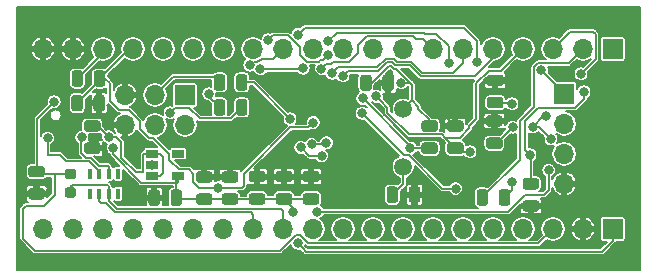
<source format=gbr>
G04 #@! TF.GenerationSoftware,KiCad,Pcbnew,5.1.6+dfsg1-1*
G04 #@! TF.CreationDate,2020-11-01T22:24:16+03:00*
G04 #@! TF.ProjectId,WhitePill,57686974-6550-4696-9c6c-2e6b69636164,rev?*
G04 #@! TF.SameCoordinates,Original*
G04 #@! TF.FileFunction,Copper,L2,Bot*
G04 #@! TF.FilePolarity,Positive*
%FSLAX46Y46*%
G04 Gerber Fmt 4.6, Leading zero omitted, Abs format (unit mm)*
G04 Created by KiCad (PCBNEW 5.1.6+dfsg1-1) date 2020-11-01 22:24:16*
%MOMM*%
%LPD*%
G01*
G04 APERTURE LIST*
G04 #@! TA.AperFunction,ComponentPad*
%ADD10O,1.700000X1.700000*%
G04 #@! TD*
G04 #@! TA.AperFunction,ComponentPad*
%ADD11R,1.700000X1.700000*%
G04 #@! TD*
G04 #@! TA.AperFunction,SMDPad,CuDef*
%ADD12R,0.400000X0.900000*%
G04 #@! TD*
G04 #@! TA.AperFunction,SMDPad,CuDef*
%ADD13R,1.060000X0.650000*%
G04 #@! TD*
G04 #@! TA.AperFunction,ComponentPad*
%ADD14C,1.500000*%
G04 #@! TD*
G04 #@! TA.AperFunction,ViaPad*
%ADD15C,0.800000*%
G04 #@! TD*
G04 #@! TA.AperFunction,Conductor*
%ADD16C,0.152400*%
G04 #@! TD*
G04 APERTURE END LIST*
D10*
X146659600Y-103801800D03*
X146659600Y-101261800D03*
X146659600Y-98721800D03*
D11*
X146659600Y-96181800D03*
X114554000Y-96291400D03*
D10*
X114554000Y-98831400D03*
X112014000Y-96291400D03*
X112014000Y-98831400D03*
X109474000Y-96291400D03*
X109474000Y-98831400D03*
G04 #@! TA.AperFunction,SMDPad,CuDef*
G36*
G01*
X116635850Y-103715400D02*
X115723350Y-103715400D01*
G75*
G02*
X115479600Y-103471650I0J243750D01*
G01*
X115479600Y-102984150D01*
G75*
G02*
X115723350Y-102740400I243750J0D01*
G01*
X116635850Y-102740400D01*
G75*
G02*
X116879600Y-102984150I0J-243750D01*
G01*
X116879600Y-103471650D01*
G75*
G02*
X116635850Y-103715400I-243750J0D01*
G01*
G37*
G04 #@! TD.AperFunction*
G04 #@! TA.AperFunction,SMDPad,CuDef*
G36*
G01*
X116635850Y-105590400D02*
X115723350Y-105590400D01*
G75*
G02*
X115479600Y-105346650I0J243750D01*
G01*
X115479600Y-104859150D01*
G75*
G02*
X115723350Y-104615400I243750J0D01*
G01*
X116635850Y-104615400D01*
G75*
G02*
X116879600Y-104859150I0J-243750D01*
G01*
X116879600Y-105346650D01*
G75*
G02*
X116635850Y-105590400I-243750J0D01*
G01*
G37*
G04 #@! TD.AperFunction*
G04 #@! TA.AperFunction,SMDPad,CuDef*
G36*
G01*
X104927100Y-97433450D02*
X104927100Y-96520950D01*
G75*
G02*
X105170850Y-96277200I243750J0D01*
G01*
X105658350Y-96277200D01*
G75*
G02*
X105902100Y-96520950I0J-243750D01*
G01*
X105902100Y-97433450D01*
G75*
G02*
X105658350Y-97677200I-243750J0D01*
G01*
X105170850Y-97677200D01*
G75*
G02*
X104927100Y-97433450I0J243750D01*
G01*
G37*
G04 #@! TD.AperFunction*
G04 #@! TA.AperFunction,SMDPad,CuDef*
G36*
G01*
X106802100Y-97433450D02*
X106802100Y-96520950D01*
G75*
G02*
X107045850Y-96277200I243750J0D01*
G01*
X107533350Y-96277200D01*
G75*
G02*
X107777100Y-96520950I0J-243750D01*
G01*
X107777100Y-97433450D01*
G75*
G02*
X107533350Y-97677200I-243750J0D01*
G01*
X107045850Y-97677200D01*
G75*
G02*
X106802100Y-97433450I0J243750D01*
G01*
G37*
G04 #@! TD.AperFunction*
G04 #@! TA.AperFunction,SMDPad,CuDef*
G36*
G01*
X106249150Y-98422400D02*
X107161650Y-98422400D01*
G75*
G02*
X107405400Y-98666150I0J-243750D01*
G01*
X107405400Y-99153650D01*
G75*
G02*
X107161650Y-99397400I-243750J0D01*
G01*
X106249150Y-99397400D01*
G75*
G02*
X106005400Y-99153650I0J243750D01*
G01*
X106005400Y-98666150D01*
G75*
G02*
X106249150Y-98422400I243750J0D01*
G01*
G37*
G04 #@! TD.AperFunction*
G04 #@! TA.AperFunction,SMDPad,CuDef*
G36*
G01*
X106249150Y-100297400D02*
X107161650Y-100297400D01*
G75*
G02*
X107405400Y-100541150I0J-243750D01*
G01*
X107405400Y-101028650D01*
G75*
G02*
X107161650Y-101272400I-243750J0D01*
G01*
X106249150Y-101272400D01*
G75*
G02*
X106005400Y-101028650I0J243750D01*
G01*
X106005400Y-100541150D01*
G75*
G02*
X106249150Y-100297400I243750J0D01*
G01*
G37*
G04 #@! TD.AperFunction*
G04 #@! TA.AperFunction,SMDPad,CuDef*
G36*
G01*
X121106250Y-103690000D02*
X120193750Y-103690000D01*
G75*
G02*
X119950000Y-103446250I0J243750D01*
G01*
X119950000Y-102958750D01*
G75*
G02*
X120193750Y-102715000I243750J0D01*
G01*
X121106250Y-102715000D01*
G75*
G02*
X121350000Y-102958750I0J-243750D01*
G01*
X121350000Y-103446250D01*
G75*
G02*
X121106250Y-103690000I-243750J0D01*
G01*
G37*
G04 #@! TD.AperFunction*
G04 #@! TA.AperFunction,SMDPad,CuDef*
G36*
G01*
X121106250Y-105565000D02*
X120193750Y-105565000D01*
G75*
G02*
X119950000Y-105321250I0J243750D01*
G01*
X119950000Y-104833750D01*
G75*
G02*
X120193750Y-104590000I243750J0D01*
G01*
X121106250Y-104590000D01*
G75*
G02*
X121350000Y-104833750I0J-243750D01*
G01*
X121350000Y-105321250D01*
G75*
G02*
X121106250Y-105565000I-243750J0D01*
G01*
G37*
G04 #@! TD.AperFunction*
G04 #@! TA.AperFunction,SMDPad,CuDef*
G36*
G01*
X101524750Y-102283200D02*
X102437250Y-102283200D01*
G75*
G02*
X102681000Y-102526950I0J-243750D01*
G01*
X102681000Y-103014450D01*
G75*
G02*
X102437250Y-103258200I-243750J0D01*
G01*
X101524750Y-103258200D01*
G75*
G02*
X101281000Y-103014450I0J243750D01*
G01*
X101281000Y-102526950D01*
G75*
G02*
X101524750Y-102283200I243750J0D01*
G01*
G37*
G04 #@! TD.AperFunction*
G04 #@! TA.AperFunction,SMDPad,CuDef*
G36*
G01*
X101524750Y-104158200D02*
X102437250Y-104158200D01*
G75*
G02*
X102681000Y-104401950I0J-243750D01*
G01*
X102681000Y-104889450D01*
G75*
G02*
X102437250Y-105133200I-243750J0D01*
G01*
X101524750Y-105133200D01*
G75*
G02*
X101281000Y-104889450I0J243750D01*
G01*
X101281000Y-104401950D01*
G75*
G02*
X101524750Y-104158200I243750J0D01*
G01*
G37*
G04 #@! TD.AperFunction*
G04 #@! TA.AperFunction,SMDPad,CuDef*
G36*
G01*
X141207810Y-98975520D02*
X140295310Y-98975520D01*
G75*
G02*
X140051560Y-98731770I0J243750D01*
G01*
X140051560Y-98244270D01*
G75*
G02*
X140295310Y-98000520I243750J0D01*
G01*
X141207810Y-98000520D01*
G75*
G02*
X141451560Y-98244270I0J-243750D01*
G01*
X141451560Y-98731770D01*
G75*
G02*
X141207810Y-98975520I-243750J0D01*
G01*
G37*
G04 #@! TD.AperFunction*
G04 #@! TA.AperFunction,SMDPad,CuDef*
G36*
G01*
X141207810Y-100850520D02*
X140295310Y-100850520D01*
G75*
G02*
X140051560Y-100606770I0J243750D01*
G01*
X140051560Y-100119270D01*
G75*
G02*
X140295310Y-99875520I243750J0D01*
G01*
X141207810Y-99875520D01*
G75*
G02*
X141451560Y-100119270I0J-243750D01*
G01*
X141451560Y-100606770D01*
G75*
G02*
X141207810Y-100850520I-243750J0D01*
G01*
G37*
G04 #@! TD.AperFunction*
G04 #@! TA.AperFunction,SMDPad,CuDef*
G36*
G01*
X118820250Y-105590400D02*
X117907750Y-105590400D01*
G75*
G02*
X117664000Y-105346650I0J243750D01*
G01*
X117664000Y-104859150D01*
G75*
G02*
X117907750Y-104615400I243750J0D01*
G01*
X118820250Y-104615400D01*
G75*
G02*
X119064000Y-104859150I0J-243750D01*
G01*
X119064000Y-105346650D01*
G75*
G02*
X118820250Y-105590400I-243750J0D01*
G01*
G37*
G04 #@! TD.AperFunction*
G04 #@! TA.AperFunction,SMDPad,CuDef*
G36*
G01*
X118820250Y-103715400D02*
X117907750Y-103715400D01*
G75*
G02*
X117664000Y-103471650I0J243750D01*
G01*
X117664000Y-102984150D01*
G75*
G02*
X117907750Y-102740400I243750J0D01*
G01*
X118820250Y-102740400D01*
G75*
G02*
X119064000Y-102984150I0J-243750D01*
G01*
X119064000Y-103471650D01*
G75*
G02*
X118820250Y-103715400I-243750J0D01*
G01*
G37*
G04 #@! TD.AperFunction*
G04 #@! TA.AperFunction,SMDPad,CuDef*
G36*
G01*
X123392250Y-103690000D02*
X122479750Y-103690000D01*
G75*
G02*
X122236000Y-103446250I0J243750D01*
G01*
X122236000Y-102958750D01*
G75*
G02*
X122479750Y-102715000I243750J0D01*
G01*
X123392250Y-102715000D01*
G75*
G02*
X123636000Y-102958750I0J-243750D01*
G01*
X123636000Y-103446250D01*
G75*
G02*
X123392250Y-103690000I-243750J0D01*
G01*
G37*
G04 #@! TD.AperFunction*
G04 #@! TA.AperFunction,SMDPad,CuDef*
G36*
G01*
X123392250Y-105565000D02*
X122479750Y-105565000D01*
G75*
G02*
X122236000Y-105321250I0J243750D01*
G01*
X122236000Y-104833750D01*
G75*
G02*
X122479750Y-104590000I243750J0D01*
G01*
X123392250Y-104590000D01*
G75*
G02*
X123636000Y-104833750I0J-243750D01*
G01*
X123636000Y-105321250D01*
G75*
G02*
X123392250Y-105565000I-243750J0D01*
G01*
G37*
G04 #@! TD.AperFunction*
G04 #@! TA.AperFunction,SMDPad,CuDef*
G36*
G01*
X125678250Y-103690000D02*
X124765750Y-103690000D01*
G75*
G02*
X124522000Y-103446250I0J243750D01*
G01*
X124522000Y-102958750D01*
G75*
G02*
X124765750Y-102715000I243750J0D01*
G01*
X125678250Y-102715000D01*
G75*
G02*
X125922000Y-102958750I0J-243750D01*
G01*
X125922000Y-103446250D01*
G75*
G02*
X125678250Y-103690000I-243750J0D01*
G01*
G37*
G04 #@! TD.AperFunction*
G04 #@! TA.AperFunction,SMDPad,CuDef*
G36*
G01*
X125678250Y-105565000D02*
X124765750Y-105565000D01*
G75*
G02*
X124522000Y-105321250I0J243750D01*
G01*
X124522000Y-104833750D01*
G75*
G02*
X124765750Y-104590000I243750J0D01*
G01*
X125678250Y-104590000D01*
G75*
G02*
X125922000Y-104833750I0J-243750D01*
G01*
X125922000Y-105321250D01*
G75*
G02*
X125678250Y-105565000I-243750J0D01*
G01*
G37*
G04 #@! TD.AperFunction*
G04 #@! TA.AperFunction,SMDPad,CuDef*
G36*
G01*
X114304900Y-104521950D02*
X114304900Y-105434450D01*
G75*
G02*
X114061150Y-105678200I-243750J0D01*
G01*
X113573650Y-105678200D01*
G75*
G02*
X113329900Y-105434450I0J243750D01*
G01*
X113329900Y-104521950D01*
G75*
G02*
X113573650Y-104278200I243750J0D01*
G01*
X114061150Y-104278200D01*
G75*
G02*
X114304900Y-104521950I0J-243750D01*
G01*
G37*
G04 #@! TD.AperFunction*
G04 #@! TA.AperFunction,SMDPad,CuDef*
G36*
G01*
X112429900Y-104521950D02*
X112429900Y-105434450D01*
G75*
G02*
X112186150Y-105678200I-243750J0D01*
G01*
X111698650Y-105678200D01*
G75*
G02*
X111454900Y-105434450I0J243750D01*
G01*
X111454900Y-104521950D01*
G75*
G02*
X111698650Y-104278200I243750J0D01*
G01*
X112186150Y-104278200D01*
G75*
G02*
X112429900Y-104521950I0J-243750D01*
G01*
G37*
G04 #@! TD.AperFunction*
G04 #@! TA.AperFunction,SMDPad,CuDef*
G36*
G01*
X131622500Y-105180450D02*
X131622500Y-104267950D01*
G75*
G02*
X131866250Y-104024200I243750J0D01*
G01*
X132353750Y-104024200D01*
G75*
G02*
X132597500Y-104267950I0J-243750D01*
G01*
X132597500Y-105180450D01*
G75*
G02*
X132353750Y-105424200I-243750J0D01*
G01*
X131866250Y-105424200D01*
G75*
G02*
X131622500Y-105180450I0J243750D01*
G01*
G37*
G04 #@! TD.AperFunction*
G04 #@! TA.AperFunction,SMDPad,CuDef*
G36*
G01*
X133497500Y-105180450D02*
X133497500Y-104267950D01*
G75*
G02*
X133741250Y-104024200I243750J0D01*
G01*
X134228750Y-104024200D01*
G75*
G02*
X134472500Y-104267950I0J-243750D01*
G01*
X134472500Y-105180450D01*
G75*
G02*
X134228750Y-105424200I-243750J0D01*
G01*
X133741250Y-105424200D01*
G75*
G02*
X133497500Y-105180450I0J243750D01*
G01*
G37*
G04 #@! TD.AperFunction*
G04 #@! TA.AperFunction,SMDPad,CuDef*
G36*
G01*
X131260000Y-95706250D02*
X131260000Y-94793750D01*
G75*
G02*
X131503750Y-94550000I243750J0D01*
G01*
X131991250Y-94550000D01*
G75*
G02*
X132235000Y-94793750I0J-243750D01*
G01*
X132235000Y-95706250D01*
G75*
G02*
X131991250Y-95950000I-243750J0D01*
G01*
X131503750Y-95950000D01*
G75*
G02*
X131260000Y-95706250I0J243750D01*
G01*
G37*
G04 #@! TD.AperFunction*
G04 #@! TA.AperFunction,SMDPad,CuDef*
G36*
G01*
X129385000Y-95706250D02*
X129385000Y-94793750D01*
G75*
G02*
X129628750Y-94550000I243750J0D01*
G01*
X130116250Y-94550000D01*
G75*
G02*
X130360000Y-94793750I0J-243750D01*
G01*
X130360000Y-95706250D01*
G75*
G02*
X130116250Y-95950000I-243750J0D01*
G01*
X129628750Y-95950000D01*
G75*
G02*
X129385000Y-95706250I0J243750D01*
G01*
G37*
G04 #@! TD.AperFunction*
G04 #@! TA.AperFunction,SMDPad,CuDef*
G36*
G01*
X143381410Y-105187140D02*
X144293910Y-105187140D01*
G75*
G02*
X144537660Y-105430890I0J-243750D01*
G01*
X144537660Y-105918390D01*
G75*
G02*
X144293910Y-106162140I-243750J0D01*
G01*
X143381410Y-106162140D01*
G75*
G02*
X143137660Y-105918390I0J243750D01*
G01*
X143137660Y-105430890D01*
G75*
G02*
X143381410Y-105187140I243750J0D01*
G01*
G37*
G04 #@! TD.AperFunction*
G04 #@! TA.AperFunction,SMDPad,CuDef*
G36*
G01*
X143381410Y-103312140D02*
X144293910Y-103312140D01*
G75*
G02*
X144537660Y-103555890I0J-243750D01*
G01*
X144537660Y-104043390D01*
G75*
G02*
X144293910Y-104287140I-243750J0D01*
G01*
X143381410Y-104287140D01*
G75*
G02*
X143137660Y-104043390I0J243750D01*
G01*
X143137660Y-103555890D01*
G75*
G02*
X143381410Y-103312140I243750J0D01*
G01*
G37*
G04 #@! TD.AperFunction*
G04 #@! TA.AperFunction,SMDPad,CuDef*
G36*
G01*
X137895650Y-101272400D02*
X136983150Y-101272400D01*
G75*
G02*
X136739400Y-101028650I0J243750D01*
G01*
X136739400Y-100541150D01*
G75*
G02*
X136983150Y-100297400I243750J0D01*
G01*
X137895650Y-100297400D01*
G75*
G02*
X138139400Y-100541150I0J-243750D01*
G01*
X138139400Y-101028650D01*
G75*
G02*
X137895650Y-101272400I-243750J0D01*
G01*
G37*
G04 #@! TD.AperFunction*
G04 #@! TA.AperFunction,SMDPad,CuDef*
G36*
G01*
X137895650Y-99397400D02*
X136983150Y-99397400D01*
G75*
G02*
X136739400Y-99153650I0J243750D01*
G01*
X136739400Y-98666150D01*
G75*
G02*
X136983150Y-98422400I243750J0D01*
G01*
X137895650Y-98422400D01*
G75*
G02*
X138139400Y-98666150I0J-243750D01*
G01*
X138139400Y-99153650D01*
G75*
G02*
X137895650Y-99397400I-243750J0D01*
G01*
G37*
G04 #@! TD.AperFunction*
X102515000Y-92380000D03*
X105055000Y-92380000D03*
X107595000Y-92380000D03*
X110135000Y-92380000D03*
X112675000Y-92380000D03*
X115215000Y-92380000D03*
X117755000Y-92380000D03*
X120295000Y-92380000D03*
X122835000Y-92380000D03*
X125375000Y-92380000D03*
X127915000Y-92380000D03*
X130455000Y-92380000D03*
X132995000Y-92380000D03*
X135535000Y-92380000D03*
X138075000Y-92380000D03*
X140615000Y-92380000D03*
X143155000Y-92380000D03*
X145695000Y-92380000D03*
X148235000Y-92380000D03*
D11*
X150775000Y-92380000D03*
X150775000Y-107620000D03*
D10*
X148235000Y-107620000D03*
X145695000Y-107620000D03*
X143155000Y-107620000D03*
X140615000Y-107620000D03*
X138075000Y-107620000D03*
X135535000Y-107620000D03*
X132995000Y-107620000D03*
X130455000Y-107620000D03*
X127915000Y-107620000D03*
X125375000Y-107620000D03*
X122835000Y-107620000D03*
X120295000Y-107620000D03*
X117755000Y-107620000D03*
X115215000Y-107620000D03*
X112675000Y-107620000D03*
X110135000Y-107620000D03*
X107595000Y-107620000D03*
X105055000Y-107620000D03*
X102515000Y-107620000D03*
G04 #@! TA.AperFunction,SMDPad,CuDef*
G36*
G01*
X106825200Y-95350650D02*
X106825200Y-94438150D01*
G75*
G02*
X107068950Y-94194400I243750J0D01*
G01*
X107556450Y-94194400D01*
G75*
G02*
X107800200Y-94438150I0J-243750D01*
G01*
X107800200Y-95350650D01*
G75*
G02*
X107556450Y-95594400I-243750J0D01*
G01*
X107068950Y-95594400D01*
G75*
G02*
X106825200Y-95350650I0J243750D01*
G01*
G37*
G04 #@! TD.AperFunction*
G04 #@! TA.AperFunction,SMDPad,CuDef*
G36*
G01*
X104950200Y-95350650D02*
X104950200Y-94438150D01*
G75*
G02*
X105193950Y-94194400I243750J0D01*
G01*
X105681450Y-94194400D01*
G75*
G02*
X105925200Y-94438150I0J-243750D01*
G01*
X105925200Y-95350650D01*
G75*
G02*
X105681450Y-95594400I-243750J0D01*
G01*
X105193950Y-95594400D01*
G75*
G02*
X104950200Y-95350650I0J243750D01*
G01*
G37*
G04 #@! TD.AperFunction*
G04 #@! TA.AperFunction,SMDPad,CuDef*
G36*
G01*
X116989800Y-95680850D02*
X116989800Y-94768350D01*
G75*
G02*
X117233550Y-94524600I243750J0D01*
G01*
X117721050Y-94524600D01*
G75*
G02*
X117964800Y-94768350I0J-243750D01*
G01*
X117964800Y-95680850D01*
G75*
G02*
X117721050Y-95924600I-243750J0D01*
G01*
X117233550Y-95924600D01*
G75*
G02*
X116989800Y-95680850I0J243750D01*
G01*
G37*
G04 #@! TD.AperFunction*
G04 #@! TA.AperFunction,SMDPad,CuDef*
G36*
G01*
X118864800Y-95680850D02*
X118864800Y-94768350D01*
G75*
G02*
X119108550Y-94524600I243750J0D01*
G01*
X119596050Y-94524600D01*
G75*
G02*
X119839800Y-94768350I0J-243750D01*
G01*
X119839800Y-95680850D01*
G75*
G02*
X119596050Y-95924600I-243750J0D01*
G01*
X119108550Y-95924600D01*
G75*
G02*
X118864800Y-95680850I0J243750D01*
G01*
G37*
G04 #@! TD.AperFunction*
G04 #@! TA.AperFunction,SMDPad,CuDef*
G36*
G01*
X104594950Y-104108900D02*
X105107450Y-104108900D01*
G75*
G02*
X105326200Y-104327650I0J-218750D01*
G01*
X105326200Y-104765150D01*
G75*
G02*
X105107450Y-104983900I-218750J0D01*
G01*
X104594950Y-104983900D01*
G75*
G02*
X104376200Y-104765150I0J218750D01*
G01*
X104376200Y-104327650D01*
G75*
G02*
X104594950Y-104108900I218750J0D01*
G01*
G37*
G04 #@! TD.AperFunction*
G04 #@! TA.AperFunction,SMDPad,CuDef*
G36*
G01*
X104594950Y-102533900D02*
X105107450Y-102533900D01*
G75*
G02*
X105326200Y-102752650I0J-218750D01*
G01*
X105326200Y-103190150D01*
G75*
G02*
X105107450Y-103408900I-218750J0D01*
G01*
X104594950Y-103408900D01*
G75*
G02*
X104376200Y-103190150I0J218750D01*
G01*
X104376200Y-102752650D01*
G75*
G02*
X104594950Y-102533900I218750J0D01*
G01*
G37*
G04 #@! TD.AperFunction*
G04 #@! TA.AperFunction,SMDPad,CuDef*
G36*
G01*
X118867100Y-97789050D02*
X118867100Y-96876550D01*
G75*
G02*
X119110850Y-96632800I243750J0D01*
G01*
X119598350Y-96632800D01*
G75*
G02*
X119842100Y-96876550I0J-243750D01*
G01*
X119842100Y-97789050D01*
G75*
G02*
X119598350Y-98032800I-243750J0D01*
G01*
X119110850Y-98032800D01*
G75*
G02*
X118867100Y-97789050I0J243750D01*
G01*
G37*
G04 #@! TD.AperFunction*
G04 #@! TA.AperFunction,SMDPad,CuDef*
G36*
G01*
X116992100Y-97789050D02*
X116992100Y-96876550D01*
G75*
G02*
X117235850Y-96632800I243750J0D01*
G01*
X117723350Y-96632800D01*
G75*
G02*
X117967100Y-96876550I0J-243750D01*
G01*
X117967100Y-97789050D01*
G75*
G02*
X117723350Y-98032800I-243750J0D01*
G01*
X117235850Y-98032800D01*
G75*
G02*
X116992100Y-97789050I0J243750D01*
G01*
G37*
G04 #@! TD.AperFunction*
G04 #@! TA.AperFunction,SMDPad,CuDef*
G36*
G01*
X135711250Y-101272400D02*
X134798750Y-101272400D01*
G75*
G02*
X134555000Y-101028650I0J243750D01*
G01*
X134555000Y-100541150D01*
G75*
G02*
X134798750Y-100297400I243750J0D01*
G01*
X135711250Y-100297400D01*
G75*
G02*
X135955000Y-100541150I0J-243750D01*
G01*
X135955000Y-101028650D01*
G75*
G02*
X135711250Y-101272400I-243750J0D01*
G01*
G37*
G04 #@! TD.AperFunction*
G04 #@! TA.AperFunction,SMDPad,CuDef*
G36*
G01*
X135711250Y-99397400D02*
X134798750Y-99397400D01*
G75*
G02*
X134555000Y-99153650I0J243750D01*
G01*
X134555000Y-98666150D01*
G75*
G02*
X134798750Y-98422400I243750J0D01*
G01*
X135711250Y-98422400D01*
G75*
G02*
X135955000Y-98666150I0J-243750D01*
G01*
X135955000Y-99153650D01*
G75*
G02*
X135711250Y-99397400I-243750J0D01*
G01*
G37*
G04 #@! TD.AperFunction*
G04 #@! TA.AperFunction,SMDPad,CuDef*
G36*
G01*
X140361350Y-96436600D02*
X141273850Y-96436600D01*
G75*
G02*
X141517600Y-96680350I0J-243750D01*
G01*
X141517600Y-97167850D01*
G75*
G02*
X141273850Y-97411600I-243750J0D01*
G01*
X140361350Y-97411600D01*
G75*
G02*
X140117600Y-97167850I0J243750D01*
G01*
X140117600Y-96680350D01*
G75*
G02*
X140361350Y-96436600I243750J0D01*
G01*
G37*
G04 #@! TD.AperFunction*
G04 #@! TA.AperFunction,SMDPad,CuDef*
G36*
G01*
X140361350Y-94561600D02*
X141273850Y-94561600D01*
G75*
G02*
X141517600Y-94805350I0J-243750D01*
G01*
X141517600Y-95292850D01*
G75*
G02*
X141273850Y-95536600I-243750J0D01*
G01*
X140361350Y-95536600D01*
G75*
G02*
X140117600Y-95292850I0J243750D01*
G01*
X140117600Y-94805350D01*
G75*
G02*
X140361350Y-94561600I243750J0D01*
G01*
G37*
G04 #@! TD.AperFunction*
G04 #@! TA.AperFunction,SMDPad,CuDef*
G36*
G01*
X139242500Y-105409050D02*
X139242500Y-104496550D01*
G75*
G02*
X139486250Y-104252800I243750J0D01*
G01*
X139973750Y-104252800D01*
G75*
G02*
X140217500Y-104496550I0J-243750D01*
G01*
X140217500Y-105409050D01*
G75*
G02*
X139973750Y-105652800I-243750J0D01*
G01*
X139486250Y-105652800D01*
G75*
G02*
X139242500Y-105409050I0J243750D01*
G01*
G37*
G04 #@! TD.AperFunction*
G04 #@! TA.AperFunction,SMDPad,CuDef*
G36*
G01*
X141117500Y-105409050D02*
X141117500Y-104496550D01*
G75*
G02*
X141361250Y-104252800I243750J0D01*
G01*
X141848750Y-104252800D01*
G75*
G02*
X142092500Y-104496550I0J-243750D01*
G01*
X142092500Y-105409050D01*
G75*
G02*
X141848750Y-105652800I-243750J0D01*
G01*
X141361250Y-105652800D01*
G75*
G02*
X141117500Y-105409050I0J243750D01*
G01*
G37*
G04 #@! TD.AperFunction*
D12*
X108896000Y-104634400D03*
X108096000Y-104634400D03*
X107296000Y-104634400D03*
X106496000Y-104634400D03*
X108896000Y-102934400D03*
X106496000Y-102934400D03*
X108096000Y-102934400D03*
X107296000Y-102934400D03*
D13*
X113985400Y-103144400D03*
X113985400Y-101244400D03*
X111785400Y-101244400D03*
X111785400Y-102194400D03*
X111785400Y-103144400D03*
D14*
X133019800Y-102362000D03*
X133019800Y-97482000D03*
D15*
X123698000Y-106172000D03*
X144732836Y-94206562D03*
X125274586Y-100471017D03*
X126531797Y-100330008D03*
X108470782Y-100751188D03*
X124104991Y-108835329D03*
X145536920Y-100004880D03*
X143987520Y-98988880D03*
X142290800Y-99016820D03*
X145138140Y-98071940D03*
X107950000Y-98552000D03*
X106934000Y-100076000D03*
X129794000Y-102108000D03*
X123466860Y-96273620D03*
X124524462Y-101976119D03*
X124835920Y-97650300D03*
X131853940Y-94653100D03*
X110398189Y-101924232D03*
X111785400Y-102194400D03*
X110256320Y-104548940D03*
X120895115Y-98797115D03*
X135151729Y-95344430D03*
X117348000Y-104140000D03*
X117348000Y-104140000D03*
X125399800Y-98620580D03*
X103479600Y-96850200D03*
X108077000Y-99822000D03*
X129601693Y-96571967D03*
X133618651Y-100768183D03*
X132842000Y-95250000D03*
X137457136Y-104220186D03*
X129542141Y-97829202D03*
X143764000Y-101346000D03*
X148336000Y-96012000D03*
X148082000Y-94488000D03*
X142240000Y-97028000D03*
X142197097Y-103616046D03*
X125730000Y-106172000D03*
X145346420Y-102656640D03*
X105811402Y-99872800D03*
X102929259Y-99935684D03*
X120035539Y-93758199D03*
X124560393Y-94012690D03*
X120933544Y-94075470D03*
X121594880Y-91617800D03*
X126660753Y-92939996D03*
X124104999Y-91164680D03*
X139301220Y-93522800D03*
X126670710Y-91733085D03*
X136928860Y-93591380D03*
X126095788Y-94053511D03*
X126983990Y-94439155D03*
X127931794Y-94659421D03*
X130756685Y-96409587D03*
X138684000Y-101092000D03*
X123444000Y-98298000D03*
X124354997Y-100718899D03*
X126117894Y-101447028D03*
X116566022Y-96180497D03*
X113284000Y-97790000D03*
D16*
X116879600Y-105102900D02*
X118237000Y-105102900D01*
X116179600Y-105102900D02*
X116879600Y-105102900D01*
X113942100Y-105102900D02*
X113817400Y-104978200D01*
X116179600Y-105102900D02*
X113942100Y-105102900D01*
X120624600Y-105102900D02*
X120650000Y-105077500D01*
X118237000Y-105102900D02*
X120624600Y-105102900D01*
X120650000Y-105077500D02*
X123190000Y-105077500D01*
X123890000Y-105077500D02*
X125730000Y-105077500D01*
X123190000Y-105077500D02*
X123890000Y-105077500D01*
X113817400Y-103312400D02*
X113985400Y-103144400D01*
X113817400Y-104978200D02*
X113817400Y-103312400D01*
X123698000Y-105839500D02*
X122936000Y-105077500D01*
X123698000Y-106172000D02*
X123698000Y-105839500D01*
X107595000Y-92737100D02*
X107595000Y-92380000D01*
X105437700Y-94894400D02*
X107595000Y-92737100D01*
X146208074Y-95681800D02*
X146659600Y-95681800D01*
X144732836Y-94206562D02*
X146208074Y-95681800D01*
X125274586Y-100471017D02*
X126390788Y-100471017D01*
X126390788Y-100471017D02*
X126531797Y-100330008D01*
X113909199Y-103698001D02*
X110851910Y-103698001D01*
X108470782Y-101316873D02*
X108470782Y-100751188D01*
X110851910Y-103698001D02*
X108470782Y-101316873D01*
X113985400Y-103621800D02*
X113909199Y-103698001D01*
X113985400Y-103144400D02*
X113985400Y-103621800D01*
X150775000Y-108622400D02*
X149852280Y-109545120D01*
X149852280Y-109545120D02*
X124814782Y-109545120D01*
X124504990Y-109235328D02*
X124104991Y-108835329D01*
X124814782Y-109545120D02*
X124504990Y-109235328D01*
X150775000Y-107620000D02*
X150775000Y-108622400D01*
X144520920Y-98988880D02*
X143987520Y-98988880D01*
X145536920Y-100004880D02*
X144520920Y-98988880D01*
X140944600Y-100363020D02*
X140751560Y-100363020D01*
X142290800Y-99016820D02*
X140944600Y-100363020D01*
X144904460Y-98071940D02*
X145138140Y-98071940D01*
X143987520Y-98988880D02*
X144904460Y-98071940D01*
X123466860Y-96281240D02*
X123466860Y-96273620D01*
X124835920Y-97650300D02*
X123466860Y-96281240D01*
X131747500Y-94759540D02*
X131853940Y-94653100D01*
X131747500Y-95250000D02*
X131747500Y-94759540D01*
X109474000Y-98831400D02*
X109474000Y-101000043D01*
X109474000Y-101000043D02*
X110398189Y-101924232D01*
X137439400Y-98909900D02*
X135151729Y-96622229D01*
X135151729Y-96622229D02*
X135151729Y-95344430D01*
X109827100Y-92380000D02*
X110135000Y-92380000D01*
X107312700Y-94894400D02*
X109827100Y-92380000D01*
X114898199Y-102590799D02*
X115250990Y-102943590D01*
X116782315Y-104140000D02*
X117348000Y-104140000D01*
X115250990Y-103667308D02*
X115723682Y-104140000D01*
X115723682Y-104140000D02*
X116782315Y-104140000D01*
X115250990Y-102943590D02*
X115250990Y-103667308D01*
X107312700Y-94894400D02*
X107800200Y-94894400D01*
X109774930Y-97536000D02*
X110744000Y-98505070D01*
X107800200Y-94894400D02*
X108204000Y-95298200D01*
X108204000Y-96774000D02*
X108966000Y-97536000D01*
X113226799Y-101288799D02*
X113226799Y-101752281D01*
X113226799Y-101752281D02*
X114065317Y-102590799D01*
X108966000Y-97536000D02*
X109774930Y-97536000D01*
X110744000Y-98505070D02*
X110744000Y-99157730D01*
X110744000Y-99157730D02*
X111506000Y-99919730D01*
X111506000Y-99919730D02*
X111857730Y-99919730D01*
X111857730Y-99919730D02*
X113226799Y-101288799D01*
X108204000Y-95298200D02*
X108204000Y-96774000D01*
X114065317Y-102590799D02*
X114898199Y-102590799D01*
X107312700Y-95079100D02*
X107312700Y-94894400D01*
X105414600Y-96977200D02*
X107312700Y-95079100D01*
X124999801Y-99020579D02*
X125399800Y-98620580D01*
X119523001Y-102961481D02*
X123463903Y-99020579D01*
X119523001Y-103996999D02*
X119523001Y-102961481D01*
X117348000Y-104140000D02*
X119380000Y-104140000D01*
X119380000Y-104140000D02*
X119523001Y-103996999D01*
X123463903Y-99020579D02*
X124999801Y-99020579D01*
X112467800Y-103144400D02*
X112725200Y-102887000D01*
X111785400Y-103144400D02*
X112467800Y-103144400D01*
X112467800Y-101244400D02*
X111785400Y-101244400D01*
X112725200Y-101501800D02*
X112467800Y-101244400D01*
X112725200Y-102887000D02*
X112725200Y-101501800D01*
X101981000Y-102283200D02*
X102031800Y-102232400D01*
X101981000Y-102770700D02*
X101981000Y-102283200D01*
X102031800Y-98298000D02*
X103479600Y-96850200D01*
X102031800Y-102232400D02*
X102031800Y-98298000D01*
X107164900Y-98909900D02*
X106705400Y-98909900D01*
X108077000Y-99822000D02*
X107164900Y-98909900D01*
X102181700Y-102971400D02*
X101981000Y-102770700D01*
X103530600Y-104749400D02*
X102870000Y-105410000D01*
X102870000Y-105410000D02*
X103632000Y-104628100D01*
X104851200Y-102971400D02*
X103530600Y-102971400D01*
X103530600Y-102971400D02*
X103530600Y-104749400D01*
X103530600Y-102971400D02*
X102181700Y-102971400D01*
X110966990Y-102789942D02*
X111026799Y-102730133D01*
X109169189Y-100306678D02*
X109169189Y-101584214D01*
X108684511Y-99822000D02*
X109169189Y-100306678D01*
X109169189Y-101584214D02*
X110374917Y-102789942D01*
X111026799Y-102730133D02*
X111026799Y-101320601D01*
X111026799Y-101320601D02*
X111103000Y-101244400D01*
X108077000Y-99822000D02*
X108684511Y-99822000D01*
X111103000Y-101244400D02*
X111785400Y-101244400D01*
X110374917Y-102789942D02*
X110966990Y-102789942D01*
X101092000Y-105664000D02*
X102596100Y-105664000D01*
X102596100Y-105664000D02*
X102870000Y-105410000D01*
X144469602Y-108845398D02*
X125004068Y-108845398D01*
X124296399Y-108137729D02*
X123913601Y-108137729D01*
X100838000Y-105918000D02*
X101092000Y-105664000D01*
X101854000Y-109474000D02*
X100838000Y-108458000D01*
X100838000Y-108458000D02*
X100838000Y-105918000D01*
X123913601Y-108137729D02*
X122577330Y-109474000D01*
X125004068Y-108845398D02*
X124296399Y-108137729D01*
X122577330Y-109474000D02*
X101854000Y-109474000D01*
X145695000Y-107620000D02*
X144469602Y-108845398D01*
X133618651Y-100588925D02*
X133618651Y-100768183D01*
X129601693Y-96571967D02*
X133618651Y-100588925D01*
X133635368Y-100784900D02*
X133618651Y-100768183D01*
X135255000Y-100784900D02*
X133635368Y-100784900D01*
X133019800Y-103814400D02*
X132110000Y-104724200D01*
X133019800Y-102362000D02*
X133019800Y-103814400D01*
X132842000Y-97304200D02*
X133019800Y-97482000D01*
X133019800Y-97482000D02*
X133769799Y-96732001D01*
X135255000Y-98422400D02*
X134314600Y-97482000D01*
X135255000Y-98909900D02*
X135255000Y-98422400D01*
X132842000Y-95250000D02*
X133604000Y-95250000D01*
X133604000Y-95250000D02*
X133769799Y-95415799D01*
X133769799Y-96732001D02*
X133769799Y-95415799D01*
X134314600Y-97276802D02*
X133769799Y-96732001D01*
X134314600Y-97482000D02*
X134314600Y-97276802D01*
X131788702Y-93821298D02*
X130360000Y-95250000D01*
X130360000Y-95250000D02*
X129872500Y-95250000D01*
X132422223Y-94068223D02*
X132224759Y-94068223D01*
X133769799Y-95415799D02*
X132422223Y-94068223D01*
X132224759Y-94068223D02*
X131977835Y-93821298D01*
X131977835Y-93821298D02*
X131788702Y-93821298D01*
X137457136Y-104220186D02*
X136326316Y-104220186D01*
X136326316Y-104220186D02*
X133489529Y-101383399D01*
X133489529Y-101383399D02*
X133096338Y-101383399D01*
X133096338Y-101383399D02*
X129942140Y-98229201D01*
X129942140Y-98229201D02*
X129542141Y-97829202D01*
X149313601Y-93256399D02*
X149313601Y-91147601D01*
X148082000Y-94488000D02*
X149313601Y-93256399D01*
X149313601Y-91147601D02*
X149098000Y-90932000D01*
X147143000Y-90932000D02*
X145695000Y-92380000D01*
X149098000Y-90932000D02*
X147143000Y-90932000D01*
X143837660Y-101419660D02*
X143764000Y-101346000D01*
X143837660Y-103799640D02*
X143837660Y-101419660D01*
X143764000Y-101346000D02*
X143358918Y-100940918D01*
X143358918Y-98449082D02*
X144457420Y-97350580D01*
X144457420Y-97350580D02*
X147602302Y-97350580D01*
X143358918Y-100940918D02*
X143358918Y-98449082D01*
X147602302Y-97350580D02*
X148336000Y-96616882D01*
X148336000Y-96616882D02*
X148336000Y-96577685D01*
X148336000Y-96577685D02*
X148336000Y-96012000D01*
X142136100Y-96924100D02*
X142240000Y-97028000D01*
X140817600Y-96924100D02*
X142136100Y-96924100D01*
X142197097Y-104360703D02*
X141605000Y-104952800D01*
X142197097Y-103616046D02*
X142197097Y-104360703D01*
X145346420Y-103222325D02*
X145346420Y-102656640D01*
X145346420Y-104358440D02*
X145346420Y-103222325D01*
X143346130Y-104739440D02*
X144965420Y-104739440D01*
X141913570Y-106172000D02*
X143346130Y-104739440D01*
X144965420Y-104739440D02*
X145346420Y-104358440D01*
X125730000Y-106172000D02*
X141913570Y-106172000D01*
X108096000Y-102332000D02*
X108019799Y-102255799D01*
X108096000Y-102934400D02*
X108096000Y-102332000D01*
X107239347Y-102255799D02*
X106583539Y-101599991D01*
X108019799Y-102255799D02*
X107239347Y-102255799D01*
X106583539Y-101599991D02*
X106583538Y-101599990D01*
X105776790Y-99907412D02*
X105811402Y-99872800D01*
X105776790Y-101224308D02*
X105776790Y-99907412D01*
X106152472Y-101599990D02*
X105776790Y-101224308D01*
X106583538Y-101599990D02*
X106152472Y-101599990D01*
X107296000Y-102743518D02*
X106457282Y-101904800D01*
X107296000Y-102934400D02*
X107296000Y-102743518D01*
X106457282Y-101904800D02*
X104495600Y-101904800D01*
X104495600Y-101904800D02*
X103936800Y-101346000D01*
X103936800Y-101346000D02*
X102971600Y-101346000D01*
X102929259Y-101303659D02*
X102929259Y-99935684D01*
X102971600Y-101346000D02*
X102929259Y-101303659D01*
X121041331Y-93229999D02*
X120824461Y-93446869D01*
X121985001Y-93229999D02*
X121041331Y-93229999D01*
X122835000Y-92380000D02*
X121985001Y-93229999D01*
X120409399Y-93458601D02*
X120142000Y-93726000D01*
X120824461Y-93446869D02*
X120631815Y-93446869D01*
X120631815Y-93446869D02*
X120620083Y-93458601D01*
X120620083Y-93458601D02*
X120409399Y-93458601D01*
X120933544Y-94075470D02*
X124497613Y-94075470D01*
X124497613Y-94075470D02*
X124560393Y-94012690D01*
X123266173Y-91217801D02*
X124296399Y-92248027D01*
X121994879Y-91217801D02*
X123266173Y-91217801D01*
X126260754Y-93339995D02*
X126660753Y-92939996D01*
X121594880Y-91617800D02*
X121994879Y-91217801D01*
X124296399Y-92897729D02*
X124857271Y-93458601D01*
X124857271Y-93458601D02*
X125892729Y-93458601D01*
X125892729Y-93458601D02*
X126011335Y-93339995D01*
X126011335Y-93339995D02*
X126260754Y-93339995D01*
X124296399Y-92248027D02*
X124296399Y-92897729D01*
X124691958Y-90577721D02*
X138137562Y-90577721D01*
X139301220Y-91741379D02*
X139301220Y-92957115D01*
X138137562Y-90577721D02*
X139301220Y-91741379D01*
X139301220Y-92957115D02*
X139301220Y-93522800D01*
X124104999Y-91164680D02*
X124691958Y-90577721D01*
X136928860Y-92177530D02*
X136928860Y-93025695D01*
X135839491Y-91088161D02*
X136928860Y-92177530D01*
X136928860Y-93025695D02*
X136928860Y-93591380D01*
X127407207Y-90996588D02*
X134818518Y-90996588D01*
X126670710Y-91733085D02*
X127407207Y-90996588D01*
X134910091Y-91088161D02*
X135839491Y-91088161D01*
X134818518Y-90996588D02*
X134910091Y-91088161D01*
X133869302Y-91301399D02*
X129937271Y-91301399D01*
X127075555Y-93458601D02*
X126880644Y-93653512D01*
X134685001Y-91530001D02*
X134097904Y-91530001D01*
X128432729Y-93458601D02*
X127075555Y-93458601D01*
X129937271Y-91301399D02*
X129181330Y-92057340D01*
X126495787Y-93653512D02*
X126095788Y-94053511D01*
X129181330Y-92710000D02*
X128432729Y-93458601D01*
X134097904Y-91530001D02*
X133869302Y-91301399D01*
X126880644Y-93653512D02*
X126495787Y-93653512D01*
X135535000Y-92380000D02*
X134685001Y-91530001D01*
X129181330Y-92057340D02*
X129181330Y-92710000D01*
X132477271Y-93458601D02*
X132230346Y-93211676D01*
X127468534Y-93954611D02*
X127383989Y-94039156D01*
X127383989Y-94039156D02*
X126983990Y-94439155D01*
X131530838Y-93211676D02*
X130787903Y-93954611D01*
X138075000Y-92380000D02*
X138075000Y-93582081D01*
X130787903Y-93954611D02*
X127468534Y-93954611D01*
X133706572Y-93458601D02*
X132477271Y-93458601D01*
X137246072Y-94411009D02*
X134658980Y-94411009D01*
X132230346Y-93211676D02*
X131530838Y-93211676D01*
X138075000Y-93582081D02*
X137246072Y-94411009D01*
X134658980Y-94411009D02*
X133706572Y-93458601D01*
X130914159Y-94259422D02*
X128331793Y-94259422D01*
X128331793Y-94259422D02*
X127931794Y-94659421D01*
X134532724Y-94715820D02*
X133580316Y-93763412D01*
X140615000Y-93185070D02*
X139084250Y-94715820D01*
X132351015Y-93763412D02*
X132104091Y-93516487D01*
X140615000Y-92380000D02*
X140615000Y-93185070D01*
X132104091Y-93516487D02*
X131657094Y-93516487D01*
X131657094Y-93516487D02*
X130914159Y-94259422D01*
X139084250Y-94715820D02*
X134532724Y-94715820D01*
X133580316Y-93763412D02*
X132351015Y-93763412D01*
X136280510Y-99626010D02*
X133535000Y-99626010D01*
X131694281Y-97347183D02*
X131156684Y-96809586D01*
X131156684Y-96809586D02*
X130756685Y-96409587D01*
X133535000Y-99626010D02*
X131694281Y-97785292D01*
X131694281Y-97785292D02*
X131694281Y-97347183D01*
X137439400Y-100784900D02*
X136564250Y-99909750D01*
X136564250Y-99909750D02*
X136280510Y-99626010D01*
X137746500Y-101092000D02*
X137439400Y-100784900D01*
X138684000Y-101092000D02*
X137746500Y-101092000D01*
X141301000Y-94234000D02*
X142305001Y-93229999D01*
X138618611Y-99098707D02*
X138618611Y-98908674D01*
X139192000Y-98335285D02*
X139192000Y-95306682D01*
X136564250Y-99909750D02*
X137807568Y-99909750D01*
X139192000Y-95306682D02*
X140264682Y-94234000D01*
X137807568Y-99909750D02*
X138618611Y-99098707D01*
X142305001Y-93229999D02*
X143155000Y-92380000D01*
X140264682Y-94234000D02*
X141301000Y-94234000D01*
X138618611Y-98908674D02*
X139192000Y-98335285D01*
X142919401Y-101763399D02*
X142919401Y-98457533D01*
X144104235Y-93904833D02*
X144431107Y-93577961D01*
X147385001Y-93229999D02*
X148235000Y-92380000D01*
X139730000Y-104952800D02*
X142919401Y-101763399D01*
X142919401Y-98457533D02*
X144104235Y-97272699D01*
X144104235Y-97272699D02*
X144104235Y-93904833D01*
X144431107Y-93577961D02*
X147037039Y-93577961D01*
X147037039Y-93577961D02*
X147385001Y-93229999D01*
X108096000Y-104032000D02*
X107950000Y-103886000D01*
X108096000Y-104634400D02*
X108096000Y-104032000D01*
X105074100Y-103886000D02*
X104851200Y-104108900D01*
X104851200Y-104108900D02*
X104851200Y-104546400D01*
X107950000Y-103886000D02*
X105074100Y-103886000D01*
X122682000Y-105918000D02*
X122835000Y-106071000D01*
X122835000Y-106071000D02*
X122835000Y-107620000D01*
X108777200Y-105918000D02*
X122682000Y-105918000D01*
X108096000Y-104634400D02*
X108096000Y-105236800D01*
X108096000Y-105236800D02*
X108777200Y-105918000D01*
X107296000Y-104634400D02*
X107296000Y-105236800D01*
X108650944Y-106222810D02*
X120099891Y-106222810D01*
X120099891Y-106222810D02*
X120295000Y-106417919D01*
X107296000Y-105236800D02*
X107469200Y-105410000D01*
X107469200Y-105410000D02*
X107838134Y-105410000D01*
X107838134Y-105410000D02*
X108650944Y-106222810D01*
X120295000Y-106417919D02*
X120295000Y-107620000D01*
X120370600Y-95224600D02*
X123444000Y-98298000D01*
X119352300Y-95224600D02*
X120370600Y-95224600D01*
X125083126Y-101447028D02*
X126117894Y-101447028D01*
X124354997Y-100718899D02*
X125083126Y-101447028D01*
X116566022Y-96419222D02*
X116566022Y-96180497D01*
X117479600Y-97332800D02*
X116566022Y-96419222D01*
X116991773Y-94739073D02*
X117477300Y-95224600D01*
X113566327Y-94739073D02*
X116991773Y-94739073D01*
X112014000Y-96291400D02*
X113566327Y-94739073D01*
X113683999Y-97390001D02*
X114916001Y-97390001D01*
X113284000Y-97790000D02*
X113683999Y-97390001D01*
X118869073Y-97818327D02*
X119354600Y-97332800D01*
X118425990Y-98261410D02*
X118869073Y-97818327D01*
X115787410Y-98261410D02*
X118425990Y-98261410D01*
X114916001Y-97390001D02*
X115787410Y-98261410D01*
G36*
X153051401Y-111141400D02*
G01*
X100288600Y-111141400D01*
X100288600Y-105918000D01*
X100531727Y-105918000D01*
X100533201Y-105932968D01*
X100533200Y-108443042D01*
X100531727Y-108458000D01*
X100533200Y-108472958D01*
X100533200Y-108472965D01*
X100537055Y-108512110D01*
X100537611Y-108517751D01*
X100543625Y-108537575D01*
X100555040Y-108575205D01*
X100583342Y-108628156D01*
X100621432Y-108674568D01*
X100633061Y-108684112D01*
X101627892Y-109678944D01*
X101637432Y-109690568D01*
X101683843Y-109728658D01*
X101736794Y-109756960D01*
X101794248Y-109774389D01*
X101799403Y-109774897D01*
X101839034Y-109778800D01*
X101839042Y-109778800D01*
X101854000Y-109780273D01*
X101868958Y-109778800D01*
X122562372Y-109778800D01*
X122577330Y-109780273D01*
X122592288Y-109778800D01*
X122592296Y-109778800D01*
X122637081Y-109774389D01*
X122694536Y-109756960D01*
X122747487Y-109728658D01*
X122793898Y-109690568D01*
X122803442Y-109678939D01*
X123494433Y-108987949D01*
X123500547Y-109018685D01*
X123547932Y-109133083D01*
X123616725Y-109236038D01*
X123704282Y-109323595D01*
X123807237Y-109392388D01*
X123921635Y-109439773D01*
X124043079Y-109463929D01*
X124166903Y-109463929D01*
X124280036Y-109441426D01*
X124300046Y-109461436D01*
X124300051Y-109461440D01*
X124588674Y-109750064D01*
X124598214Y-109761688D01*
X124644625Y-109799778D01*
X124697576Y-109828080D01*
X124755030Y-109845509D01*
X124760671Y-109846065D01*
X124799816Y-109849920D01*
X124799823Y-109849920D01*
X124814781Y-109851393D01*
X124829739Y-109849920D01*
X149837322Y-109849920D01*
X149852280Y-109851393D01*
X149867238Y-109849920D01*
X149867246Y-109849920D01*
X149912031Y-109845509D01*
X149969486Y-109828080D01*
X150022437Y-109799778D01*
X150068848Y-109761688D01*
X150078392Y-109750059D01*
X150979944Y-108848508D01*
X150991568Y-108838968D01*
X151029658Y-108792557D01*
X151057960Y-108739606D01*
X151070064Y-108699706D01*
X151625000Y-108699706D01*
X151669813Y-108695292D01*
X151712905Y-108682221D01*
X151752618Y-108660994D01*
X151787427Y-108632427D01*
X151815994Y-108597618D01*
X151837221Y-108557905D01*
X151850292Y-108514813D01*
X151854706Y-108470000D01*
X151854706Y-106770000D01*
X151850292Y-106725187D01*
X151837221Y-106682095D01*
X151815994Y-106642382D01*
X151787427Y-106607573D01*
X151752618Y-106579006D01*
X151712905Y-106557779D01*
X151669813Y-106544708D01*
X151625000Y-106540294D01*
X149925000Y-106540294D01*
X149880187Y-106544708D01*
X149837095Y-106557779D01*
X149797382Y-106579006D01*
X149762573Y-106607573D01*
X149734006Y-106642382D01*
X149712779Y-106682095D01*
X149699708Y-106725187D01*
X149695294Y-106770000D01*
X149695294Y-108470000D01*
X149699708Y-108514813D01*
X149712779Y-108557905D01*
X149734006Y-108597618D01*
X149762573Y-108632427D01*
X149797382Y-108660994D01*
X149837095Y-108682221D01*
X149880187Y-108695292D01*
X149925000Y-108699706D01*
X150266642Y-108699706D01*
X149726029Y-109240320D01*
X124941034Y-109240320D01*
X124731102Y-109030389D01*
X124731098Y-109030384D01*
X124711088Y-109010374D01*
X124715552Y-108987934D01*
X124777960Y-109050342D01*
X124787500Y-109061966D01*
X124833911Y-109100056D01*
X124886862Y-109128358D01*
X124944316Y-109145787D01*
X124949957Y-109146343D01*
X124989102Y-109150198D01*
X124989109Y-109150198D01*
X125004067Y-109151671D01*
X125019025Y-109150198D01*
X144454644Y-109150198D01*
X144469602Y-109151671D01*
X144484560Y-109150198D01*
X144484568Y-109150198D01*
X144529353Y-109145787D01*
X144586808Y-109128358D01*
X144639759Y-109100056D01*
X144686170Y-109061966D01*
X144695714Y-109050337D01*
X145175769Y-108570282D01*
X145184091Y-108575843D01*
X145380384Y-108657150D01*
X145588767Y-108698600D01*
X145801233Y-108698600D01*
X146009616Y-108657150D01*
X146205909Y-108575843D01*
X146382567Y-108457803D01*
X146532803Y-108307567D01*
X146650843Y-108130909D01*
X146720793Y-107962034D01*
X147212058Y-107962034D01*
X147298441Y-108155028D01*
X147420816Y-108327461D01*
X147574479Y-108472707D01*
X147753526Y-108585184D01*
X147892967Y-108642932D01*
X148057200Y-108625856D01*
X148057200Y-107797800D01*
X148412800Y-107797800D01*
X148412800Y-108625856D01*
X148577033Y-108642932D01*
X148716474Y-108585184D01*
X148895521Y-108472707D01*
X149049184Y-108327461D01*
X149171559Y-108155028D01*
X149257942Y-107962034D01*
X149241704Y-107797800D01*
X148412800Y-107797800D01*
X148057200Y-107797800D01*
X147228296Y-107797800D01*
X147212058Y-107962034D01*
X146720793Y-107962034D01*
X146732150Y-107934616D01*
X146773600Y-107726233D01*
X146773600Y-107513767D01*
X146732150Y-107305384D01*
X146720794Y-107277966D01*
X147212058Y-107277966D01*
X147228296Y-107442200D01*
X148057200Y-107442200D01*
X148057200Y-106614144D01*
X148412800Y-106614144D01*
X148412800Y-107442200D01*
X149241704Y-107442200D01*
X149257942Y-107277966D01*
X149171559Y-107084972D01*
X149049184Y-106912539D01*
X148895521Y-106767293D01*
X148716474Y-106654816D01*
X148577033Y-106597068D01*
X148412800Y-106614144D01*
X148057200Y-106614144D01*
X147892967Y-106597068D01*
X147753526Y-106654816D01*
X147574479Y-106767293D01*
X147420816Y-106912539D01*
X147298441Y-107084972D01*
X147212058Y-107277966D01*
X146720794Y-107277966D01*
X146650843Y-107109091D01*
X146532803Y-106932433D01*
X146382567Y-106782197D01*
X146205909Y-106664157D01*
X146009616Y-106582850D01*
X145801233Y-106541400D01*
X145588767Y-106541400D01*
X145380384Y-106582850D01*
X145184091Y-106664157D01*
X145007433Y-106782197D01*
X144857197Y-106932433D01*
X144739157Y-107109091D01*
X144657850Y-107305384D01*
X144616400Y-107513767D01*
X144616400Y-107726233D01*
X144657850Y-107934616D01*
X144739157Y-108130909D01*
X144744718Y-108139231D01*
X144343351Y-108540598D01*
X143718656Y-108540598D01*
X143842567Y-108457803D01*
X143992803Y-108307567D01*
X144110843Y-108130909D01*
X144192150Y-107934616D01*
X144233600Y-107726233D01*
X144233600Y-107513767D01*
X144192150Y-107305384D01*
X144110843Y-107109091D01*
X143992803Y-106932433D01*
X143842567Y-106782197D01*
X143665909Y-106664157D01*
X143469616Y-106582850D01*
X143261233Y-106541400D01*
X143048767Y-106541400D01*
X142840384Y-106582850D01*
X142644091Y-106664157D01*
X142467433Y-106782197D01*
X142317197Y-106932433D01*
X142199157Y-107109091D01*
X142117850Y-107305384D01*
X142076400Y-107513767D01*
X142076400Y-107726233D01*
X142117850Y-107934616D01*
X142199157Y-108130909D01*
X142317197Y-108307567D01*
X142467433Y-108457803D01*
X142591344Y-108540598D01*
X141178656Y-108540598D01*
X141302567Y-108457803D01*
X141452803Y-108307567D01*
X141570843Y-108130909D01*
X141652150Y-107934616D01*
X141693600Y-107726233D01*
X141693600Y-107513767D01*
X141652150Y-107305384D01*
X141570843Y-107109091D01*
X141452803Y-106932433D01*
X141302567Y-106782197D01*
X141125909Y-106664157D01*
X140929616Y-106582850D01*
X140721233Y-106541400D01*
X140508767Y-106541400D01*
X140300384Y-106582850D01*
X140104091Y-106664157D01*
X139927433Y-106782197D01*
X139777197Y-106932433D01*
X139659157Y-107109091D01*
X139577850Y-107305384D01*
X139536400Y-107513767D01*
X139536400Y-107726233D01*
X139577850Y-107934616D01*
X139659157Y-108130909D01*
X139777197Y-108307567D01*
X139927433Y-108457803D01*
X140051344Y-108540598D01*
X138638656Y-108540598D01*
X138762567Y-108457803D01*
X138912803Y-108307567D01*
X139030843Y-108130909D01*
X139112150Y-107934616D01*
X139153600Y-107726233D01*
X139153600Y-107513767D01*
X139112150Y-107305384D01*
X139030843Y-107109091D01*
X138912803Y-106932433D01*
X138762567Y-106782197D01*
X138585909Y-106664157D01*
X138389616Y-106582850D01*
X138181233Y-106541400D01*
X137968767Y-106541400D01*
X137760384Y-106582850D01*
X137564091Y-106664157D01*
X137387433Y-106782197D01*
X137237197Y-106932433D01*
X137119157Y-107109091D01*
X137037850Y-107305384D01*
X136996400Y-107513767D01*
X136996400Y-107726233D01*
X137037850Y-107934616D01*
X137119157Y-108130909D01*
X137237197Y-108307567D01*
X137387433Y-108457803D01*
X137511344Y-108540598D01*
X136098656Y-108540598D01*
X136222567Y-108457803D01*
X136372803Y-108307567D01*
X136490843Y-108130909D01*
X136572150Y-107934616D01*
X136613600Y-107726233D01*
X136613600Y-107513767D01*
X136572150Y-107305384D01*
X136490843Y-107109091D01*
X136372803Y-106932433D01*
X136222567Y-106782197D01*
X136045909Y-106664157D01*
X135849616Y-106582850D01*
X135641233Y-106541400D01*
X135428767Y-106541400D01*
X135220384Y-106582850D01*
X135024091Y-106664157D01*
X134847433Y-106782197D01*
X134697197Y-106932433D01*
X134579157Y-107109091D01*
X134497850Y-107305384D01*
X134456400Y-107513767D01*
X134456400Y-107726233D01*
X134497850Y-107934616D01*
X134579157Y-108130909D01*
X134697197Y-108307567D01*
X134847433Y-108457803D01*
X134971344Y-108540598D01*
X133558656Y-108540598D01*
X133682567Y-108457803D01*
X133832803Y-108307567D01*
X133950843Y-108130909D01*
X134032150Y-107934616D01*
X134073600Y-107726233D01*
X134073600Y-107513767D01*
X134032150Y-107305384D01*
X133950843Y-107109091D01*
X133832803Y-106932433D01*
X133682567Y-106782197D01*
X133505909Y-106664157D01*
X133309616Y-106582850D01*
X133101233Y-106541400D01*
X132888767Y-106541400D01*
X132680384Y-106582850D01*
X132484091Y-106664157D01*
X132307433Y-106782197D01*
X132157197Y-106932433D01*
X132039157Y-107109091D01*
X131957850Y-107305384D01*
X131916400Y-107513767D01*
X131916400Y-107726233D01*
X131957850Y-107934616D01*
X132039157Y-108130909D01*
X132157197Y-108307567D01*
X132307433Y-108457803D01*
X132431344Y-108540598D01*
X131018656Y-108540598D01*
X131142567Y-108457803D01*
X131292803Y-108307567D01*
X131410843Y-108130909D01*
X131492150Y-107934616D01*
X131533600Y-107726233D01*
X131533600Y-107513767D01*
X131492150Y-107305384D01*
X131410843Y-107109091D01*
X131292803Y-106932433D01*
X131142567Y-106782197D01*
X130965909Y-106664157D01*
X130769616Y-106582850D01*
X130561233Y-106541400D01*
X130348767Y-106541400D01*
X130140384Y-106582850D01*
X129944091Y-106664157D01*
X129767433Y-106782197D01*
X129617197Y-106932433D01*
X129499157Y-107109091D01*
X129417850Y-107305384D01*
X129376400Y-107513767D01*
X129376400Y-107726233D01*
X129417850Y-107934616D01*
X129499157Y-108130909D01*
X129617197Y-108307567D01*
X129767433Y-108457803D01*
X129891344Y-108540598D01*
X128478656Y-108540598D01*
X128602567Y-108457803D01*
X128752803Y-108307567D01*
X128870843Y-108130909D01*
X128952150Y-107934616D01*
X128993600Y-107726233D01*
X128993600Y-107513767D01*
X128952150Y-107305384D01*
X128870843Y-107109091D01*
X128752803Y-106932433D01*
X128602567Y-106782197D01*
X128425909Y-106664157D01*
X128229616Y-106582850D01*
X128021233Y-106541400D01*
X127808767Y-106541400D01*
X127600384Y-106582850D01*
X127404091Y-106664157D01*
X127227433Y-106782197D01*
X127077197Y-106932433D01*
X126959157Y-107109091D01*
X126877850Y-107305384D01*
X126836400Y-107513767D01*
X126836400Y-107726233D01*
X126877850Y-107934616D01*
X126959157Y-108130909D01*
X127077197Y-108307567D01*
X127227433Y-108457803D01*
X127351344Y-108540598D01*
X125938656Y-108540598D01*
X126062567Y-108457803D01*
X126212803Y-108307567D01*
X126330843Y-108130909D01*
X126412150Y-107934616D01*
X126453600Y-107726233D01*
X126453600Y-107513767D01*
X126412150Y-107305384D01*
X126330843Y-107109091D01*
X126212803Y-106932433D01*
X126062567Y-106782197D01*
X126000152Y-106740492D01*
X126027754Y-106729059D01*
X126130709Y-106660266D01*
X126218266Y-106572709D01*
X126282351Y-106476800D01*
X141898612Y-106476800D01*
X141913570Y-106478273D01*
X141928528Y-106476800D01*
X141928536Y-106476800D01*
X141973321Y-106472389D01*
X142030776Y-106454960D01*
X142083727Y-106426658D01*
X142130138Y-106388568D01*
X142139682Y-106376939D01*
X142354481Y-106162140D01*
X142907954Y-106162140D01*
X142912368Y-106206953D01*
X142925439Y-106250045D01*
X142946666Y-106289758D01*
X142975233Y-106324567D01*
X143010042Y-106353134D01*
X143049755Y-106374361D01*
X143092847Y-106387432D01*
X143137660Y-106391846D01*
X143602710Y-106390740D01*
X143659860Y-106333590D01*
X143659860Y-105852440D01*
X144015460Y-105852440D01*
X144015460Y-106333590D01*
X144072610Y-106390740D01*
X144537660Y-106391846D01*
X144582473Y-106387432D01*
X144625565Y-106374361D01*
X144665278Y-106353134D01*
X144700087Y-106324567D01*
X144728654Y-106289758D01*
X144749881Y-106250045D01*
X144762952Y-106206953D01*
X144767366Y-106162140D01*
X144766260Y-105909590D01*
X144709110Y-105852440D01*
X144015460Y-105852440D01*
X143659860Y-105852440D01*
X142966210Y-105852440D01*
X142909060Y-105909590D01*
X142907954Y-106162140D01*
X142354481Y-106162140D01*
X143019782Y-105496840D01*
X143659860Y-105496840D01*
X143659860Y-105476840D01*
X144015460Y-105476840D01*
X144015460Y-105496840D01*
X144709110Y-105496840D01*
X144766260Y-105439690D01*
X144767366Y-105187140D01*
X144762952Y-105142327D01*
X144749881Y-105099235D01*
X144728654Y-105059522D01*
X144716112Y-105044240D01*
X144950462Y-105044240D01*
X144965420Y-105045713D01*
X144980378Y-105044240D01*
X144980386Y-105044240D01*
X145025171Y-105039829D01*
X145082626Y-105022400D01*
X145135577Y-104994098D01*
X145181988Y-104956008D01*
X145191532Y-104944379D01*
X145551365Y-104584547D01*
X145562988Y-104575008D01*
X145601078Y-104528597D01*
X145629380Y-104475646D01*
X145643353Y-104429583D01*
X145646809Y-104418192D01*
X145648252Y-104403542D01*
X145651220Y-104373406D01*
X145651220Y-104373399D01*
X145652693Y-104358441D01*
X145651220Y-104343483D01*
X145651220Y-104178971D01*
X145694416Y-104283274D01*
X145806893Y-104462321D01*
X145952139Y-104615984D01*
X146124572Y-104738359D01*
X146317566Y-104824742D01*
X146481800Y-104808504D01*
X146481800Y-103979600D01*
X146837400Y-103979600D01*
X146837400Y-104808504D01*
X147001634Y-104824742D01*
X147194628Y-104738359D01*
X147367061Y-104615984D01*
X147512307Y-104462321D01*
X147624784Y-104283274D01*
X147682532Y-104143833D01*
X147665456Y-103979600D01*
X146837400Y-103979600D01*
X146481800Y-103979600D01*
X146461800Y-103979600D01*
X146461800Y-103624000D01*
X146481800Y-103624000D01*
X146481800Y-102795096D01*
X146837400Y-102795096D01*
X146837400Y-103624000D01*
X147665456Y-103624000D01*
X147682532Y-103459767D01*
X147624784Y-103320326D01*
X147512307Y-103141279D01*
X147367061Y-102987616D01*
X147194628Y-102865241D01*
X147001634Y-102778858D01*
X146837400Y-102795096D01*
X146481800Y-102795096D01*
X146317566Y-102778858D01*
X146124572Y-102865241D01*
X145952139Y-102987616D01*
X145806893Y-103141279D01*
X145694416Y-103320326D01*
X145651220Y-103424629D01*
X145651220Y-103208991D01*
X145747129Y-103144906D01*
X145834686Y-103057349D01*
X145903479Y-102954394D01*
X145950864Y-102839996D01*
X145975020Y-102718552D01*
X145975020Y-102594728D01*
X145950864Y-102473284D01*
X145903479Y-102358886D01*
X145834686Y-102255931D01*
X145747129Y-102168374D01*
X145644174Y-102099581D01*
X145529776Y-102052196D01*
X145408332Y-102028040D01*
X145284508Y-102028040D01*
X145163064Y-102052196D01*
X145048666Y-102099581D01*
X144945711Y-102168374D01*
X144858154Y-102255931D01*
X144789361Y-102358886D01*
X144741976Y-102473284D01*
X144717820Y-102594728D01*
X144717820Y-102718552D01*
X144741976Y-102839996D01*
X144789361Y-102954394D01*
X144858154Y-103057349D01*
X144945711Y-103144906D01*
X145041620Y-103208991D01*
X145041620Y-103237290D01*
X145041621Y-103237300D01*
X145041620Y-104232188D01*
X144839169Y-104434640D01*
X144559889Y-104434640D01*
X144628694Y-104378174D01*
X144687574Y-104306428D01*
X144731326Y-104224574D01*
X144758269Y-104135757D01*
X144767366Y-104043390D01*
X144767366Y-103555890D01*
X144758269Y-103463523D01*
X144731326Y-103374706D01*
X144687574Y-103292852D01*
X144628694Y-103221106D01*
X144556948Y-103162226D01*
X144475094Y-103118474D01*
X144386277Y-103091531D01*
X144293910Y-103082434D01*
X144142460Y-103082434D01*
X144142460Y-101849132D01*
X144164709Y-101834266D01*
X144252266Y-101746709D01*
X144321059Y-101643754D01*
X144368444Y-101529356D01*
X144392600Y-101407912D01*
X144392600Y-101284088D01*
X144368444Y-101162644D01*
X144321059Y-101048246D01*
X144252266Y-100945291D01*
X144164709Y-100857734D01*
X144061754Y-100788941D01*
X143947356Y-100741556D01*
X143825912Y-100717400D01*
X143702088Y-100717400D01*
X143663718Y-100725032D01*
X143663718Y-99528534D01*
X143689766Y-99545939D01*
X143804164Y-99593324D01*
X143925608Y-99617480D01*
X144049432Y-99617480D01*
X144170876Y-99593324D01*
X144285274Y-99545939D01*
X144388229Y-99477146D01*
X144475786Y-99389589D01*
X144481711Y-99380722D01*
X144930823Y-99829835D01*
X144908320Y-99942968D01*
X144908320Y-100066792D01*
X144932476Y-100188236D01*
X144979861Y-100302634D01*
X145048654Y-100405589D01*
X145136211Y-100493146D01*
X145239166Y-100561939D01*
X145353564Y-100609324D01*
X145475008Y-100633480D01*
X145598832Y-100633480D01*
X145720276Y-100609324D01*
X145833679Y-100562351D01*
X145821797Y-100574233D01*
X145703757Y-100750891D01*
X145622450Y-100947184D01*
X145581000Y-101155567D01*
X145581000Y-101368033D01*
X145622450Y-101576416D01*
X145703757Y-101772709D01*
X145821797Y-101949367D01*
X145972033Y-102099603D01*
X146148691Y-102217643D01*
X146344984Y-102298950D01*
X146553367Y-102340400D01*
X146765833Y-102340400D01*
X146974216Y-102298950D01*
X147170509Y-102217643D01*
X147347167Y-102099603D01*
X147497403Y-101949367D01*
X147615443Y-101772709D01*
X147696750Y-101576416D01*
X147738200Y-101368033D01*
X147738200Y-101155567D01*
X147696750Y-100947184D01*
X147615443Y-100750891D01*
X147497403Y-100574233D01*
X147347167Y-100423997D01*
X147170509Y-100305957D01*
X146974216Y-100224650D01*
X146765833Y-100183200D01*
X146553367Y-100183200D01*
X146344984Y-100224650D01*
X146148691Y-100305957D01*
X146045838Y-100374682D01*
X146093979Y-100302634D01*
X146141364Y-100188236D01*
X146165520Y-100066792D01*
X146165520Y-99942968D01*
X146141364Y-99821524D01*
X146093979Y-99707126D01*
X146025186Y-99604171D01*
X145997906Y-99576891D01*
X146148691Y-99677643D01*
X146344984Y-99758950D01*
X146553367Y-99800400D01*
X146765833Y-99800400D01*
X146974216Y-99758950D01*
X147170509Y-99677643D01*
X147347167Y-99559603D01*
X147497403Y-99409367D01*
X147615443Y-99232709D01*
X147696750Y-99036416D01*
X147738200Y-98828033D01*
X147738200Y-98615567D01*
X147696750Y-98407184D01*
X147615443Y-98210891D01*
X147497403Y-98034233D01*
X147347167Y-97883997D01*
X147170509Y-97765957D01*
X146974216Y-97684650D01*
X146827066Y-97655380D01*
X147587344Y-97655380D01*
X147602302Y-97656853D01*
X147617260Y-97655380D01*
X147617268Y-97655380D01*
X147662053Y-97650969D01*
X147719508Y-97633540D01*
X147772459Y-97605238D01*
X147818870Y-97567148D01*
X147828414Y-97555519D01*
X148540945Y-96842989D01*
X148552568Y-96833450D01*
X148590658Y-96787039D01*
X148618960Y-96734088D01*
X148636389Y-96676633D01*
X148640800Y-96631848D01*
X148640800Y-96631840D01*
X148642273Y-96616882D01*
X148640800Y-96601924D01*
X148640800Y-96564351D01*
X148736709Y-96500266D01*
X148824266Y-96412709D01*
X148893059Y-96309754D01*
X148940444Y-96195356D01*
X148964600Y-96073912D01*
X148964600Y-95950088D01*
X148940444Y-95828644D01*
X148893059Y-95714246D01*
X148824266Y-95611291D01*
X148736709Y-95523734D01*
X148633754Y-95454941D01*
X148519356Y-95407556D01*
X148397912Y-95383400D01*
X148274088Y-95383400D01*
X148152644Y-95407556D01*
X148038246Y-95454941D01*
X147935291Y-95523734D01*
X147847734Y-95611291D01*
X147778941Y-95714246D01*
X147739306Y-95809934D01*
X147739306Y-95331800D01*
X147734892Y-95286987D01*
X147721821Y-95243895D01*
X147700594Y-95204182D01*
X147672027Y-95169373D01*
X147637218Y-95140806D01*
X147597505Y-95119579D01*
X147554413Y-95106508D01*
X147509600Y-95102094D01*
X146059420Y-95102094D01*
X145338933Y-94381608D01*
X145361436Y-94268474D01*
X145361436Y-94144650D01*
X145337280Y-94023206D01*
X145289895Y-93908808D01*
X145272491Y-93882761D01*
X147022081Y-93882761D01*
X147037039Y-93884234D01*
X147051997Y-93882761D01*
X147052005Y-93882761D01*
X147096790Y-93878350D01*
X147154245Y-93860921D01*
X147207196Y-93832619D01*
X147253607Y-93794529D01*
X147263151Y-93782900D01*
X147611110Y-93434943D01*
X147611119Y-93434932D01*
X147715769Y-93330282D01*
X147724091Y-93335843D01*
X147920384Y-93417150D01*
X148128767Y-93458600D01*
X148341233Y-93458600D01*
X148549616Y-93417150D01*
X148745909Y-93335843D01*
X148918282Y-93220666D01*
X148257046Y-93881903D01*
X148143912Y-93859400D01*
X148020088Y-93859400D01*
X147898644Y-93883556D01*
X147784246Y-93930941D01*
X147681291Y-93999734D01*
X147593734Y-94087291D01*
X147524941Y-94190246D01*
X147477556Y-94304644D01*
X147453400Y-94426088D01*
X147453400Y-94549912D01*
X147477556Y-94671356D01*
X147524941Y-94785754D01*
X147593734Y-94888709D01*
X147681291Y-94976266D01*
X147784246Y-95045059D01*
X147898644Y-95092444D01*
X148020088Y-95116600D01*
X148143912Y-95116600D01*
X148265356Y-95092444D01*
X148379754Y-95045059D01*
X148482709Y-94976266D01*
X148570266Y-94888709D01*
X148639059Y-94785754D01*
X148686444Y-94671356D01*
X148710600Y-94549912D01*
X148710600Y-94426088D01*
X148688097Y-94312954D01*
X149518546Y-93482506D01*
X149530169Y-93472967D01*
X149568259Y-93426556D01*
X149596561Y-93373605D01*
X149601411Y-93357618D01*
X149613990Y-93316151D01*
X149615356Y-93302276D01*
X149618401Y-93271365D01*
X149618401Y-93271357D01*
X149619874Y-93256399D01*
X149618401Y-93241441D01*
X149618401Y-91530000D01*
X149695294Y-91530000D01*
X149695294Y-93230000D01*
X149699708Y-93274813D01*
X149712779Y-93317905D01*
X149734006Y-93357618D01*
X149762573Y-93392427D01*
X149797382Y-93420994D01*
X149837095Y-93442221D01*
X149880187Y-93455292D01*
X149925000Y-93459706D01*
X151625000Y-93459706D01*
X151669813Y-93455292D01*
X151712905Y-93442221D01*
X151752618Y-93420994D01*
X151787427Y-93392427D01*
X151815994Y-93357618D01*
X151837221Y-93317905D01*
X151850292Y-93274813D01*
X151854706Y-93230000D01*
X151854706Y-91530000D01*
X151850292Y-91485187D01*
X151837221Y-91442095D01*
X151815994Y-91402382D01*
X151787427Y-91367573D01*
X151752618Y-91339006D01*
X151712905Y-91317779D01*
X151669813Y-91304708D01*
X151625000Y-91300294D01*
X149925000Y-91300294D01*
X149880187Y-91304708D01*
X149837095Y-91317779D01*
X149797382Y-91339006D01*
X149762573Y-91367573D01*
X149734006Y-91402382D01*
X149712779Y-91442095D01*
X149699708Y-91485187D01*
X149695294Y-91530000D01*
X149618401Y-91530000D01*
X149618401Y-91162559D01*
X149619874Y-91147601D01*
X149618401Y-91132643D01*
X149618401Y-91132635D01*
X149613990Y-91087850D01*
X149605767Y-91060741D01*
X149596561Y-91030395D01*
X149595499Y-91028409D01*
X149568259Y-90977444D01*
X149530169Y-90931033D01*
X149518545Y-90921493D01*
X149324112Y-90727061D01*
X149314568Y-90715432D01*
X149268157Y-90677342D01*
X149215206Y-90649040D01*
X149157751Y-90631611D01*
X149112966Y-90627200D01*
X149112958Y-90627200D01*
X149098000Y-90625727D01*
X149083042Y-90627200D01*
X147157957Y-90627200D01*
X147142999Y-90625727D01*
X147128041Y-90627200D01*
X147128034Y-90627200D01*
X147088889Y-90631055D01*
X147083248Y-90631611D01*
X147069876Y-90635668D01*
X147025794Y-90649040D01*
X146972843Y-90677342D01*
X146926432Y-90715432D01*
X146916892Y-90727056D01*
X146214231Y-91429718D01*
X146205909Y-91424157D01*
X146009616Y-91342850D01*
X145801233Y-91301400D01*
X145588767Y-91301400D01*
X145380384Y-91342850D01*
X145184091Y-91424157D01*
X145007433Y-91542197D01*
X144857197Y-91692433D01*
X144739157Y-91869091D01*
X144657850Y-92065384D01*
X144616400Y-92273767D01*
X144616400Y-92486233D01*
X144657850Y-92694616D01*
X144739157Y-92890909D01*
X144857197Y-93067567D01*
X145007433Y-93217803D01*
X145090281Y-93273161D01*
X144446065Y-93273161D01*
X144431107Y-93271688D01*
X144416149Y-93273161D01*
X144416141Y-93273161D01*
X144376510Y-93277064D01*
X144371355Y-93277572D01*
X144318434Y-93293626D01*
X144313901Y-93295001D01*
X144260950Y-93323303D01*
X144214539Y-93361393D01*
X144204999Y-93373017D01*
X143899291Y-93678726D01*
X143887668Y-93688265D01*
X143878128Y-93699889D01*
X143878127Y-93699890D01*
X143876784Y-93701527D01*
X143849578Y-93734676D01*
X143840191Y-93752238D01*
X143821275Y-93787628D01*
X143803846Y-93845082D01*
X143797962Y-93904833D01*
X143799436Y-93919801D01*
X143799435Y-97146447D01*
X142714458Y-98231425D01*
X142702834Y-98240965D01*
X142664744Y-98287376D01*
X142652534Y-98310220D01*
X142636441Y-98340328D01*
X142619012Y-98397782D01*
X142613128Y-98457533D01*
X142614602Y-98472501D01*
X142614602Y-98477166D01*
X142588554Y-98459761D01*
X142474156Y-98412376D01*
X142352712Y-98388220D01*
X142228888Y-98388220D01*
X142107444Y-98412376D01*
X141993046Y-98459761D01*
X141890091Y-98528554D01*
X141802534Y-98616111D01*
X141733741Y-98719066D01*
X141686356Y-98833464D01*
X141680767Y-98861563D01*
X141680160Y-98722970D01*
X141623010Y-98665820D01*
X140929360Y-98665820D01*
X140929360Y-99146970D01*
X140986510Y-99204120D01*
X141451560Y-99205226D01*
X141496373Y-99200812D01*
X141539465Y-99187741D01*
X141579178Y-99166514D01*
X141613987Y-99137947D01*
X141642554Y-99103138D01*
X141662200Y-99066383D01*
X141662200Y-99078732D01*
X141684703Y-99191865D01*
X141228697Y-99647871D01*
X141207810Y-99645814D01*
X140295310Y-99645814D01*
X140202943Y-99654911D01*
X140114126Y-99681854D01*
X140032272Y-99725606D01*
X139960526Y-99784486D01*
X139901646Y-99856232D01*
X139857894Y-99938086D01*
X139830951Y-100026903D01*
X139821854Y-100119270D01*
X139821854Y-100606770D01*
X139830951Y-100699137D01*
X139857894Y-100787954D01*
X139901646Y-100869808D01*
X139960526Y-100941554D01*
X140032272Y-101000434D01*
X140114126Y-101044186D01*
X140202943Y-101071129D01*
X140295310Y-101080226D01*
X141207810Y-101080226D01*
X141300177Y-101071129D01*
X141388994Y-101044186D01*
X141470848Y-101000434D01*
X141542594Y-100941554D01*
X141601474Y-100869808D01*
X141645226Y-100787954D01*
X141672169Y-100699137D01*
X141681266Y-100606770D01*
X141681266Y-100119270D01*
X141675719Y-100062952D01*
X142115755Y-99622917D01*
X142228888Y-99645420D01*
X142352712Y-99645420D01*
X142474156Y-99621264D01*
X142588554Y-99573879D01*
X142614602Y-99556474D01*
X142614601Y-101637147D01*
X140179490Y-104072259D01*
X140154934Y-104059134D01*
X140066117Y-104032191D01*
X139973750Y-104023094D01*
X139486250Y-104023094D01*
X139393883Y-104032191D01*
X139305066Y-104059134D01*
X139223212Y-104102886D01*
X139151466Y-104161766D01*
X139092586Y-104233512D01*
X139048834Y-104315366D01*
X139021891Y-104404183D01*
X139012794Y-104496550D01*
X139012794Y-105409050D01*
X139021891Y-105501417D01*
X139048834Y-105590234D01*
X139092586Y-105672088D01*
X139151466Y-105743834D01*
X139223212Y-105802714D01*
X139305066Y-105846466D01*
X139373415Y-105867200D01*
X126282351Y-105867200D01*
X126218266Y-105771291D01*
X126130709Y-105683734D01*
X126040028Y-105623142D01*
X126071914Y-105584288D01*
X126115666Y-105502434D01*
X126142609Y-105413617D01*
X126151706Y-105321250D01*
X126151706Y-104833750D01*
X126142609Y-104741383D01*
X126115666Y-104652566D01*
X126071914Y-104570712D01*
X126013034Y-104498966D01*
X125941288Y-104440086D01*
X125859434Y-104396334D01*
X125770617Y-104369391D01*
X125678250Y-104360294D01*
X124765750Y-104360294D01*
X124673383Y-104369391D01*
X124584566Y-104396334D01*
X124502712Y-104440086D01*
X124430966Y-104498966D01*
X124372086Y-104570712D01*
X124328334Y-104652566D01*
X124301391Y-104741383D01*
X124298307Y-104772700D01*
X123859693Y-104772700D01*
X123856609Y-104741383D01*
X123829666Y-104652566D01*
X123785914Y-104570712D01*
X123727034Y-104498966D01*
X123655288Y-104440086D01*
X123573434Y-104396334D01*
X123484617Y-104369391D01*
X123392250Y-104360294D01*
X122479750Y-104360294D01*
X122387383Y-104369391D01*
X122298566Y-104396334D01*
X122216712Y-104440086D01*
X122144966Y-104498966D01*
X122086086Y-104570712D01*
X122042334Y-104652566D01*
X122015391Y-104741383D01*
X122012307Y-104772700D01*
X121573693Y-104772700D01*
X121570609Y-104741383D01*
X121543666Y-104652566D01*
X121499914Y-104570712D01*
X121441034Y-104498966D01*
X121369288Y-104440086D01*
X121287434Y-104396334D01*
X121198617Y-104369391D01*
X121106250Y-104360294D01*
X120193750Y-104360294D01*
X120101383Y-104369391D01*
X120012566Y-104396334D01*
X119930712Y-104440086D01*
X119858966Y-104498966D01*
X119800086Y-104570712D01*
X119756334Y-104652566D01*
X119729391Y-104741383D01*
X119723805Y-104798100D01*
X119287693Y-104798100D01*
X119284609Y-104766783D01*
X119257666Y-104677966D01*
X119213914Y-104596112D01*
X119155034Y-104524366D01*
X119083288Y-104465486D01*
X119044587Y-104444800D01*
X119365042Y-104444800D01*
X119380000Y-104446273D01*
X119394958Y-104444800D01*
X119394966Y-104444800D01*
X119439751Y-104440389D01*
X119497206Y-104422960D01*
X119550157Y-104394658D01*
X119596568Y-104356568D01*
X119606112Y-104344939D01*
X119727941Y-104223110D01*
X119739569Y-104213567D01*
X119777659Y-104167156D01*
X119805961Y-104114205D01*
X119807570Y-104108900D01*
X119823390Y-104056751D01*
X119824094Y-104049600D01*
X119827801Y-104011965D01*
X119827801Y-104011957D01*
X119829274Y-103996999D01*
X119827801Y-103982041D01*
X119827801Y-103883891D01*
X119862095Y-103902221D01*
X119905187Y-103915292D01*
X119950000Y-103919706D01*
X120415050Y-103918600D01*
X120472200Y-103861450D01*
X120472200Y-103380300D01*
X120827800Y-103380300D01*
X120827800Y-103861450D01*
X120884950Y-103918600D01*
X121350000Y-103919706D01*
X121394813Y-103915292D01*
X121437905Y-103902221D01*
X121477618Y-103880994D01*
X121512427Y-103852427D01*
X121540994Y-103817618D01*
X121562221Y-103777905D01*
X121575292Y-103734813D01*
X121579706Y-103690000D01*
X122006294Y-103690000D01*
X122010708Y-103734813D01*
X122023779Y-103777905D01*
X122045006Y-103817618D01*
X122073573Y-103852427D01*
X122108382Y-103880994D01*
X122148095Y-103902221D01*
X122191187Y-103915292D01*
X122236000Y-103919706D01*
X122701050Y-103918600D01*
X122758200Y-103861450D01*
X122758200Y-103380300D01*
X123113800Y-103380300D01*
X123113800Y-103861450D01*
X123170950Y-103918600D01*
X123636000Y-103919706D01*
X123680813Y-103915292D01*
X123723905Y-103902221D01*
X123763618Y-103880994D01*
X123798427Y-103852427D01*
X123826994Y-103817618D01*
X123848221Y-103777905D01*
X123861292Y-103734813D01*
X123865706Y-103690000D01*
X124292294Y-103690000D01*
X124296708Y-103734813D01*
X124309779Y-103777905D01*
X124331006Y-103817618D01*
X124359573Y-103852427D01*
X124394382Y-103880994D01*
X124434095Y-103902221D01*
X124477187Y-103915292D01*
X124522000Y-103919706D01*
X124987050Y-103918600D01*
X125044200Y-103861450D01*
X125044200Y-103380300D01*
X125399800Y-103380300D01*
X125399800Y-103861450D01*
X125456950Y-103918600D01*
X125922000Y-103919706D01*
X125966813Y-103915292D01*
X126009905Y-103902221D01*
X126049618Y-103880994D01*
X126084427Y-103852427D01*
X126112994Y-103817618D01*
X126134221Y-103777905D01*
X126147292Y-103734813D01*
X126151706Y-103690000D01*
X126150600Y-103437450D01*
X126093450Y-103380300D01*
X125399800Y-103380300D01*
X125044200Y-103380300D01*
X124350550Y-103380300D01*
X124293400Y-103437450D01*
X124292294Y-103690000D01*
X123865706Y-103690000D01*
X123864600Y-103437450D01*
X123807450Y-103380300D01*
X123113800Y-103380300D01*
X122758200Y-103380300D01*
X122064550Y-103380300D01*
X122007400Y-103437450D01*
X122006294Y-103690000D01*
X121579706Y-103690000D01*
X121578600Y-103437450D01*
X121521450Y-103380300D01*
X120827800Y-103380300D01*
X120472200Y-103380300D01*
X120452200Y-103380300D01*
X120452200Y-103024700D01*
X120472200Y-103024700D01*
X120472200Y-102543550D01*
X120827800Y-102543550D01*
X120827800Y-103024700D01*
X121521450Y-103024700D01*
X121578600Y-102967550D01*
X121579706Y-102715000D01*
X122006294Y-102715000D01*
X122007400Y-102967550D01*
X122064550Y-103024700D01*
X122758200Y-103024700D01*
X122758200Y-102543550D01*
X123113800Y-102543550D01*
X123113800Y-103024700D01*
X123807450Y-103024700D01*
X123864600Y-102967550D01*
X123865706Y-102715000D01*
X124292294Y-102715000D01*
X124293400Y-102967550D01*
X124350550Y-103024700D01*
X125044200Y-103024700D01*
X125044200Y-102543550D01*
X125399800Y-102543550D01*
X125399800Y-103024700D01*
X126093450Y-103024700D01*
X126150600Y-102967550D01*
X126151706Y-102715000D01*
X126147292Y-102670187D01*
X126134221Y-102627095D01*
X126112994Y-102587382D01*
X126084427Y-102552573D01*
X126049618Y-102524006D01*
X126009905Y-102502779D01*
X125966813Y-102489708D01*
X125922000Y-102485294D01*
X125456950Y-102486400D01*
X125399800Y-102543550D01*
X125044200Y-102543550D01*
X124987050Y-102486400D01*
X124522000Y-102485294D01*
X124477187Y-102489708D01*
X124434095Y-102502779D01*
X124394382Y-102524006D01*
X124359573Y-102552573D01*
X124331006Y-102587382D01*
X124309779Y-102627095D01*
X124296708Y-102670187D01*
X124292294Y-102715000D01*
X123865706Y-102715000D01*
X123861292Y-102670187D01*
X123848221Y-102627095D01*
X123826994Y-102587382D01*
X123798427Y-102552573D01*
X123763618Y-102524006D01*
X123723905Y-102502779D01*
X123680813Y-102489708D01*
X123636000Y-102485294D01*
X123170950Y-102486400D01*
X123113800Y-102543550D01*
X122758200Y-102543550D01*
X122701050Y-102486400D01*
X122236000Y-102485294D01*
X122191187Y-102489708D01*
X122148095Y-102502779D01*
X122108382Y-102524006D01*
X122073573Y-102552573D01*
X122045006Y-102587382D01*
X122023779Y-102627095D01*
X122010708Y-102670187D01*
X122006294Y-102715000D01*
X121579706Y-102715000D01*
X121575292Y-102670187D01*
X121562221Y-102627095D01*
X121540994Y-102587382D01*
X121512427Y-102552573D01*
X121477618Y-102524006D01*
X121437905Y-102502779D01*
X121394813Y-102489708D01*
X121350000Y-102485294D01*
X120884950Y-102486400D01*
X120827800Y-102543550D01*
X120472200Y-102543550D01*
X120422092Y-102493442D01*
X122258547Y-100656987D01*
X123726397Y-100656987D01*
X123726397Y-100780811D01*
X123750553Y-100902255D01*
X123797938Y-101016653D01*
X123866731Y-101119608D01*
X123954288Y-101207165D01*
X124057243Y-101275958D01*
X124171641Y-101323343D01*
X124293085Y-101347499D01*
X124416909Y-101347499D01*
X124530042Y-101324996D01*
X124857018Y-101651972D01*
X124866558Y-101663596D01*
X124912969Y-101701686D01*
X124962030Y-101727909D01*
X124965920Y-101729988D01*
X125023374Y-101747417D01*
X125028529Y-101747925D01*
X125068160Y-101751828D01*
X125068168Y-101751828D01*
X125083126Y-101753301D01*
X125098084Y-101751828D01*
X125565543Y-101751828D01*
X125629628Y-101847737D01*
X125717185Y-101935294D01*
X125820140Y-102004087D01*
X125934538Y-102051472D01*
X126055982Y-102075628D01*
X126179806Y-102075628D01*
X126301250Y-102051472D01*
X126415648Y-102004087D01*
X126518603Y-101935294D01*
X126606160Y-101847737D01*
X126674953Y-101744782D01*
X126722338Y-101630384D01*
X126746494Y-101508940D01*
X126746494Y-101385116D01*
X126722338Y-101263672D01*
X126674953Y-101149274D01*
X126606160Y-101046319D01*
X126518603Y-100958762D01*
X126518373Y-100958608D01*
X126593709Y-100958608D01*
X126715153Y-100934452D01*
X126829551Y-100887067D01*
X126932506Y-100818274D01*
X127020063Y-100730717D01*
X127088856Y-100627762D01*
X127136241Y-100513364D01*
X127160397Y-100391920D01*
X127160397Y-100268096D01*
X127136241Y-100146652D01*
X127088856Y-100032254D01*
X127020063Y-99929299D01*
X126932506Y-99841742D01*
X126829551Y-99772949D01*
X126715153Y-99725564D01*
X126593709Y-99701408D01*
X126469885Y-99701408D01*
X126348441Y-99725564D01*
X126234043Y-99772949D01*
X126131088Y-99841742D01*
X126043531Y-99929299D01*
X125974738Y-100032254D01*
X125927353Y-100146652D01*
X125923461Y-100166217D01*
X125826937Y-100166217D01*
X125762852Y-100070308D01*
X125675295Y-99982751D01*
X125572340Y-99913958D01*
X125457942Y-99866573D01*
X125336498Y-99842417D01*
X125212674Y-99842417D01*
X125091230Y-99866573D01*
X124976832Y-99913958D01*
X124873877Y-99982751D01*
X124786320Y-100070308D01*
X124717527Y-100173263D01*
X124707191Y-100198216D01*
X124652751Y-100161840D01*
X124538353Y-100114455D01*
X124416909Y-100090299D01*
X124293085Y-100090299D01*
X124171641Y-100114455D01*
X124057243Y-100161840D01*
X123954288Y-100230633D01*
X123866731Y-100318190D01*
X123797938Y-100421145D01*
X123750553Y-100535543D01*
X123726397Y-100656987D01*
X122258547Y-100656987D01*
X123590155Y-99325379D01*
X124984843Y-99325379D01*
X124999801Y-99326852D01*
X125014759Y-99325379D01*
X125014767Y-99325379D01*
X125059552Y-99320968D01*
X125117007Y-99303539D01*
X125169958Y-99275237D01*
X125216369Y-99237147D01*
X125224933Y-99226712D01*
X125337888Y-99249180D01*
X125461712Y-99249180D01*
X125583156Y-99225024D01*
X125697554Y-99177639D01*
X125800509Y-99108846D01*
X125888066Y-99021289D01*
X125956859Y-98918334D01*
X126004244Y-98803936D01*
X126028400Y-98682492D01*
X126028400Y-98558668D01*
X126004244Y-98437224D01*
X125956859Y-98322826D01*
X125888066Y-98219871D01*
X125800509Y-98132314D01*
X125697554Y-98063521D01*
X125583156Y-98016136D01*
X125461712Y-97991980D01*
X125337888Y-97991980D01*
X125216444Y-98016136D01*
X125102046Y-98063521D01*
X124999091Y-98132314D01*
X124911534Y-98219871D01*
X124842741Y-98322826D01*
X124795356Y-98437224D01*
X124771200Y-98558668D01*
X124771200Y-98682492D01*
X124777821Y-98715779D01*
X123915196Y-98715779D01*
X123932266Y-98698709D01*
X124001059Y-98595754D01*
X124048444Y-98481356D01*
X124072600Y-98359912D01*
X124072600Y-98236088D01*
X124048444Y-98114644D01*
X124001059Y-98000246D01*
X123932266Y-97897291D01*
X123844709Y-97809734D01*
X123741754Y-97740941D01*
X123627356Y-97693556D01*
X123505912Y-97669400D01*
X123382088Y-97669400D01*
X123268955Y-97691903D01*
X120596712Y-95019661D01*
X120587168Y-95008032D01*
X120540757Y-94969942D01*
X120487806Y-94941640D01*
X120430351Y-94924211D01*
X120385566Y-94919800D01*
X120385558Y-94919800D01*
X120370600Y-94918327D01*
X120355642Y-94919800D01*
X120069506Y-94919800D01*
X120069506Y-94768350D01*
X120060409Y-94675983D01*
X120033466Y-94587166D01*
X119989714Y-94505312D01*
X119930834Y-94433566D01*
X119859088Y-94374686D01*
X119782755Y-94333885D01*
X119852183Y-94362643D01*
X119973627Y-94386799D01*
X120097451Y-94386799D01*
X120218895Y-94362643D01*
X120333293Y-94315258D01*
X120348317Y-94305219D01*
X120376485Y-94373224D01*
X120445278Y-94476179D01*
X120532835Y-94563736D01*
X120635790Y-94632529D01*
X120750188Y-94679914D01*
X120871632Y-94704070D01*
X120995456Y-94704070D01*
X121116900Y-94679914D01*
X121231298Y-94632529D01*
X121334253Y-94563736D01*
X121421810Y-94476179D01*
X121485895Y-94380270D01*
X124049991Y-94380270D01*
X124072127Y-94413399D01*
X124159684Y-94500956D01*
X124262639Y-94569749D01*
X124377037Y-94617134D01*
X124498481Y-94641290D01*
X124622305Y-94641290D01*
X124743749Y-94617134D01*
X124858147Y-94569749D01*
X124961102Y-94500956D01*
X125048659Y-94413399D01*
X125117452Y-94310444D01*
X125164837Y-94196046D01*
X125188993Y-94074602D01*
X125188993Y-93950778D01*
X125164837Y-93829334D01*
X125137527Y-93763401D01*
X125535563Y-93763401D01*
X125491344Y-93870155D01*
X125467188Y-93991599D01*
X125467188Y-94115423D01*
X125491344Y-94236867D01*
X125538729Y-94351265D01*
X125607522Y-94454220D01*
X125695079Y-94541777D01*
X125798034Y-94610570D01*
X125912432Y-94657955D01*
X126033876Y-94682111D01*
X126157700Y-94682111D01*
X126279144Y-94657955D01*
X126378417Y-94616835D01*
X126379546Y-94622511D01*
X126426931Y-94736909D01*
X126495724Y-94839864D01*
X126583281Y-94927421D01*
X126686236Y-94996214D01*
X126800634Y-95043599D01*
X126922078Y-95067755D01*
X127045902Y-95067755D01*
X127167346Y-95043599D01*
X127281744Y-94996214D01*
X127367242Y-94939085D01*
X127374735Y-94957175D01*
X127443528Y-95060130D01*
X127531085Y-95147687D01*
X127634040Y-95216480D01*
X127748438Y-95263865D01*
X127869882Y-95288021D01*
X127993706Y-95288021D01*
X128115150Y-95263865D01*
X128229548Y-95216480D01*
X128332503Y-95147687D01*
X128420060Y-95060130D01*
X128488853Y-94957175D01*
X128536238Y-94842777D01*
X128560394Y-94721333D01*
X128560394Y-94597509D01*
X128553773Y-94564222D01*
X129217174Y-94564222D01*
X129191334Y-94612566D01*
X129164391Y-94701383D01*
X129155294Y-94793750D01*
X129155294Y-95706250D01*
X129164391Y-95798617D01*
X129191334Y-95887434D01*
X129235086Y-95969288D01*
X129283651Y-96028464D01*
X129200984Y-96083701D01*
X129113427Y-96171258D01*
X129044634Y-96274213D01*
X128997249Y-96388611D01*
X128973093Y-96510055D01*
X128973093Y-96633879D01*
X128997249Y-96755323D01*
X129044634Y-96869721D01*
X129113427Y-96972676D01*
X129200984Y-97060233D01*
X129303939Y-97129026D01*
X129418337Y-97176411D01*
X129539781Y-97200567D01*
X129663605Y-97200567D01*
X129776739Y-97178064D01*
X129933088Y-97334413D01*
X129839895Y-97272143D01*
X129725497Y-97224758D01*
X129604053Y-97200602D01*
X129480229Y-97200602D01*
X129358785Y-97224758D01*
X129244387Y-97272143D01*
X129141432Y-97340936D01*
X129053875Y-97428493D01*
X128985082Y-97531448D01*
X128937697Y-97645846D01*
X128913541Y-97767290D01*
X128913541Y-97891114D01*
X128937697Y-98012558D01*
X128985082Y-98126956D01*
X129053875Y-98229911D01*
X129141432Y-98317468D01*
X129244387Y-98386261D01*
X129358785Y-98433646D01*
X129480229Y-98457802D01*
X129604053Y-98457802D01*
X129717186Y-98435299D01*
X129737196Y-98455309D01*
X129737202Y-98455314D01*
X132712108Y-101430221D01*
X132556259Y-101494776D01*
X132395979Y-101601872D01*
X132259672Y-101738179D01*
X132152576Y-101898459D01*
X132078807Y-102076553D01*
X132041200Y-102265616D01*
X132041200Y-102458384D01*
X132078807Y-102647447D01*
X132152576Y-102825541D01*
X132259672Y-102985821D01*
X132395979Y-103122128D01*
X132556259Y-103229224D01*
X132715001Y-103294977D01*
X132715001Y-103688147D01*
X132559489Y-103843659D01*
X132534934Y-103830534D01*
X132446117Y-103803591D01*
X132353750Y-103794494D01*
X131866250Y-103794494D01*
X131773883Y-103803591D01*
X131685066Y-103830534D01*
X131603212Y-103874286D01*
X131531466Y-103933166D01*
X131472586Y-104004912D01*
X131428834Y-104086766D01*
X131401891Y-104175583D01*
X131392794Y-104267950D01*
X131392794Y-105180450D01*
X131401891Y-105272817D01*
X131428834Y-105361634D01*
X131472586Y-105443488D01*
X131531466Y-105515234D01*
X131603212Y-105574114D01*
X131685066Y-105617866D01*
X131773883Y-105644809D01*
X131866250Y-105653906D01*
X132353750Y-105653906D01*
X132446117Y-105644809D01*
X132534934Y-105617866D01*
X132616788Y-105574114D01*
X132688534Y-105515234D01*
X132747414Y-105443488D01*
X132757723Y-105424200D01*
X133267794Y-105424200D01*
X133272208Y-105469013D01*
X133285279Y-105512105D01*
X133306506Y-105551818D01*
X133335073Y-105586627D01*
X133369882Y-105615194D01*
X133409595Y-105636421D01*
X133452687Y-105649492D01*
X133497500Y-105653906D01*
X133750050Y-105652800D01*
X133807200Y-105595650D01*
X133807200Y-104902000D01*
X134162800Y-104902000D01*
X134162800Y-105595650D01*
X134219950Y-105652800D01*
X134472500Y-105653906D01*
X134517313Y-105649492D01*
X134560405Y-105636421D01*
X134600118Y-105615194D01*
X134634927Y-105586627D01*
X134663494Y-105551818D01*
X134684721Y-105512105D01*
X134697792Y-105469013D01*
X134702206Y-105424200D01*
X134701100Y-104959150D01*
X134643950Y-104902000D01*
X134162800Y-104902000D01*
X133807200Y-104902000D01*
X133326050Y-104902000D01*
X133268900Y-104959150D01*
X133267794Y-105424200D01*
X132757723Y-105424200D01*
X132791166Y-105361634D01*
X132818109Y-105272817D01*
X132827206Y-105180450D01*
X132827206Y-104438046D01*
X133224744Y-104040508D01*
X133236368Y-104030968D01*
X133249275Y-104015242D01*
X133265253Y-103995773D01*
X133271322Y-103988378D01*
X133267794Y-104024200D01*
X133268900Y-104489250D01*
X133326050Y-104546400D01*
X133807200Y-104546400D01*
X133807200Y-103852750D01*
X134162800Y-103852750D01*
X134162800Y-104546400D01*
X134643950Y-104546400D01*
X134701100Y-104489250D01*
X134702206Y-104024200D01*
X134697792Y-103979387D01*
X134684721Y-103936295D01*
X134663494Y-103896582D01*
X134634927Y-103861773D01*
X134600118Y-103833206D01*
X134560405Y-103811979D01*
X134517313Y-103798908D01*
X134472500Y-103794494D01*
X134219950Y-103795600D01*
X134162800Y-103852750D01*
X133807200Y-103852750D01*
X133750050Y-103795600D01*
X133497500Y-103794494D01*
X133452687Y-103798908D01*
X133409595Y-103811979D01*
X133369882Y-103833206D01*
X133335073Y-103861773D01*
X133317418Y-103883286D01*
X133320189Y-103874151D01*
X133324600Y-103829366D01*
X133324600Y-103829359D01*
X133326073Y-103814401D01*
X133324600Y-103799443D01*
X133324600Y-103294977D01*
X133483341Y-103229224D01*
X133643621Y-103122128D01*
X133779928Y-102985821D01*
X133887024Y-102825541D01*
X133960793Y-102647447D01*
X133998400Y-102458384D01*
X133998400Y-102323321D01*
X136100208Y-104425130D01*
X136109748Y-104436754D01*
X136156159Y-104474844D01*
X136209110Y-104503146D01*
X136266565Y-104520575D01*
X136311350Y-104524986D01*
X136311358Y-104524986D01*
X136326316Y-104526459D01*
X136341274Y-104524986D01*
X136904785Y-104524986D01*
X136968870Y-104620895D01*
X137056427Y-104708452D01*
X137159382Y-104777245D01*
X137273780Y-104824630D01*
X137395224Y-104848786D01*
X137519048Y-104848786D01*
X137640492Y-104824630D01*
X137754890Y-104777245D01*
X137857845Y-104708452D01*
X137945402Y-104620895D01*
X138014195Y-104517940D01*
X138061580Y-104403542D01*
X138085736Y-104282098D01*
X138085736Y-104158274D01*
X138061580Y-104036830D01*
X138014195Y-103922432D01*
X137945402Y-103819477D01*
X137857845Y-103731920D01*
X137754890Y-103663127D01*
X137640492Y-103615742D01*
X137519048Y-103591586D01*
X137395224Y-103591586D01*
X137273780Y-103615742D01*
X137159382Y-103663127D01*
X137056427Y-103731920D01*
X136968870Y-103819477D01*
X136904785Y-103915386D01*
X136452568Y-103915386D01*
X133878234Y-101341053D01*
X133916405Y-101325242D01*
X134019360Y-101256449D01*
X134106917Y-101168892D01*
X134159832Y-101089700D01*
X134331307Y-101089700D01*
X134334391Y-101121017D01*
X134361334Y-101209834D01*
X134405086Y-101291688D01*
X134463966Y-101363434D01*
X134535712Y-101422314D01*
X134617566Y-101466066D01*
X134706383Y-101493009D01*
X134798750Y-101502106D01*
X135711250Y-101502106D01*
X135803617Y-101493009D01*
X135892434Y-101466066D01*
X135974288Y-101422314D01*
X136046034Y-101363434D01*
X136104914Y-101291688D01*
X136148666Y-101209834D01*
X136175609Y-101121017D01*
X136184706Y-101028650D01*
X136184706Y-100541150D01*
X136175609Y-100448783D01*
X136148666Y-100359966D01*
X136104914Y-100278112D01*
X136046034Y-100206366D01*
X135974288Y-100147486D01*
X135892434Y-100103734D01*
X135803617Y-100076791D01*
X135711250Y-100067694D01*
X134798750Y-100067694D01*
X134706383Y-100076791D01*
X134617566Y-100103734D01*
X134535712Y-100147486D01*
X134463966Y-100206366D01*
X134405086Y-100278112D01*
X134361334Y-100359966D01*
X134334391Y-100448783D01*
X134331307Y-100480100D01*
X134179716Y-100480100D01*
X134175710Y-100470429D01*
X134106917Y-100367474D01*
X134019360Y-100279917D01*
X133916405Y-100211124D01*
X133802007Y-100163739D01*
X133680563Y-100139583D01*
X133600361Y-100139583D01*
X130363975Y-96903198D01*
X130458931Y-96966646D01*
X130573329Y-97014031D01*
X130694773Y-97038187D01*
X130818597Y-97038187D01*
X130931730Y-97015684D01*
X130951740Y-97035694D01*
X130951745Y-97035698D01*
X131389481Y-97473435D01*
X131389481Y-97770334D01*
X131388008Y-97785292D01*
X131389481Y-97800250D01*
X131389481Y-97800257D01*
X131391158Y-97817282D01*
X131393892Y-97845043D01*
X131400315Y-97866216D01*
X131411321Y-97902497D01*
X131439623Y-97955448D01*
X131477713Y-98001860D01*
X131489342Y-98011404D01*
X133308891Y-99830953D01*
X133318432Y-99842578D01*
X133364843Y-99880668D01*
X133414879Y-99907412D01*
X133417794Y-99908970D01*
X133475248Y-99926399D01*
X133480403Y-99926907D01*
X133520034Y-99930810D01*
X133520042Y-99930810D01*
X133535000Y-99932283D01*
X133549958Y-99930810D01*
X136154259Y-99930810D01*
X136338141Y-100114693D01*
X136347682Y-100126318D01*
X136359311Y-100135862D01*
X136558859Y-100335410D01*
X136545734Y-100359966D01*
X136518791Y-100448783D01*
X136509694Y-100541150D01*
X136509694Y-101028650D01*
X136518791Y-101121017D01*
X136545734Y-101209834D01*
X136589486Y-101291688D01*
X136648366Y-101363434D01*
X136720112Y-101422314D01*
X136801966Y-101466066D01*
X136890783Y-101493009D01*
X136983150Y-101502106D01*
X137895650Y-101502106D01*
X137988017Y-101493009D01*
X138076834Y-101466066D01*
X138151326Y-101426249D01*
X138195734Y-101492709D01*
X138283291Y-101580266D01*
X138386246Y-101649059D01*
X138500644Y-101696444D01*
X138622088Y-101720600D01*
X138745912Y-101720600D01*
X138867356Y-101696444D01*
X138981754Y-101649059D01*
X139084709Y-101580266D01*
X139172266Y-101492709D01*
X139241059Y-101389754D01*
X139288444Y-101275356D01*
X139312600Y-101153912D01*
X139312600Y-101030088D01*
X139288444Y-100908644D01*
X139241059Y-100794246D01*
X139172266Y-100691291D01*
X139084709Y-100603734D01*
X138981754Y-100534941D01*
X138867356Y-100487556D01*
X138745912Y-100463400D01*
X138622088Y-100463400D01*
X138500644Y-100487556D01*
X138386246Y-100534941D01*
X138369106Y-100546394D01*
X138369106Y-100541150D01*
X138360009Y-100448783D01*
X138333066Y-100359966D01*
X138289314Y-100278112D01*
X138230434Y-100206366D01*
X138158688Y-100147486D01*
X138076834Y-100103734D01*
X138052129Y-100096240D01*
X138823556Y-99324814D01*
X138835179Y-99315275D01*
X138873269Y-99268864D01*
X138901571Y-99215913D01*
X138908936Y-99191634D01*
X138919000Y-99158459D01*
X138921406Y-99134026D01*
X138923411Y-99113673D01*
X138923411Y-99113666D01*
X138924884Y-99098708D01*
X138923411Y-99083750D01*
X138923411Y-99034925D01*
X138982816Y-98975520D01*
X139821854Y-98975520D01*
X139826268Y-99020333D01*
X139839339Y-99063425D01*
X139860566Y-99103138D01*
X139889133Y-99137947D01*
X139923942Y-99166514D01*
X139963655Y-99187741D01*
X140006747Y-99200812D01*
X140051560Y-99205226D01*
X140516610Y-99204120D01*
X140573760Y-99146970D01*
X140573760Y-98665820D01*
X139880110Y-98665820D01*
X139822960Y-98722970D01*
X139821854Y-98975520D01*
X138982816Y-98975520D01*
X139396951Y-98561387D01*
X139408568Y-98551853D01*
X139418103Y-98540235D01*
X139418109Y-98540229D01*
X139436939Y-98517284D01*
X139446658Y-98505442D01*
X139474960Y-98452491D01*
X139492389Y-98395036D01*
X139496800Y-98350251D01*
X139496800Y-98350243D01*
X139498273Y-98335285D01*
X139496800Y-98320327D01*
X139496800Y-98000520D01*
X139821854Y-98000520D01*
X139822960Y-98253070D01*
X139880110Y-98310220D01*
X140573760Y-98310220D01*
X140573760Y-97829070D01*
X140929360Y-97829070D01*
X140929360Y-98310220D01*
X141623010Y-98310220D01*
X141680160Y-98253070D01*
X141681266Y-98000520D01*
X141676852Y-97955707D01*
X141663781Y-97912615D01*
X141642554Y-97872902D01*
X141613987Y-97838093D01*
X141579178Y-97809526D01*
X141539465Y-97788299D01*
X141496373Y-97775228D01*
X141451560Y-97770814D01*
X140986510Y-97771920D01*
X140929360Y-97829070D01*
X140573760Y-97829070D01*
X140516610Y-97771920D01*
X140051560Y-97770814D01*
X140006747Y-97775228D01*
X139963655Y-97788299D01*
X139923942Y-97809526D01*
X139889133Y-97838093D01*
X139860566Y-97872902D01*
X139839339Y-97912615D01*
X139826268Y-97955707D01*
X139821854Y-98000520D01*
X139496800Y-98000520D01*
X139496800Y-96680350D01*
X139887894Y-96680350D01*
X139887894Y-97167850D01*
X139896991Y-97260217D01*
X139923934Y-97349034D01*
X139967686Y-97430888D01*
X140026566Y-97502634D01*
X140098312Y-97561514D01*
X140180166Y-97605266D01*
X140268983Y-97632209D01*
X140361350Y-97641306D01*
X141273850Y-97641306D01*
X141366217Y-97632209D01*
X141455034Y-97605266D01*
X141536888Y-97561514D01*
X141608634Y-97502634D01*
X141667514Y-97430888D01*
X141705591Y-97359652D01*
X141751734Y-97428709D01*
X141839291Y-97516266D01*
X141942246Y-97585059D01*
X142056644Y-97632444D01*
X142178088Y-97656600D01*
X142301912Y-97656600D01*
X142423356Y-97632444D01*
X142537754Y-97585059D01*
X142640709Y-97516266D01*
X142728266Y-97428709D01*
X142797059Y-97325754D01*
X142844444Y-97211356D01*
X142868600Y-97089912D01*
X142868600Y-96966088D01*
X142844444Y-96844644D01*
X142797059Y-96730246D01*
X142728266Y-96627291D01*
X142640709Y-96539734D01*
X142537754Y-96470941D01*
X142423356Y-96423556D01*
X142301912Y-96399400D01*
X142178088Y-96399400D01*
X142056644Y-96423556D01*
X141942246Y-96470941D01*
X141839291Y-96539734D01*
X141759725Y-96619300D01*
X141741293Y-96619300D01*
X141738209Y-96587983D01*
X141711266Y-96499166D01*
X141667514Y-96417312D01*
X141608634Y-96345566D01*
X141536888Y-96286686D01*
X141455034Y-96242934D01*
X141366217Y-96215991D01*
X141273850Y-96206894D01*
X140361350Y-96206894D01*
X140268983Y-96215991D01*
X140180166Y-96242934D01*
X140098312Y-96286686D01*
X140026566Y-96345566D01*
X139967686Y-96417312D01*
X139923934Y-96499166D01*
X139896991Y-96587983D01*
X139887894Y-96680350D01*
X139496800Y-96680350D01*
X139496800Y-95536600D01*
X139887894Y-95536600D01*
X139892308Y-95581413D01*
X139905379Y-95624505D01*
X139926606Y-95664218D01*
X139955173Y-95699027D01*
X139989982Y-95727594D01*
X140029695Y-95748821D01*
X140072787Y-95761892D01*
X140117600Y-95766306D01*
X140582650Y-95765200D01*
X140639800Y-95708050D01*
X140639800Y-95226900D01*
X140995400Y-95226900D01*
X140995400Y-95708050D01*
X141052550Y-95765200D01*
X141517600Y-95766306D01*
X141562413Y-95761892D01*
X141605505Y-95748821D01*
X141645218Y-95727594D01*
X141680027Y-95699027D01*
X141708594Y-95664218D01*
X141729821Y-95624505D01*
X141742892Y-95581413D01*
X141747306Y-95536600D01*
X141746200Y-95284050D01*
X141689050Y-95226900D01*
X140995400Y-95226900D01*
X140639800Y-95226900D01*
X139946150Y-95226900D01*
X139889000Y-95284050D01*
X139887894Y-95536600D01*
X139496800Y-95536600D01*
X139496800Y-95432933D01*
X140058434Y-94871300D01*
X140639800Y-94871300D01*
X140639800Y-94851300D01*
X140995400Y-94851300D01*
X140995400Y-94871300D01*
X141689050Y-94871300D01*
X141746200Y-94814150D01*
X141747306Y-94561600D01*
X141742892Y-94516787D01*
X141729821Y-94473695D01*
X141708594Y-94433982D01*
X141680027Y-94399173D01*
X141645218Y-94370606D01*
X141612782Y-94353269D01*
X142531109Y-93434943D01*
X142531113Y-93434938D01*
X142635769Y-93330282D01*
X142644091Y-93335843D01*
X142840384Y-93417150D01*
X143048767Y-93458600D01*
X143261233Y-93458600D01*
X143469616Y-93417150D01*
X143665909Y-93335843D01*
X143842567Y-93217803D01*
X143992803Y-93067567D01*
X144110843Y-92890909D01*
X144192150Y-92694616D01*
X144233600Y-92486233D01*
X144233600Y-92273767D01*
X144192150Y-92065384D01*
X144110843Y-91869091D01*
X143992803Y-91692433D01*
X143842567Y-91542197D01*
X143665909Y-91424157D01*
X143469616Y-91342850D01*
X143261233Y-91301400D01*
X143048767Y-91301400D01*
X142840384Y-91342850D01*
X142644091Y-91424157D01*
X142467433Y-91542197D01*
X142317197Y-91692433D01*
X142199157Y-91869091D01*
X142117850Y-92065384D01*
X142076400Y-92273767D01*
X142076400Y-92486233D01*
X142117850Y-92694616D01*
X142199157Y-92890909D01*
X142204718Y-92899231D01*
X142100062Y-93003887D01*
X142100057Y-93003891D01*
X141174749Y-93929200D01*
X140301922Y-93929200D01*
X140785257Y-93445865D01*
X140929616Y-93417150D01*
X141125909Y-93335843D01*
X141302567Y-93217803D01*
X141452803Y-93067567D01*
X141570843Y-92890909D01*
X141652150Y-92694616D01*
X141693600Y-92486233D01*
X141693600Y-92273767D01*
X141652150Y-92065384D01*
X141570843Y-91869091D01*
X141452803Y-91692433D01*
X141302567Y-91542197D01*
X141125909Y-91424157D01*
X140929616Y-91342850D01*
X140721233Y-91301400D01*
X140508767Y-91301400D01*
X140300384Y-91342850D01*
X140104091Y-91424157D01*
X139927433Y-91542197D01*
X139777197Y-91692433D01*
X139659157Y-91869091D01*
X139606020Y-91997375D01*
X139606020Y-91756337D01*
X139607493Y-91741379D01*
X139606020Y-91726421D01*
X139606020Y-91726413D01*
X139601609Y-91681628D01*
X139600373Y-91677551D01*
X139584180Y-91624173D01*
X139565782Y-91589752D01*
X139555878Y-91571222D01*
X139517788Y-91524811D01*
X139506165Y-91515272D01*
X138363674Y-90372782D01*
X138354130Y-90361153D01*
X138307719Y-90323063D01*
X138254768Y-90294761D01*
X138197313Y-90277332D01*
X138152528Y-90272921D01*
X138152520Y-90272921D01*
X138137562Y-90271448D01*
X138122604Y-90272921D01*
X124706915Y-90272921D01*
X124691957Y-90271448D01*
X124676999Y-90272921D01*
X124676992Y-90272921D01*
X124637847Y-90276776D01*
X124632206Y-90277332D01*
X124614777Y-90282619D01*
X124574752Y-90294761D01*
X124521801Y-90323063D01*
X124475390Y-90361153D01*
X124465850Y-90372777D01*
X124280044Y-90558583D01*
X124166911Y-90536080D01*
X124043087Y-90536080D01*
X123921643Y-90560236D01*
X123807245Y-90607621D01*
X123704290Y-90676414D01*
X123616733Y-90763971D01*
X123547940Y-90866926D01*
X123500555Y-90981324D01*
X123493951Y-91014528D01*
X123492285Y-91012862D01*
X123482741Y-91001233D01*
X123436330Y-90963143D01*
X123383379Y-90934841D01*
X123325924Y-90917412D01*
X123281139Y-90913001D01*
X123281131Y-90913001D01*
X123266173Y-90911528D01*
X123251215Y-90913001D01*
X122009836Y-90913001D01*
X121994878Y-90911528D01*
X121979920Y-90913001D01*
X121979913Y-90913001D01*
X121940768Y-90916856D01*
X121935127Y-90917412D01*
X121890226Y-90931033D01*
X121877673Y-90934841D01*
X121824722Y-90963143D01*
X121778311Y-91001233D01*
X121769747Y-91011668D01*
X121656792Y-90989200D01*
X121532968Y-90989200D01*
X121411524Y-91013356D01*
X121297126Y-91060741D01*
X121194171Y-91129534D01*
X121106614Y-91217091D01*
X121037821Y-91320046D01*
X120990436Y-91434444D01*
X120970594Y-91534197D01*
X120805909Y-91424157D01*
X120609616Y-91342850D01*
X120401233Y-91301400D01*
X120188767Y-91301400D01*
X119980384Y-91342850D01*
X119784091Y-91424157D01*
X119607433Y-91542197D01*
X119457197Y-91692433D01*
X119339157Y-91869091D01*
X119257850Y-92065384D01*
X119216400Y-92273767D01*
X119216400Y-92486233D01*
X119257850Y-92694616D01*
X119339157Y-92890909D01*
X119457197Y-93067567D01*
X119607433Y-93217803D01*
X119660140Y-93253021D01*
X119634830Y-93269933D01*
X119547273Y-93357490D01*
X119478480Y-93460445D01*
X119431095Y-93574843D01*
X119406939Y-93696287D01*
X119406939Y-93820111D01*
X119431095Y-93941555D01*
X119478480Y-94055953D01*
X119547273Y-94158908D01*
X119634830Y-94246465D01*
X119737785Y-94315258D01*
X119771242Y-94329116D01*
X119688417Y-94303991D01*
X119596050Y-94294894D01*
X119108550Y-94294894D01*
X119016183Y-94303991D01*
X118927366Y-94330934D01*
X118845512Y-94374686D01*
X118773766Y-94433566D01*
X118714886Y-94505312D01*
X118671134Y-94587166D01*
X118644191Y-94675983D01*
X118635094Y-94768350D01*
X118635094Y-95680850D01*
X118644191Y-95773217D01*
X118671134Y-95862034D01*
X118714886Y-95943888D01*
X118773766Y-96015634D01*
X118845512Y-96074514D01*
X118927366Y-96118266D01*
X119016183Y-96145209D01*
X119108550Y-96154306D01*
X119596050Y-96154306D01*
X119688417Y-96145209D01*
X119777234Y-96118266D01*
X119859088Y-96074514D01*
X119930834Y-96015634D01*
X119989714Y-95943888D01*
X120033466Y-95862034D01*
X120060409Y-95773217D01*
X120069506Y-95680850D01*
X120069506Y-95529400D01*
X120244349Y-95529400D01*
X122837903Y-98122955D01*
X122815400Y-98236088D01*
X122815400Y-98359912D01*
X122839556Y-98481356D01*
X122886941Y-98595754D01*
X122955734Y-98698709D01*
X123043291Y-98786266D01*
X123146246Y-98855059D01*
X123183104Y-98870326D01*
X119318058Y-102735373D01*
X119306434Y-102744913D01*
X119293618Y-102760529D01*
X119293706Y-102740400D01*
X119289292Y-102695587D01*
X119276221Y-102652495D01*
X119254994Y-102612782D01*
X119226427Y-102577973D01*
X119191618Y-102549406D01*
X119151905Y-102528179D01*
X119108813Y-102515108D01*
X119064000Y-102510694D01*
X118598950Y-102511800D01*
X118541800Y-102568950D01*
X118541800Y-103050100D01*
X118561800Y-103050100D01*
X118561800Y-103405700D01*
X118541800Y-103405700D01*
X118541800Y-103425700D01*
X118186200Y-103425700D01*
X118186200Y-103405700D01*
X117492550Y-103405700D01*
X117435400Y-103462850D01*
X117435165Y-103516423D01*
X117409912Y-103511400D01*
X117286088Y-103511400D01*
X117164644Y-103535556D01*
X117108620Y-103558762D01*
X117108200Y-103462850D01*
X117051050Y-103405700D01*
X116357400Y-103405700D01*
X116357400Y-103425700D01*
X116001800Y-103425700D01*
X116001800Y-103405700D01*
X115981800Y-103405700D01*
X115981800Y-103050100D01*
X116001800Y-103050100D01*
X116001800Y-102568950D01*
X116357400Y-102568950D01*
X116357400Y-103050100D01*
X117051050Y-103050100D01*
X117108200Y-102992950D01*
X117109306Y-102740400D01*
X117434294Y-102740400D01*
X117435400Y-102992950D01*
X117492550Y-103050100D01*
X118186200Y-103050100D01*
X118186200Y-102568950D01*
X118129050Y-102511800D01*
X117664000Y-102510694D01*
X117619187Y-102515108D01*
X117576095Y-102528179D01*
X117536382Y-102549406D01*
X117501573Y-102577973D01*
X117473006Y-102612782D01*
X117451779Y-102652495D01*
X117438708Y-102695587D01*
X117434294Y-102740400D01*
X117109306Y-102740400D01*
X117104892Y-102695587D01*
X117091821Y-102652495D01*
X117070594Y-102612782D01*
X117042027Y-102577973D01*
X117007218Y-102549406D01*
X116967505Y-102528179D01*
X116924413Y-102515108D01*
X116879600Y-102510694D01*
X116414550Y-102511800D01*
X116357400Y-102568950D01*
X116001800Y-102568950D01*
X115944650Y-102511800D01*
X115479600Y-102510694D01*
X115434787Y-102515108D01*
X115391695Y-102528179D01*
X115351982Y-102549406D01*
X115317173Y-102577973D01*
X115316836Y-102578384D01*
X115124311Y-102385860D01*
X115114767Y-102374231D01*
X115068356Y-102336141D01*
X115015405Y-102307839D01*
X114957950Y-102290410D01*
X114913165Y-102285999D01*
X114913157Y-102285999D01*
X114898199Y-102284526D01*
X114883241Y-102285999D01*
X114191570Y-102285999D01*
X113704676Y-101799106D01*
X114515400Y-101799106D01*
X114560213Y-101794692D01*
X114603305Y-101781621D01*
X114643018Y-101760394D01*
X114677827Y-101731827D01*
X114706394Y-101697018D01*
X114727621Y-101657305D01*
X114740692Y-101614213D01*
X114745106Y-101569400D01*
X114745106Y-100919400D01*
X114740692Y-100874587D01*
X114727621Y-100831495D01*
X114706394Y-100791782D01*
X114677827Y-100756973D01*
X114643018Y-100728406D01*
X114603305Y-100707179D01*
X114560213Y-100694108D01*
X114515400Y-100689694D01*
X113455400Y-100689694D01*
X113410587Y-100694108D01*
X113367495Y-100707179D01*
X113327782Y-100728406D01*
X113292973Y-100756973D01*
X113264406Y-100791782D01*
X113243179Y-100831495D01*
X113233257Y-100864205D01*
X112252701Y-99883650D01*
X112328616Y-99868550D01*
X112524909Y-99787243D01*
X112701567Y-99669203D01*
X112851803Y-99518967D01*
X112969843Y-99342309D01*
X113051150Y-99146016D01*
X113092600Y-98937633D01*
X113092600Y-98725167D01*
X113051150Y-98516784D01*
X112978782Y-98342072D01*
X112986246Y-98347059D01*
X113100644Y-98394444D01*
X113222088Y-98418600D01*
X113345912Y-98418600D01*
X113467356Y-98394444D01*
X113581754Y-98347059D01*
X113589218Y-98342072D01*
X113516850Y-98516784D01*
X113475400Y-98725167D01*
X113475400Y-98937633D01*
X113516850Y-99146016D01*
X113598157Y-99342309D01*
X113716197Y-99518967D01*
X113866433Y-99669203D01*
X114043091Y-99787243D01*
X114239384Y-99868550D01*
X114447767Y-99910000D01*
X114660233Y-99910000D01*
X114868616Y-99868550D01*
X115064909Y-99787243D01*
X115241567Y-99669203D01*
X115391803Y-99518967D01*
X115509843Y-99342309D01*
X115591150Y-99146016D01*
X115632600Y-98937633D01*
X115632600Y-98725167D01*
X115591150Y-98516784D01*
X115577257Y-98483243D01*
X115617253Y-98516068D01*
X115670204Y-98544370D01*
X115710229Y-98556512D01*
X115727658Y-98561799D01*
X115733299Y-98562355D01*
X115772444Y-98566210D01*
X115772451Y-98566210D01*
X115787409Y-98567683D01*
X115802367Y-98566210D01*
X118411032Y-98566210D01*
X118425990Y-98567683D01*
X118440948Y-98566210D01*
X118440956Y-98566210D01*
X118485741Y-98561799D01*
X118543196Y-98544370D01*
X118596147Y-98516068D01*
X118642558Y-98477978D01*
X118652102Y-98466349D01*
X118905111Y-98213341D01*
X118929666Y-98226466D01*
X119018483Y-98253409D01*
X119110850Y-98262506D01*
X119598350Y-98262506D01*
X119690717Y-98253409D01*
X119779534Y-98226466D01*
X119861388Y-98182714D01*
X119933134Y-98123834D01*
X119992014Y-98052088D01*
X120035766Y-97970234D01*
X120062709Y-97881417D01*
X120071806Y-97789050D01*
X120071806Y-96876550D01*
X120062709Y-96784183D01*
X120035766Y-96695366D01*
X119992014Y-96613512D01*
X119933134Y-96541766D01*
X119861388Y-96482886D01*
X119779534Y-96439134D01*
X119690717Y-96412191D01*
X119598350Y-96403094D01*
X119110850Y-96403094D01*
X119018483Y-96412191D01*
X118929666Y-96439134D01*
X118847812Y-96482886D01*
X118776066Y-96541766D01*
X118717186Y-96613512D01*
X118673434Y-96695366D01*
X118646491Y-96784183D01*
X118637394Y-96876550D01*
X118637394Y-97618954D01*
X118299739Y-97956610D01*
X118164899Y-97956610D01*
X118187709Y-97881417D01*
X118196806Y-97789050D01*
X118196806Y-96876550D01*
X118187709Y-96784183D01*
X118160766Y-96695366D01*
X118117014Y-96613512D01*
X118058134Y-96541766D01*
X117986388Y-96482886D01*
X117904534Y-96439134D01*
X117815717Y-96412191D01*
X117723350Y-96403094D01*
X117235850Y-96403094D01*
X117150740Y-96411476D01*
X117170466Y-96363853D01*
X117194622Y-96242409D01*
X117194622Y-96150472D01*
X117233550Y-96154306D01*
X117721050Y-96154306D01*
X117813417Y-96145209D01*
X117902234Y-96118266D01*
X117984088Y-96074514D01*
X118055834Y-96015634D01*
X118114714Y-95943888D01*
X118158466Y-95862034D01*
X118185409Y-95773217D01*
X118194506Y-95680850D01*
X118194506Y-94768350D01*
X118185409Y-94675983D01*
X118158466Y-94587166D01*
X118114714Y-94505312D01*
X118055834Y-94433566D01*
X117984088Y-94374686D01*
X117902234Y-94330934D01*
X117813417Y-94303991D01*
X117721050Y-94294894D01*
X117233550Y-94294894D01*
X117141183Y-94303991D01*
X117052366Y-94330934D01*
X116970512Y-94374686D01*
X116898766Y-94433566D01*
X116898186Y-94434273D01*
X113581285Y-94434273D01*
X113566327Y-94432800D01*
X113551369Y-94434273D01*
X113551361Y-94434273D01*
X113511998Y-94438150D01*
X113506575Y-94438684D01*
X113467400Y-94450568D01*
X113449121Y-94456113D01*
X113396170Y-94484415D01*
X113349759Y-94522505D01*
X113340219Y-94534129D01*
X112533231Y-95341118D01*
X112524909Y-95335557D01*
X112328616Y-95254250D01*
X112120233Y-95212800D01*
X111907767Y-95212800D01*
X111699384Y-95254250D01*
X111503091Y-95335557D01*
X111326433Y-95453597D01*
X111176197Y-95603833D01*
X111058157Y-95780491D01*
X110976850Y-95976784D01*
X110935400Y-96185167D01*
X110935400Y-96397633D01*
X110976850Y-96606016D01*
X111058157Y-96802309D01*
X111176197Y-96978967D01*
X111326433Y-97129203D01*
X111503091Y-97247243D01*
X111699384Y-97328550D01*
X111907767Y-97370000D01*
X112120233Y-97370000D01*
X112328616Y-97328550D01*
X112524909Y-97247243D01*
X112701567Y-97129203D01*
X112851803Y-96978967D01*
X112969843Y-96802309D01*
X113051150Y-96606016D01*
X113092600Y-96397633D01*
X113092600Y-96185167D01*
X113051150Y-95976784D01*
X112969843Y-95780491D01*
X112964282Y-95772169D01*
X113692579Y-95043873D01*
X116760094Y-95043873D01*
X116760094Y-95580492D01*
X116749378Y-95576053D01*
X116627934Y-95551897D01*
X116504110Y-95551897D01*
X116382666Y-95576053D01*
X116268268Y-95623438D01*
X116165313Y-95692231D01*
X116077756Y-95779788D01*
X116008963Y-95882743D01*
X115961578Y-95997141D01*
X115937422Y-96118585D01*
X115937422Y-96242409D01*
X115961578Y-96363853D01*
X116008963Y-96478251D01*
X116077756Y-96581206D01*
X116165313Y-96668763D01*
X116268268Y-96737556D01*
X116382666Y-96784941D01*
X116504110Y-96809097D01*
X116524846Y-96809097D01*
X116762394Y-97046645D01*
X116762394Y-97789050D01*
X116771491Y-97881417D01*
X116794301Y-97956610D01*
X115913662Y-97956610D01*
X115328157Y-97371106D01*
X115404000Y-97371106D01*
X115448813Y-97366692D01*
X115491905Y-97353621D01*
X115531618Y-97332394D01*
X115566427Y-97303827D01*
X115594994Y-97269018D01*
X115616221Y-97229305D01*
X115629292Y-97186213D01*
X115633706Y-97141400D01*
X115633706Y-95441400D01*
X115629292Y-95396587D01*
X115616221Y-95353495D01*
X115594994Y-95313782D01*
X115566427Y-95278973D01*
X115531618Y-95250406D01*
X115491905Y-95229179D01*
X115448813Y-95216108D01*
X115404000Y-95211694D01*
X113704000Y-95211694D01*
X113659187Y-95216108D01*
X113616095Y-95229179D01*
X113576382Y-95250406D01*
X113541573Y-95278973D01*
X113513006Y-95313782D01*
X113491779Y-95353495D01*
X113478708Y-95396587D01*
X113474294Y-95441400D01*
X113474294Y-97141400D01*
X113476700Y-97165826D01*
X113467431Y-97173433D01*
X113458867Y-97183868D01*
X113345912Y-97161400D01*
X113222088Y-97161400D01*
X113100644Y-97185556D01*
X112986246Y-97232941D01*
X112883291Y-97301734D01*
X112795734Y-97389291D01*
X112726941Y-97492246D01*
X112679556Y-97606644D01*
X112655400Y-97728088D01*
X112655400Y-97851912D01*
X112679556Y-97973356D01*
X112682725Y-97981007D01*
X112524909Y-97875557D01*
X112328616Y-97794250D01*
X112120233Y-97752800D01*
X111907767Y-97752800D01*
X111699384Y-97794250D01*
X111503091Y-97875557D01*
X111326433Y-97993597D01*
X111176197Y-98143833D01*
X111058157Y-98320491D01*
X111028351Y-98392449D01*
X111026960Y-98387864D01*
X111021014Y-98376740D01*
X110998658Y-98334913D01*
X110960568Y-98288502D01*
X110948945Y-98278963D01*
X110001042Y-97331061D01*
X109991498Y-97319432D01*
X109945087Y-97281342D01*
X109923523Y-97269816D01*
X109955474Y-97256584D01*
X110134521Y-97144107D01*
X110288184Y-96998861D01*
X110410559Y-96826428D01*
X110496942Y-96633434D01*
X110480704Y-96469200D01*
X109651800Y-96469200D01*
X109651800Y-96489200D01*
X109296200Y-96489200D01*
X109296200Y-96469200D01*
X109276200Y-96469200D01*
X109276200Y-96113600D01*
X109296200Y-96113600D01*
X109296200Y-95285544D01*
X109651800Y-95285544D01*
X109651800Y-96113600D01*
X110480704Y-96113600D01*
X110496942Y-95949366D01*
X110410559Y-95756372D01*
X110288184Y-95583939D01*
X110134521Y-95438693D01*
X109955474Y-95326216D01*
X109816033Y-95268468D01*
X109651800Y-95285544D01*
X109296200Y-95285544D01*
X109131967Y-95268468D01*
X108992526Y-95326216D01*
X108813479Y-95438693D01*
X108659816Y-95583939D01*
X108537441Y-95756372D01*
X108508800Y-95820361D01*
X108508800Y-95313157D01*
X108510273Y-95298199D01*
X108508800Y-95283241D01*
X108508800Y-95283234D01*
X108504389Y-95238449D01*
X108486960Y-95180994D01*
X108458658Y-95128043D01*
X108420568Y-95081632D01*
X108408945Y-95072093D01*
X108029906Y-94693055D01*
X108029906Y-94608245D01*
X109433891Y-93204261D01*
X109447433Y-93217803D01*
X109624091Y-93335843D01*
X109820384Y-93417150D01*
X110028767Y-93458600D01*
X110241233Y-93458600D01*
X110449616Y-93417150D01*
X110645909Y-93335843D01*
X110822567Y-93217803D01*
X110972803Y-93067567D01*
X111090843Y-92890909D01*
X111172150Y-92694616D01*
X111213600Y-92486233D01*
X111213600Y-92273767D01*
X111596400Y-92273767D01*
X111596400Y-92486233D01*
X111637850Y-92694616D01*
X111719157Y-92890909D01*
X111837197Y-93067567D01*
X111987433Y-93217803D01*
X112164091Y-93335843D01*
X112360384Y-93417150D01*
X112568767Y-93458600D01*
X112781233Y-93458600D01*
X112989616Y-93417150D01*
X113185909Y-93335843D01*
X113362567Y-93217803D01*
X113512803Y-93067567D01*
X113630843Y-92890909D01*
X113712150Y-92694616D01*
X113753600Y-92486233D01*
X113753600Y-92273767D01*
X114136400Y-92273767D01*
X114136400Y-92486233D01*
X114177850Y-92694616D01*
X114259157Y-92890909D01*
X114377197Y-93067567D01*
X114527433Y-93217803D01*
X114704091Y-93335843D01*
X114900384Y-93417150D01*
X115108767Y-93458600D01*
X115321233Y-93458600D01*
X115529616Y-93417150D01*
X115725909Y-93335843D01*
X115902567Y-93217803D01*
X116052803Y-93067567D01*
X116170843Y-92890909D01*
X116252150Y-92694616D01*
X116293600Y-92486233D01*
X116293600Y-92273767D01*
X116676400Y-92273767D01*
X116676400Y-92486233D01*
X116717850Y-92694616D01*
X116799157Y-92890909D01*
X116917197Y-93067567D01*
X117067433Y-93217803D01*
X117244091Y-93335843D01*
X117440384Y-93417150D01*
X117648767Y-93458600D01*
X117861233Y-93458600D01*
X118069616Y-93417150D01*
X118265909Y-93335843D01*
X118442567Y-93217803D01*
X118592803Y-93067567D01*
X118710843Y-92890909D01*
X118792150Y-92694616D01*
X118833600Y-92486233D01*
X118833600Y-92273767D01*
X118792150Y-92065384D01*
X118710843Y-91869091D01*
X118592803Y-91692433D01*
X118442567Y-91542197D01*
X118265909Y-91424157D01*
X118069616Y-91342850D01*
X117861233Y-91301400D01*
X117648767Y-91301400D01*
X117440384Y-91342850D01*
X117244091Y-91424157D01*
X117067433Y-91542197D01*
X116917197Y-91692433D01*
X116799157Y-91869091D01*
X116717850Y-92065384D01*
X116676400Y-92273767D01*
X116293600Y-92273767D01*
X116252150Y-92065384D01*
X116170843Y-91869091D01*
X116052803Y-91692433D01*
X115902567Y-91542197D01*
X115725909Y-91424157D01*
X115529616Y-91342850D01*
X115321233Y-91301400D01*
X115108767Y-91301400D01*
X114900384Y-91342850D01*
X114704091Y-91424157D01*
X114527433Y-91542197D01*
X114377197Y-91692433D01*
X114259157Y-91869091D01*
X114177850Y-92065384D01*
X114136400Y-92273767D01*
X113753600Y-92273767D01*
X113712150Y-92065384D01*
X113630843Y-91869091D01*
X113512803Y-91692433D01*
X113362567Y-91542197D01*
X113185909Y-91424157D01*
X112989616Y-91342850D01*
X112781233Y-91301400D01*
X112568767Y-91301400D01*
X112360384Y-91342850D01*
X112164091Y-91424157D01*
X111987433Y-91542197D01*
X111837197Y-91692433D01*
X111719157Y-91869091D01*
X111637850Y-92065384D01*
X111596400Y-92273767D01*
X111213600Y-92273767D01*
X111172150Y-92065384D01*
X111090843Y-91869091D01*
X110972803Y-91692433D01*
X110822567Y-91542197D01*
X110645909Y-91424157D01*
X110449616Y-91342850D01*
X110241233Y-91301400D01*
X110028767Y-91301400D01*
X109820384Y-91342850D01*
X109624091Y-91424157D01*
X109447433Y-91542197D01*
X109297197Y-91692433D01*
X109179157Y-91869091D01*
X109097850Y-92065384D01*
X109056400Y-92273767D01*
X109056400Y-92486233D01*
X109095126Y-92680921D01*
X107762189Y-94013859D01*
X107737634Y-94000734D01*
X107648817Y-93973791D01*
X107556450Y-93964694D01*
X107068950Y-93964694D01*
X106976583Y-93973791D01*
X106887766Y-94000734D01*
X106805912Y-94044486D01*
X106734166Y-94103366D01*
X106675286Y-94175112D01*
X106631534Y-94256966D01*
X106604591Y-94345783D01*
X106595494Y-94438150D01*
X106595494Y-95350650D01*
X106596803Y-95363945D01*
X105864089Y-96096659D01*
X105839534Y-96083534D01*
X105750717Y-96056591D01*
X105658350Y-96047494D01*
X105170850Y-96047494D01*
X105078483Y-96056591D01*
X104989666Y-96083534D01*
X104907812Y-96127286D01*
X104836066Y-96186166D01*
X104777186Y-96257912D01*
X104733434Y-96339766D01*
X104706491Y-96428583D01*
X104697394Y-96520950D01*
X104697394Y-97433450D01*
X104706491Y-97525817D01*
X104733434Y-97614634D01*
X104777186Y-97696488D01*
X104836066Y-97768234D01*
X104907812Y-97827114D01*
X104989666Y-97870866D01*
X105078483Y-97897809D01*
X105170850Y-97906906D01*
X105658350Y-97906906D01*
X105750717Y-97897809D01*
X105839534Y-97870866D01*
X105921388Y-97827114D01*
X105993134Y-97768234D01*
X106052014Y-97696488D01*
X106062323Y-97677200D01*
X106572394Y-97677200D01*
X106576808Y-97722013D01*
X106589879Y-97765105D01*
X106611106Y-97804818D01*
X106639673Y-97839627D01*
X106674482Y-97868194D01*
X106714195Y-97889421D01*
X106757287Y-97902492D01*
X106802100Y-97906906D01*
X107054650Y-97905800D01*
X107111800Y-97848650D01*
X107111800Y-97155000D01*
X106630650Y-97155000D01*
X106573500Y-97212150D01*
X106572394Y-97677200D01*
X106062323Y-97677200D01*
X106095766Y-97614634D01*
X106122709Y-97525817D01*
X106131806Y-97433450D01*
X106131806Y-96691045D01*
X106575316Y-96247536D01*
X106572394Y-96277200D01*
X106573500Y-96742250D01*
X106630650Y-96799400D01*
X107111800Y-96799400D01*
X107111800Y-96105750D01*
X107054650Y-96048600D01*
X106802100Y-96047494D01*
X106772436Y-96050416D01*
X107005040Y-95817812D01*
X107068950Y-95824106D01*
X107556450Y-95824106D01*
X107648817Y-95815009D01*
X107737634Y-95788066D01*
X107819488Y-95744314D01*
X107891234Y-95685434D01*
X107899200Y-95675727D01*
X107899201Y-96083257D01*
X107865005Y-96064979D01*
X107821913Y-96051908D01*
X107777100Y-96047494D01*
X107524550Y-96048600D01*
X107467400Y-96105750D01*
X107467400Y-96799400D01*
X107487400Y-96799400D01*
X107487400Y-97155000D01*
X107467400Y-97155000D01*
X107467400Y-97848650D01*
X107524550Y-97905800D01*
X107777100Y-97906906D01*
X107821913Y-97902492D01*
X107865005Y-97889421D01*
X107904718Y-97868194D01*
X107939527Y-97839627D01*
X107968094Y-97804818D01*
X107989321Y-97765105D01*
X108002392Y-97722013D01*
X108006806Y-97677200D01*
X108005700Y-97212150D01*
X107948552Y-97155002D01*
X108005700Y-97155002D01*
X108005700Y-97006751D01*
X108739891Y-97740943D01*
X108749432Y-97752568D01*
X108795843Y-97790658D01*
X108847610Y-97818327D01*
X108848794Y-97818960D01*
X108906248Y-97836389D01*
X108911403Y-97836897D01*
X108951034Y-97840800D01*
X108951042Y-97840800D01*
X108966000Y-97842273D01*
X108980958Y-97840800D01*
X109053897Y-97840800D01*
X108992526Y-97866216D01*
X108813479Y-97978693D01*
X108659816Y-98123939D01*
X108537441Y-98296372D01*
X108451058Y-98489366D01*
X108467296Y-98653600D01*
X109296200Y-98653600D01*
X109296200Y-98633600D01*
X109651800Y-98633600D01*
X109651800Y-98653600D01*
X109671800Y-98653600D01*
X109671800Y-99009200D01*
X109651800Y-99009200D01*
X109651800Y-99837256D01*
X109816033Y-99854332D01*
X109955474Y-99796584D01*
X110134521Y-99684107D01*
X110288184Y-99538861D01*
X110410559Y-99366428D01*
X110457191Y-99262245D01*
X110461040Y-99274935D01*
X110471847Y-99295153D01*
X110489343Y-99327887D01*
X110527433Y-99374298D01*
X110539057Y-99383838D01*
X111279891Y-100124673D01*
X111289432Y-100136298D01*
X111335843Y-100174388D01*
X111388794Y-100202690D01*
X111446248Y-100220119D01*
X111451403Y-100220627D01*
X111491034Y-100224530D01*
X111491042Y-100224530D01*
X111506000Y-100226003D01*
X111520958Y-100224530D01*
X111731479Y-100224530D01*
X112196643Y-100689694D01*
X111255400Y-100689694D01*
X111210587Y-100694108D01*
X111167495Y-100707179D01*
X111127782Y-100728406D01*
X111092973Y-100756973D01*
X111064406Y-100791782D01*
X111043179Y-100831495D01*
X111030108Y-100874587D01*
X111025694Y-100919400D01*
X111025694Y-100949336D01*
X110985794Y-100961440D01*
X110932843Y-100989742D01*
X110886432Y-101027832D01*
X110876888Y-101039461D01*
X110821856Y-101094493D01*
X110810232Y-101104033D01*
X110772142Y-101150444D01*
X110758567Y-101175842D01*
X110743839Y-101203396D01*
X110726410Y-101260850D01*
X110720526Y-101320601D01*
X110722000Y-101335569D01*
X110721999Y-102485142D01*
X110501169Y-102485142D01*
X109473989Y-101457963D01*
X109473989Y-100321635D01*
X109475462Y-100306677D01*
X109473989Y-100291719D01*
X109473989Y-100291712D01*
X109469578Y-100246927D01*
X109469241Y-100245814D01*
X109461849Y-100221448D01*
X109452149Y-100189472D01*
X109423847Y-100136521D01*
X109385757Y-100090110D01*
X109374134Y-100080571D01*
X109146394Y-99852832D01*
X109296200Y-99837256D01*
X109296200Y-99009200D01*
X108467296Y-99009200D01*
X108451058Y-99173434D01*
X108537441Y-99366428D01*
X108644443Y-99517200D01*
X108629351Y-99517200D01*
X108565266Y-99421291D01*
X108477709Y-99333734D01*
X108374754Y-99264941D01*
X108260356Y-99217556D01*
X108138912Y-99193400D01*
X108015088Y-99193400D01*
X107901955Y-99215903D01*
X107635106Y-98949055D01*
X107635106Y-98666150D01*
X107626009Y-98573783D01*
X107599066Y-98484966D01*
X107555314Y-98403112D01*
X107496434Y-98331366D01*
X107424688Y-98272486D01*
X107342834Y-98228734D01*
X107254017Y-98201791D01*
X107161650Y-98192694D01*
X106249150Y-98192694D01*
X106156783Y-98201791D01*
X106067966Y-98228734D01*
X105986112Y-98272486D01*
X105914366Y-98331366D01*
X105855486Y-98403112D01*
X105811734Y-98484966D01*
X105784791Y-98573783D01*
X105775694Y-98666150D01*
X105775694Y-99153650D01*
X105784612Y-99244200D01*
X105749490Y-99244200D01*
X105628046Y-99268356D01*
X105513648Y-99315741D01*
X105410693Y-99384534D01*
X105323136Y-99472091D01*
X105254343Y-99575046D01*
X105206958Y-99689444D01*
X105182802Y-99810888D01*
X105182802Y-99934712D01*
X105206958Y-100056156D01*
X105254343Y-100170554D01*
X105323136Y-100273509D01*
X105410693Y-100361066D01*
X105471991Y-100402024D01*
X105471990Y-101209350D01*
X105470517Y-101224308D01*
X105471990Y-101239266D01*
X105471990Y-101239273D01*
X105474642Y-101266194D01*
X105476401Y-101284059D01*
X105490836Y-101331643D01*
X105493830Y-101341513D01*
X105522132Y-101394464D01*
X105560222Y-101440876D01*
X105571851Y-101450420D01*
X105721430Y-101600000D01*
X104621853Y-101600000D01*
X104162912Y-101141061D01*
X104153368Y-101129432D01*
X104106957Y-101091342D01*
X104054006Y-101063040D01*
X103996551Y-101045611D01*
X103951766Y-101041200D01*
X103951758Y-101041200D01*
X103936800Y-101039727D01*
X103921842Y-101041200D01*
X103234059Y-101041200D01*
X103234059Y-100488035D01*
X103329968Y-100423950D01*
X103417525Y-100336393D01*
X103486318Y-100233438D01*
X103533703Y-100119040D01*
X103557859Y-99997596D01*
X103557859Y-99873772D01*
X103533703Y-99752328D01*
X103486318Y-99637930D01*
X103417525Y-99534975D01*
X103329968Y-99447418D01*
X103227013Y-99378625D01*
X103112615Y-99331240D01*
X102991171Y-99307084D01*
X102867347Y-99307084D01*
X102745903Y-99331240D01*
X102631505Y-99378625D01*
X102528550Y-99447418D01*
X102440993Y-99534975D01*
X102372200Y-99637930D01*
X102336600Y-99723876D01*
X102336600Y-98424251D01*
X102810451Y-97950400D01*
X103105400Y-97950400D01*
X103105400Y-98049600D01*
X103124753Y-98146895D01*
X103162715Y-98238544D01*
X103217828Y-98321026D01*
X103287974Y-98391172D01*
X103370456Y-98446285D01*
X103462105Y-98484247D01*
X103559400Y-98503600D01*
X103658600Y-98503600D01*
X103755895Y-98484247D01*
X103847544Y-98446285D01*
X103930026Y-98391172D01*
X104000172Y-98321026D01*
X104055285Y-98238544D01*
X104093247Y-98146895D01*
X104112600Y-98049600D01*
X104112600Y-97950400D01*
X104093247Y-97853105D01*
X104055285Y-97761456D01*
X104000172Y-97678974D01*
X103930026Y-97608828D01*
X103847544Y-97553715D01*
X103755895Y-97515753D01*
X103658600Y-97496400D01*
X103559400Y-97496400D01*
X103462105Y-97515753D01*
X103370456Y-97553715D01*
X103287974Y-97608828D01*
X103217828Y-97678974D01*
X103162715Y-97761456D01*
X103124753Y-97853105D01*
X103105400Y-97950400D01*
X102810451Y-97950400D01*
X103304555Y-97456297D01*
X103417688Y-97478800D01*
X103541512Y-97478800D01*
X103662956Y-97454644D01*
X103777354Y-97407259D01*
X103880309Y-97338466D01*
X103967866Y-97250909D01*
X104036659Y-97147954D01*
X104084044Y-97033556D01*
X104108200Y-96912112D01*
X104108200Y-96788288D01*
X104084044Y-96666844D01*
X104036659Y-96552446D01*
X103967866Y-96449491D01*
X103880309Y-96361934D01*
X103777354Y-96293141D01*
X103662956Y-96245756D01*
X103541512Y-96221600D01*
X103417688Y-96221600D01*
X103296244Y-96245756D01*
X103181846Y-96293141D01*
X103078891Y-96361934D01*
X102991334Y-96449491D01*
X102922541Y-96552446D01*
X102875156Y-96666844D01*
X102851000Y-96788288D01*
X102851000Y-96912112D01*
X102873503Y-97025245D01*
X101826857Y-98071892D01*
X101815233Y-98081432D01*
X101777143Y-98127843D01*
X101768399Y-98144203D01*
X101748840Y-98180795D01*
X101731411Y-98238249D01*
X101725527Y-98298000D01*
X101727001Y-98312968D01*
X101727000Y-102053494D01*
X101524750Y-102053494D01*
X101432383Y-102062591D01*
X101343566Y-102089534D01*
X101261712Y-102133286D01*
X101189966Y-102192166D01*
X101131086Y-102263912D01*
X101087334Y-102345766D01*
X101060391Y-102434583D01*
X101051294Y-102526950D01*
X101051294Y-103014450D01*
X101060391Y-103106817D01*
X101087334Y-103195634D01*
X101131086Y-103277488D01*
X101189966Y-103349234D01*
X101261712Y-103408114D01*
X101343566Y-103451866D01*
X101432383Y-103478809D01*
X101524750Y-103487906D01*
X102437250Y-103487906D01*
X102529617Y-103478809D01*
X102618434Y-103451866D01*
X102700288Y-103408114D01*
X102772034Y-103349234D01*
X102830914Y-103277488D01*
X102831602Y-103276200D01*
X103225800Y-103276200D01*
X103225801Y-104608190D01*
X102909827Y-104932417D01*
X102909600Y-104880650D01*
X102852450Y-104823500D01*
X102158800Y-104823500D01*
X102158800Y-104843500D01*
X101803200Y-104843500D01*
X101803200Y-104823500D01*
X101109550Y-104823500D01*
X101052400Y-104880650D01*
X101051294Y-105133200D01*
X101055708Y-105178013D01*
X101068779Y-105221105D01*
X101090006Y-105260818D01*
X101118573Y-105295627D01*
X101153382Y-105324194D01*
X101193095Y-105345421D01*
X101236187Y-105358492D01*
X101243375Y-105359200D01*
X101106957Y-105359200D01*
X101091999Y-105357727D01*
X101077041Y-105359200D01*
X101077034Y-105359200D01*
X101039407Y-105362906D01*
X101032248Y-105363611D01*
X101018876Y-105367668D01*
X100974794Y-105381040D01*
X100921843Y-105409342D01*
X100875432Y-105447432D01*
X100865892Y-105459056D01*
X100633057Y-105691892D01*
X100621433Y-105701432D01*
X100583343Y-105747843D01*
X100577558Y-105758666D01*
X100555040Y-105800795D01*
X100537611Y-105858249D01*
X100531727Y-105918000D01*
X100288600Y-105918000D01*
X100288600Y-104158200D01*
X101051294Y-104158200D01*
X101052400Y-104410750D01*
X101109550Y-104467900D01*
X101803200Y-104467900D01*
X101803200Y-103986750D01*
X102158800Y-103986750D01*
X102158800Y-104467900D01*
X102852450Y-104467900D01*
X102909600Y-104410750D01*
X102910706Y-104158200D01*
X102906292Y-104113387D01*
X102893221Y-104070295D01*
X102871994Y-104030582D01*
X102843427Y-103995773D01*
X102808618Y-103967206D01*
X102768905Y-103945979D01*
X102725813Y-103932908D01*
X102681000Y-103928494D01*
X102215950Y-103929600D01*
X102158800Y-103986750D01*
X101803200Y-103986750D01*
X101746050Y-103929600D01*
X101281000Y-103928494D01*
X101236187Y-103932908D01*
X101193095Y-103945979D01*
X101153382Y-103967206D01*
X101118573Y-103995773D01*
X101090006Y-104030582D01*
X101068779Y-104070295D01*
X101055708Y-104113387D01*
X101051294Y-104158200D01*
X100288600Y-104158200D01*
X100288600Y-94438150D01*
X104720494Y-94438150D01*
X104720494Y-95350650D01*
X104729591Y-95443017D01*
X104756534Y-95531834D01*
X104800286Y-95613688D01*
X104859166Y-95685434D01*
X104930912Y-95744314D01*
X105012766Y-95788066D01*
X105101583Y-95815009D01*
X105193950Y-95824106D01*
X105681450Y-95824106D01*
X105773817Y-95815009D01*
X105862634Y-95788066D01*
X105944488Y-95744314D01*
X106016234Y-95685434D01*
X106075114Y-95613688D01*
X106118866Y-95531834D01*
X106145809Y-95443017D01*
X106154906Y-95350650D01*
X106154906Y-94608245D01*
X107335115Y-93428037D01*
X107488767Y-93458600D01*
X107701233Y-93458600D01*
X107909616Y-93417150D01*
X108105909Y-93335843D01*
X108282567Y-93217803D01*
X108432803Y-93067567D01*
X108550843Y-92890909D01*
X108632150Y-92694616D01*
X108673600Y-92486233D01*
X108673600Y-92273767D01*
X108632150Y-92065384D01*
X108550843Y-91869091D01*
X108432803Y-91692433D01*
X108282567Y-91542197D01*
X108105909Y-91424157D01*
X107909616Y-91342850D01*
X107701233Y-91301400D01*
X107488767Y-91301400D01*
X107280384Y-91342850D01*
X107084091Y-91424157D01*
X106907433Y-91542197D01*
X106757197Y-91692433D01*
X106639157Y-91869091D01*
X106557850Y-92065384D01*
X106516400Y-92273767D01*
X106516400Y-92486233D01*
X106557850Y-92694616D01*
X106639157Y-92890909D01*
X106757197Y-93067567D01*
X106795339Y-93105709D01*
X105887189Y-94013859D01*
X105862634Y-94000734D01*
X105773817Y-93973791D01*
X105681450Y-93964694D01*
X105193950Y-93964694D01*
X105101583Y-93973791D01*
X105012766Y-94000734D01*
X104930912Y-94044486D01*
X104859166Y-94103366D01*
X104800286Y-94175112D01*
X104756534Y-94256966D01*
X104729591Y-94345783D01*
X104720494Y-94438150D01*
X100288600Y-94438150D01*
X100288600Y-92722034D01*
X101492058Y-92722034D01*
X101578441Y-92915028D01*
X101700816Y-93087461D01*
X101854479Y-93232707D01*
X102033526Y-93345184D01*
X102172967Y-93402932D01*
X102337200Y-93385856D01*
X102337200Y-92557800D01*
X102692800Y-92557800D01*
X102692800Y-93385856D01*
X102857033Y-93402932D01*
X102996474Y-93345184D01*
X103175521Y-93232707D01*
X103329184Y-93087461D01*
X103451559Y-92915028D01*
X103537942Y-92722034D01*
X104032058Y-92722034D01*
X104118441Y-92915028D01*
X104240816Y-93087461D01*
X104394479Y-93232707D01*
X104573526Y-93345184D01*
X104712967Y-93402932D01*
X104877200Y-93385856D01*
X104877200Y-92557800D01*
X105232800Y-92557800D01*
X105232800Y-93385856D01*
X105397033Y-93402932D01*
X105536474Y-93345184D01*
X105715521Y-93232707D01*
X105869184Y-93087461D01*
X105991559Y-92915028D01*
X106077942Y-92722034D01*
X106061704Y-92557800D01*
X105232800Y-92557800D01*
X104877200Y-92557800D01*
X104048296Y-92557800D01*
X104032058Y-92722034D01*
X103537942Y-92722034D01*
X103521704Y-92557800D01*
X102692800Y-92557800D01*
X102337200Y-92557800D01*
X101508296Y-92557800D01*
X101492058Y-92722034D01*
X100288600Y-92722034D01*
X100288600Y-92037966D01*
X101492058Y-92037966D01*
X101508296Y-92202200D01*
X102337200Y-92202200D01*
X102337200Y-91374144D01*
X102692800Y-91374144D01*
X102692800Y-92202200D01*
X103521704Y-92202200D01*
X103537942Y-92037966D01*
X104032058Y-92037966D01*
X104048296Y-92202200D01*
X104877200Y-92202200D01*
X104877200Y-91374144D01*
X105232800Y-91374144D01*
X105232800Y-92202200D01*
X106061704Y-92202200D01*
X106077942Y-92037966D01*
X105991559Y-91844972D01*
X105869184Y-91672539D01*
X105715521Y-91527293D01*
X105536474Y-91414816D01*
X105397033Y-91357068D01*
X105232800Y-91374144D01*
X104877200Y-91374144D01*
X104712967Y-91357068D01*
X104573526Y-91414816D01*
X104394479Y-91527293D01*
X104240816Y-91672539D01*
X104118441Y-91844972D01*
X104032058Y-92037966D01*
X103537942Y-92037966D01*
X103451559Y-91844972D01*
X103329184Y-91672539D01*
X103175521Y-91527293D01*
X102996474Y-91414816D01*
X102857033Y-91357068D01*
X102692800Y-91374144D01*
X102337200Y-91374144D01*
X102172967Y-91357068D01*
X102033526Y-91414816D01*
X101854479Y-91527293D01*
X101700816Y-91672539D01*
X101578441Y-91844972D01*
X101492058Y-92037966D01*
X100288600Y-92037966D01*
X100288600Y-88858600D01*
X153051400Y-88858600D01*
X153051401Y-111141400D01*
G37*
X153051401Y-111141400D02*
X100288600Y-111141400D01*
X100288600Y-105918000D01*
X100531727Y-105918000D01*
X100533201Y-105932968D01*
X100533200Y-108443042D01*
X100531727Y-108458000D01*
X100533200Y-108472958D01*
X100533200Y-108472965D01*
X100537055Y-108512110D01*
X100537611Y-108517751D01*
X100543625Y-108537575D01*
X100555040Y-108575205D01*
X100583342Y-108628156D01*
X100621432Y-108674568D01*
X100633061Y-108684112D01*
X101627892Y-109678944D01*
X101637432Y-109690568D01*
X101683843Y-109728658D01*
X101736794Y-109756960D01*
X101794248Y-109774389D01*
X101799403Y-109774897D01*
X101839034Y-109778800D01*
X101839042Y-109778800D01*
X101854000Y-109780273D01*
X101868958Y-109778800D01*
X122562372Y-109778800D01*
X122577330Y-109780273D01*
X122592288Y-109778800D01*
X122592296Y-109778800D01*
X122637081Y-109774389D01*
X122694536Y-109756960D01*
X122747487Y-109728658D01*
X122793898Y-109690568D01*
X122803442Y-109678939D01*
X123494433Y-108987949D01*
X123500547Y-109018685D01*
X123547932Y-109133083D01*
X123616725Y-109236038D01*
X123704282Y-109323595D01*
X123807237Y-109392388D01*
X123921635Y-109439773D01*
X124043079Y-109463929D01*
X124166903Y-109463929D01*
X124280036Y-109441426D01*
X124300046Y-109461436D01*
X124300051Y-109461440D01*
X124588674Y-109750064D01*
X124598214Y-109761688D01*
X124644625Y-109799778D01*
X124697576Y-109828080D01*
X124755030Y-109845509D01*
X124760671Y-109846065D01*
X124799816Y-109849920D01*
X124799823Y-109849920D01*
X124814781Y-109851393D01*
X124829739Y-109849920D01*
X149837322Y-109849920D01*
X149852280Y-109851393D01*
X149867238Y-109849920D01*
X149867246Y-109849920D01*
X149912031Y-109845509D01*
X149969486Y-109828080D01*
X150022437Y-109799778D01*
X150068848Y-109761688D01*
X150078392Y-109750059D01*
X150979944Y-108848508D01*
X150991568Y-108838968D01*
X151029658Y-108792557D01*
X151057960Y-108739606D01*
X151070064Y-108699706D01*
X151625000Y-108699706D01*
X151669813Y-108695292D01*
X151712905Y-108682221D01*
X151752618Y-108660994D01*
X151787427Y-108632427D01*
X151815994Y-108597618D01*
X151837221Y-108557905D01*
X151850292Y-108514813D01*
X151854706Y-108470000D01*
X151854706Y-106770000D01*
X151850292Y-106725187D01*
X151837221Y-106682095D01*
X151815994Y-106642382D01*
X151787427Y-106607573D01*
X151752618Y-106579006D01*
X151712905Y-106557779D01*
X151669813Y-106544708D01*
X151625000Y-106540294D01*
X149925000Y-106540294D01*
X149880187Y-106544708D01*
X149837095Y-106557779D01*
X149797382Y-106579006D01*
X149762573Y-106607573D01*
X149734006Y-106642382D01*
X149712779Y-106682095D01*
X149699708Y-106725187D01*
X149695294Y-106770000D01*
X149695294Y-108470000D01*
X149699708Y-108514813D01*
X149712779Y-108557905D01*
X149734006Y-108597618D01*
X149762573Y-108632427D01*
X149797382Y-108660994D01*
X149837095Y-108682221D01*
X149880187Y-108695292D01*
X149925000Y-108699706D01*
X150266642Y-108699706D01*
X149726029Y-109240320D01*
X124941034Y-109240320D01*
X124731102Y-109030389D01*
X124731098Y-109030384D01*
X124711088Y-109010374D01*
X124715552Y-108987934D01*
X124777960Y-109050342D01*
X124787500Y-109061966D01*
X124833911Y-109100056D01*
X124886862Y-109128358D01*
X124944316Y-109145787D01*
X124949957Y-109146343D01*
X124989102Y-109150198D01*
X124989109Y-109150198D01*
X125004067Y-109151671D01*
X125019025Y-109150198D01*
X144454644Y-109150198D01*
X144469602Y-109151671D01*
X144484560Y-109150198D01*
X144484568Y-109150198D01*
X144529353Y-109145787D01*
X144586808Y-109128358D01*
X144639759Y-109100056D01*
X144686170Y-109061966D01*
X144695714Y-109050337D01*
X145175769Y-108570282D01*
X145184091Y-108575843D01*
X145380384Y-108657150D01*
X145588767Y-108698600D01*
X145801233Y-108698600D01*
X146009616Y-108657150D01*
X146205909Y-108575843D01*
X146382567Y-108457803D01*
X146532803Y-108307567D01*
X146650843Y-108130909D01*
X146720793Y-107962034D01*
X147212058Y-107962034D01*
X147298441Y-108155028D01*
X147420816Y-108327461D01*
X147574479Y-108472707D01*
X147753526Y-108585184D01*
X147892967Y-108642932D01*
X148057200Y-108625856D01*
X148057200Y-107797800D01*
X148412800Y-107797800D01*
X148412800Y-108625856D01*
X148577033Y-108642932D01*
X148716474Y-108585184D01*
X148895521Y-108472707D01*
X149049184Y-108327461D01*
X149171559Y-108155028D01*
X149257942Y-107962034D01*
X149241704Y-107797800D01*
X148412800Y-107797800D01*
X148057200Y-107797800D01*
X147228296Y-107797800D01*
X147212058Y-107962034D01*
X146720793Y-107962034D01*
X146732150Y-107934616D01*
X146773600Y-107726233D01*
X146773600Y-107513767D01*
X146732150Y-107305384D01*
X146720794Y-107277966D01*
X147212058Y-107277966D01*
X147228296Y-107442200D01*
X148057200Y-107442200D01*
X148057200Y-106614144D01*
X148412800Y-106614144D01*
X148412800Y-107442200D01*
X149241704Y-107442200D01*
X149257942Y-107277966D01*
X149171559Y-107084972D01*
X149049184Y-106912539D01*
X148895521Y-106767293D01*
X148716474Y-106654816D01*
X148577033Y-106597068D01*
X148412800Y-106614144D01*
X148057200Y-106614144D01*
X147892967Y-106597068D01*
X147753526Y-106654816D01*
X147574479Y-106767293D01*
X147420816Y-106912539D01*
X147298441Y-107084972D01*
X147212058Y-107277966D01*
X146720794Y-107277966D01*
X146650843Y-107109091D01*
X146532803Y-106932433D01*
X146382567Y-106782197D01*
X146205909Y-106664157D01*
X146009616Y-106582850D01*
X145801233Y-106541400D01*
X145588767Y-106541400D01*
X145380384Y-106582850D01*
X145184091Y-106664157D01*
X145007433Y-106782197D01*
X144857197Y-106932433D01*
X144739157Y-107109091D01*
X144657850Y-107305384D01*
X144616400Y-107513767D01*
X144616400Y-107726233D01*
X144657850Y-107934616D01*
X144739157Y-108130909D01*
X144744718Y-108139231D01*
X144343351Y-108540598D01*
X143718656Y-108540598D01*
X143842567Y-108457803D01*
X143992803Y-108307567D01*
X144110843Y-108130909D01*
X144192150Y-107934616D01*
X144233600Y-107726233D01*
X144233600Y-107513767D01*
X144192150Y-107305384D01*
X144110843Y-107109091D01*
X143992803Y-106932433D01*
X143842567Y-106782197D01*
X143665909Y-106664157D01*
X143469616Y-106582850D01*
X143261233Y-106541400D01*
X143048767Y-106541400D01*
X142840384Y-106582850D01*
X142644091Y-106664157D01*
X142467433Y-106782197D01*
X142317197Y-106932433D01*
X142199157Y-107109091D01*
X142117850Y-107305384D01*
X142076400Y-107513767D01*
X142076400Y-107726233D01*
X142117850Y-107934616D01*
X142199157Y-108130909D01*
X142317197Y-108307567D01*
X142467433Y-108457803D01*
X142591344Y-108540598D01*
X141178656Y-108540598D01*
X141302567Y-108457803D01*
X141452803Y-108307567D01*
X141570843Y-108130909D01*
X141652150Y-107934616D01*
X141693600Y-107726233D01*
X141693600Y-107513767D01*
X141652150Y-107305384D01*
X141570843Y-107109091D01*
X141452803Y-106932433D01*
X141302567Y-106782197D01*
X141125909Y-106664157D01*
X140929616Y-106582850D01*
X140721233Y-106541400D01*
X140508767Y-106541400D01*
X140300384Y-106582850D01*
X140104091Y-106664157D01*
X139927433Y-106782197D01*
X139777197Y-106932433D01*
X139659157Y-107109091D01*
X139577850Y-107305384D01*
X139536400Y-107513767D01*
X139536400Y-107726233D01*
X139577850Y-107934616D01*
X139659157Y-108130909D01*
X139777197Y-108307567D01*
X139927433Y-108457803D01*
X140051344Y-108540598D01*
X138638656Y-108540598D01*
X138762567Y-108457803D01*
X138912803Y-108307567D01*
X139030843Y-108130909D01*
X139112150Y-107934616D01*
X139153600Y-107726233D01*
X139153600Y-107513767D01*
X139112150Y-107305384D01*
X139030843Y-107109091D01*
X138912803Y-106932433D01*
X138762567Y-106782197D01*
X138585909Y-106664157D01*
X138389616Y-106582850D01*
X138181233Y-106541400D01*
X137968767Y-106541400D01*
X137760384Y-106582850D01*
X137564091Y-106664157D01*
X137387433Y-106782197D01*
X137237197Y-106932433D01*
X137119157Y-107109091D01*
X137037850Y-107305384D01*
X136996400Y-107513767D01*
X136996400Y-107726233D01*
X137037850Y-107934616D01*
X137119157Y-108130909D01*
X137237197Y-108307567D01*
X137387433Y-108457803D01*
X137511344Y-108540598D01*
X136098656Y-108540598D01*
X136222567Y-108457803D01*
X136372803Y-108307567D01*
X136490843Y-108130909D01*
X136572150Y-107934616D01*
X136613600Y-107726233D01*
X136613600Y-107513767D01*
X136572150Y-107305384D01*
X136490843Y-107109091D01*
X136372803Y-106932433D01*
X136222567Y-106782197D01*
X136045909Y-106664157D01*
X135849616Y-106582850D01*
X135641233Y-106541400D01*
X135428767Y-106541400D01*
X135220384Y-106582850D01*
X135024091Y-106664157D01*
X134847433Y-106782197D01*
X134697197Y-106932433D01*
X134579157Y-107109091D01*
X134497850Y-107305384D01*
X134456400Y-107513767D01*
X134456400Y-107726233D01*
X134497850Y-107934616D01*
X134579157Y-108130909D01*
X134697197Y-108307567D01*
X134847433Y-108457803D01*
X134971344Y-108540598D01*
X133558656Y-108540598D01*
X133682567Y-108457803D01*
X133832803Y-108307567D01*
X133950843Y-108130909D01*
X134032150Y-107934616D01*
X134073600Y-107726233D01*
X134073600Y-107513767D01*
X134032150Y-107305384D01*
X133950843Y-107109091D01*
X133832803Y-106932433D01*
X133682567Y-106782197D01*
X133505909Y-106664157D01*
X133309616Y-106582850D01*
X133101233Y-106541400D01*
X132888767Y-106541400D01*
X132680384Y-106582850D01*
X132484091Y-106664157D01*
X132307433Y-106782197D01*
X132157197Y-106932433D01*
X132039157Y-107109091D01*
X131957850Y-107305384D01*
X131916400Y-107513767D01*
X131916400Y-107726233D01*
X131957850Y-107934616D01*
X132039157Y-108130909D01*
X132157197Y-108307567D01*
X132307433Y-108457803D01*
X132431344Y-108540598D01*
X131018656Y-108540598D01*
X131142567Y-108457803D01*
X131292803Y-108307567D01*
X131410843Y-108130909D01*
X131492150Y-107934616D01*
X131533600Y-107726233D01*
X131533600Y-107513767D01*
X131492150Y-107305384D01*
X131410843Y-107109091D01*
X131292803Y-106932433D01*
X131142567Y-106782197D01*
X130965909Y-106664157D01*
X130769616Y-106582850D01*
X130561233Y-106541400D01*
X130348767Y-106541400D01*
X130140384Y-106582850D01*
X129944091Y-106664157D01*
X129767433Y-106782197D01*
X129617197Y-106932433D01*
X129499157Y-107109091D01*
X129417850Y-107305384D01*
X129376400Y-107513767D01*
X129376400Y-107726233D01*
X129417850Y-107934616D01*
X129499157Y-108130909D01*
X129617197Y-108307567D01*
X129767433Y-108457803D01*
X129891344Y-108540598D01*
X128478656Y-108540598D01*
X128602567Y-108457803D01*
X128752803Y-108307567D01*
X128870843Y-108130909D01*
X128952150Y-107934616D01*
X128993600Y-107726233D01*
X128993600Y-107513767D01*
X128952150Y-107305384D01*
X128870843Y-107109091D01*
X128752803Y-106932433D01*
X128602567Y-106782197D01*
X128425909Y-106664157D01*
X128229616Y-106582850D01*
X128021233Y-106541400D01*
X127808767Y-106541400D01*
X127600384Y-106582850D01*
X127404091Y-106664157D01*
X127227433Y-106782197D01*
X127077197Y-106932433D01*
X126959157Y-107109091D01*
X126877850Y-107305384D01*
X126836400Y-107513767D01*
X126836400Y-107726233D01*
X126877850Y-107934616D01*
X126959157Y-108130909D01*
X127077197Y-108307567D01*
X127227433Y-108457803D01*
X127351344Y-108540598D01*
X125938656Y-108540598D01*
X126062567Y-108457803D01*
X126212803Y-108307567D01*
X126330843Y-108130909D01*
X126412150Y-107934616D01*
X126453600Y-107726233D01*
X126453600Y-107513767D01*
X126412150Y-107305384D01*
X126330843Y-107109091D01*
X126212803Y-106932433D01*
X126062567Y-106782197D01*
X126000152Y-106740492D01*
X126027754Y-106729059D01*
X126130709Y-106660266D01*
X126218266Y-106572709D01*
X126282351Y-106476800D01*
X141898612Y-106476800D01*
X141913570Y-106478273D01*
X141928528Y-106476800D01*
X141928536Y-106476800D01*
X141973321Y-106472389D01*
X142030776Y-106454960D01*
X142083727Y-106426658D01*
X142130138Y-106388568D01*
X142139682Y-106376939D01*
X142354481Y-106162140D01*
X142907954Y-106162140D01*
X142912368Y-106206953D01*
X142925439Y-106250045D01*
X142946666Y-106289758D01*
X142975233Y-106324567D01*
X143010042Y-106353134D01*
X143049755Y-106374361D01*
X143092847Y-106387432D01*
X143137660Y-106391846D01*
X143602710Y-106390740D01*
X143659860Y-106333590D01*
X143659860Y-105852440D01*
X144015460Y-105852440D01*
X144015460Y-106333590D01*
X144072610Y-106390740D01*
X144537660Y-106391846D01*
X144582473Y-106387432D01*
X144625565Y-106374361D01*
X144665278Y-106353134D01*
X144700087Y-106324567D01*
X144728654Y-106289758D01*
X144749881Y-106250045D01*
X144762952Y-106206953D01*
X144767366Y-106162140D01*
X144766260Y-105909590D01*
X144709110Y-105852440D01*
X144015460Y-105852440D01*
X143659860Y-105852440D01*
X142966210Y-105852440D01*
X142909060Y-105909590D01*
X142907954Y-106162140D01*
X142354481Y-106162140D01*
X143019782Y-105496840D01*
X143659860Y-105496840D01*
X143659860Y-105476840D01*
X144015460Y-105476840D01*
X144015460Y-105496840D01*
X144709110Y-105496840D01*
X144766260Y-105439690D01*
X144767366Y-105187140D01*
X144762952Y-105142327D01*
X144749881Y-105099235D01*
X144728654Y-105059522D01*
X144716112Y-105044240D01*
X144950462Y-105044240D01*
X144965420Y-105045713D01*
X144980378Y-105044240D01*
X144980386Y-105044240D01*
X145025171Y-105039829D01*
X145082626Y-105022400D01*
X145135577Y-104994098D01*
X145181988Y-104956008D01*
X145191532Y-104944379D01*
X145551365Y-104584547D01*
X145562988Y-104575008D01*
X145601078Y-104528597D01*
X145629380Y-104475646D01*
X145643353Y-104429583D01*
X145646809Y-104418192D01*
X145648252Y-104403542D01*
X145651220Y-104373406D01*
X145651220Y-104373399D01*
X145652693Y-104358441D01*
X145651220Y-104343483D01*
X145651220Y-104178971D01*
X145694416Y-104283274D01*
X145806893Y-104462321D01*
X145952139Y-104615984D01*
X146124572Y-104738359D01*
X146317566Y-104824742D01*
X146481800Y-104808504D01*
X146481800Y-103979600D01*
X146837400Y-103979600D01*
X146837400Y-104808504D01*
X147001634Y-104824742D01*
X147194628Y-104738359D01*
X147367061Y-104615984D01*
X147512307Y-104462321D01*
X147624784Y-104283274D01*
X147682532Y-104143833D01*
X147665456Y-103979600D01*
X146837400Y-103979600D01*
X146481800Y-103979600D01*
X146461800Y-103979600D01*
X146461800Y-103624000D01*
X146481800Y-103624000D01*
X146481800Y-102795096D01*
X146837400Y-102795096D01*
X146837400Y-103624000D01*
X147665456Y-103624000D01*
X147682532Y-103459767D01*
X147624784Y-103320326D01*
X147512307Y-103141279D01*
X147367061Y-102987616D01*
X147194628Y-102865241D01*
X147001634Y-102778858D01*
X146837400Y-102795096D01*
X146481800Y-102795096D01*
X146317566Y-102778858D01*
X146124572Y-102865241D01*
X145952139Y-102987616D01*
X145806893Y-103141279D01*
X145694416Y-103320326D01*
X145651220Y-103424629D01*
X145651220Y-103208991D01*
X145747129Y-103144906D01*
X145834686Y-103057349D01*
X145903479Y-102954394D01*
X145950864Y-102839996D01*
X145975020Y-102718552D01*
X145975020Y-102594728D01*
X145950864Y-102473284D01*
X145903479Y-102358886D01*
X145834686Y-102255931D01*
X145747129Y-102168374D01*
X145644174Y-102099581D01*
X145529776Y-102052196D01*
X145408332Y-102028040D01*
X145284508Y-102028040D01*
X145163064Y-102052196D01*
X145048666Y-102099581D01*
X144945711Y-102168374D01*
X144858154Y-102255931D01*
X144789361Y-102358886D01*
X144741976Y-102473284D01*
X144717820Y-102594728D01*
X144717820Y-102718552D01*
X144741976Y-102839996D01*
X144789361Y-102954394D01*
X144858154Y-103057349D01*
X144945711Y-103144906D01*
X145041620Y-103208991D01*
X145041620Y-103237290D01*
X145041621Y-103237300D01*
X145041620Y-104232188D01*
X144839169Y-104434640D01*
X144559889Y-104434640D01*
X144628694Y-104378174D01*
X144687574Y-104306428D01*
X144731326Y-104224574D01*
X144758269Y-104135757D01*
X144767366Y-104043390D01*
X144767366Y-103555890D01*
X144758269Y-103463523D01*
X144731326Y-103374706D01*
X144687574Y-103292852D01*
X144628694Y-103221106D01*
X144556948Y-103162226D01*
X144475094Y-103118474D01*
X144386277Y-103091531D01*
X144293910Y-103082434D01*
X144142460Y-103082434D01*
X144142460Y-101849132D01*
X144164709Y-101834266D01*
X144252266Y-101746709D01*
X144321059Y-101643754D01*
X144368444Y-101529356D01*
X144392600Y-101407912D01*
X144392600Y-101284088D01*
X144368444Y-101162644D01*
X144321059Y-101048246D01*
X144252266Y-100945291D01*
X144164709Y-100857734D01*
X144061754Y-100788941D01*
X143947356Y-100741556D01*
X143825912Y-100717400D01*
X143702088Y-100717400D01*
X143663718Y-100725032D01*
X143663718Y-99528534D01*
X143689766Y-99545939D01*
X143804164Y-99593324D01*
X143925608Y-99617480D01*
X144049432Y-99617480D01*
X144170876Y-99593324D01*
X144285274Y-99545939D01*
X144388229Y-99477146D01*
X144475786Y-99389589D01*
X144481711Y-99380722D01*
X144930823Y-99829835D01*
X144908320Y-99942968D01*
X144908320Y-100066792D01*
X144932476Y-100188236D01*
X144979861Y-100302634D01*
X145048654Y-100405589D01*
X145136211Y-100493146D01*
X145239166Y-100561939D01*
X145353564Y-100609324D01*
X145475008Y-100633480D01*
X145598832Y-100633480D01*
X145720276Y-100609324D01*
X145833679Y-100562351D01*
X145821797Y-100574233D01*
X145703757Y-100750891D01*
X145622450Y-100947184D01*
X145581000Y-101155567D01*
X145581000Y-101368033D01*
X145622450Y-101576416D01*
X145703757Y-101772709D01*
X145821797Y-101949367D01*
X145972033Y-102099603D01*
X146148691Y-102217643D01*
X146344984Y-102298950D01*
X146553367Y-102340400D01*
X146765833Y-102340400D01*
X146974216Y-102298950D01*
X147170509Y-102217643D01*
X147347167Y-102099603D01*
X147497403Y-101949367D01*
X147615443Y-101772709D01*
X147696750Y-101576416D01*
X147738200Y-101368033D01*
X147738200Y-101155567D01*
X147696750Y-100947184D01*
X147615443Y-100750891D01*
X147497403Y-100574233D01*
X147347167Y-100423997D01*
X147170509Y-100305957D01*
X146974216Y-100224650D01*
X146765833Y-100183200D01*
X146553367Y-100183200D01*
X146344984Y-100224650D01*
X146148691Y-100305957D01*
X146045838Y-100374682D01*
X146093979Y-100302634D01*
X146141364Y-100188236D01*
X146165520Y-100066792D01*
X146165520Y-99942968D01*
X146141364Y-99821524D01*
X146093979Y-99707126D01*
X146025186Y-99604171D01*
X145997906Y-99576891D01*
X146148691Y-99677643D01*
X146344984Y-99758950D01*
X146553367Y-99800400D01*
X146765833Y-99800400D01*
X146974216Y-99758950D01*
X147170509Y-99677643D01*
X147347167Y-99559603D01*
X147497403Y-99409367D01*
X147615443Y-99232709D01*
X147696750Y-99036416D01*
X147738200Y-98828033D01*
X147738200Y-98615567D01*
X147696750Y-98407184D01*
X147615443Y-98210891D01*
X147497403Y-98034233D01*
X147347167Y-97883997D01*
X147170509Y-97765957D01*
X146974216Y-97684650D01*
X146827066Y-97655380D01*
X147587344Y-97655380D01*
X147602302Y-97656853D01*
X147617260Y-97655380D01*
X147617268Y-97655380D01*
X147662053Y-97650969D01*
X147719508Y-97633540D01*
X147772459Y-97605238D01*
X147818870Y-97567148D01*
X147828414Y-97555519D01*
X148540945Y-96842989D01*
X148552568Y-96833450D01*
X148590658Y-96787039D01*
X148618960Y-96734088D01*
X148636389Y-96676633D01*
X148640800Y-96631848D01*
X148640800Y-96631840D01*
X148642273Y-96616882D01*
X148640800Y-96601924D01*
X148640800Y-96564351D01*
X148736709Y-96500266D01*
X148824266Y-96412709D01*
X148893059Y-96309754D01*
X148940444Y-96195356D01*
X148964600Y-96073912D01*
X148964600Y-95950088D01*
X148940444Y-95828644D01*
X148893059Y-95714246D01*
X148824266Y-95611291D01*
X148736709Y-95523734D01*
X148633754Y-95454941D01*
X148519356Y-95407556D01*
X148397912Y-95383400D01*
X148274088Y-95383400D01*
X148152644Y-95407556D01*
X148038246Y-95454941D01*
X147935291Y-95523734D01*
X147847734Y-95611291D01*
X147778941Y-95714246D01*
X147739306Y-95809934D01*
X147739306Y-95331800D01*
X147734892Y-95286987D01*
X147721821Y-95243895D01*
X147700594Y-95204182D01*
X147672027Y-95169373D01*
X147637218Y-95140806D01*
X147597505Y-95119579D01*
X147554413Y-95106508D01*
X147509600Y-95102094D01*
X146059420Y-95102094D01*
X145338933Y-94381608D01*
X145361436Y-94268474D01*
X145361436Y-94144650D01*
X145337280Y-94023206D01*
X145289895Y-93908808D01*
X145272491Y-93882761D01*
X147022081Y-93882761D01*
X147037039Y-93884234D01*
X147051997Y-93882761D01*
X147052005Y-93882761D01*
X147096790Y-93878350D01*
X147154245Y-93860921D01*
X147207196Y-93832619D01*
X147253607Y-93794529D01*
X147263151Y-93782900D01*
X147611110Y-93434943D01*
X147611119Y-93434932D01*
X147715769Y-93330282D01*
X147724091Y-93335843D01*
X147920384Y-93417150D01*
X148128767Y-93458600D01*
X148341233Y-93458600D01*
X148549616Y-93417150D01*
X148745909Y-93335843D01*
X148918282Y-93220666D01*
X148257046Y-93881903D01*
X148143912Y-93859400D01*
X148020088Y-93859400D01*
X147898644Y-93883556D01*
X147784246Y-93930941D01*
X147681291Y-93999734D01*
X147593734Y-94087291D01*
X147524941Y-94190246D01*
X147477556Y-94304644D01*
X147453400Y-94426088D01*
X147453400Y-94549912D01*
X147477556Y-94671356D01*
X147524941Y-94785754D01*
X147593734Y-94888709D01*
X147681291Y-94976266D01*
X147784246Y-95045059D01*
X147898644Y-95092444D01*
X148020088Y-95116600D01*
X148143912Y-95116600D01*
X148265356Y-95092444D01*
X148379754Y-95045059D01*
X148482709Y-94976266D01*
X148570266Y-94888709D01*
X148639059Y-94785754D01*
X148686444Y-94671356D01*
X148710600Y-94549912D01*
X148710600Y-94426088D01*
X148688097Y-94312954D01*
X149518546Y-93482506D01*
X149530169Y-93472967D01*
X149568259Y-93426556D01*
X149596561Y-93373605D01*
X149601411Y-93357618D01*
X149613990Y-93316151D01*
X149615356Y-93302276D01*
X149618401Y-93271365D01*
X149618401Y-93271357D01*
X149619874Y-93256399D01*
X149618401Y-93241441D01*
X149618401Y-91530000D01*
X149695294Y-91530000D01*
X149695294Y-93230000D01*
X149699708Y-93274813D01*
X149712779Y-93317905D01*
X149734006Y-93357618D01*
X149762573Y-93392427D01*
X149797382Y-93420994D01*
X149837095Y-93442221D01*
X149880187Y-93455292D01*
X149925000Y-93459706D01*
X151625000Y-93459706D01*
X151669813Y-93455292D01*
X151712905Y-93442221D01*
X151752618Y-93420994D01*
X151787427Y-93392427D01*
X151815994Y-93357618D01*
X151837221Y-93317905D01*
X151850292Y-93274813D01*
X151854706Y-93230000D01*
X151854706Y-91530000D01*
X151850292Y-91485187D01*
X151837221Y-91442095D01*
X151815994Y-91402382D01*
X151787427Y-91367573D01*
X151752618Y-91339006D01*
X151712905Y-91317779D01*
X151669813Y-91304708D01*
X151625000Y-91300294D01*
X149925000Y-91300294D01*
X149880187Y-91304708D01*
X149837095Y-91317779D01*
X149797382Y-91339006D01*
X149762573Y-91367573D01*
X149734006Y-91402382D01*
X149712779Y-91442095D01*
X149699708Y-91485187D01*
X149695294Y-91530000D01*
X149618401Y-91530000D01*
X149618401Y-91162559D01*
X149619874Y-91147601D01*
X149618401Y-91132643D01*
X149618401Y-91132635D01*
X149613990Y-91087850D01*
X149605767Y-91060741D01*
X149596561Y-91030395D01*
X149595499Y-91028409D01*
X149568259Y-90977444D01*
X149530169Y-90931033D01*
X149518545Y-90921493D01*
X149324112Y-90727061D01*
X149314568Y-90715432D01*
X149268157Y-90677342D01*
X149215206Y-90649040D01*
X149157751Y-90631611D01*
X149112966Y-90627200D01*
X149112958Y-90627200D01*
X149098000Y-90625727D01*
X149083042Y-90627200D01*
X147157957Y-90627200D01*
X147142999Y-90625727D01*
X147128041Y-90627200D01*
X147128034Y-90627200D01*
X147088889Y-90631055D01*
X147083248Y-90631611D01*
X147069876Y-90635668D01*
X147025794Y-90649040D01*
X146972843Y-90677342D01*
X146926432Y-90715432D01*
X146916892Y-90727056D01*
X146214231Y-91429718D01*
X146205909Y-91424157D01*
X146009616Y-91342850D01*
X145801233Y-91301400D01*
X145588767Y-91301400D01*
X145380384Y-91342850D01*
X145184091Y-91424157D01*
X145007433Y-91542197D01*
X144857197Y-91692433D01*
X144739157Y-91869091D01*
X144657850Y-92065384D01*
X144616400Y-92273767D01*
X144616400Y-92486233D01*
X144657850Y-92694616D01*
X144739157Y-92890909D01*
X144857197Y-93067567D01*
X145007433Y-93217803D01*
X145090281Y-93273161D01*
X144446065Y-93273161D01*
X144431107Y-93271688D01*
X144416149Y-93273161D01*
X144416141Y-93273161D01*
X144376510Y-93277064D01*
X144371355Y-93277572D01*
X144318434Y-93293626D01*
X144313901Y-93295001D01*
X144260950Y-93323303D01*
X144214539Y-93361393D01*
X144204999Y-93373017D01*
X143899291Y-93678726D01*
X143887668Y-93688265D01*
X143878128Y-93699889D01*
X143878127Y-93699890D01*
X143876784Y-93701527D01*
X143849578Y-93734676D01*
X143840191Y-93752238D01*
X143821275Y-93787628D01*
X143803846Y-93845082D01*
X143797962Y-93904833D01*
X143799436Y-93919801D01*
X143799435Y-97146447D01*
X142714458Y-98231425D01*
X142702834Y-98240965D01*
X142664744Y-98287376D01*
X142652534Y-98310220D01*
X142636441Y-98340328D01*
X142619012Y-98397782D01*
X142613128Y-98457533D01*
X142614602Y-98472501D01*
X142614602Y-98477166D01*
X142588554Y-98459761D01*
X142474156Y-98412376D01*
X142352712Y-98388220D01*
X142228888Y-98388220D01*
X142107444Y-98412376D01*
X141993046Y-98459761D01*
X141890091Y-98528554D01*
X141802534Y-98616111D01*
X141733741Y-98719066D01*
X141686356Y-98833464D01*
X141680767Y-98861563D01*
X141680160Y-98722970D01*
X141623010Y-98665820D01*
X140929360Y-98665820D01*
X140929360Y-99146970D01*
X140986510Y-99204120D01*
X141451560Y-99205226D01*
X141496373Y-99200812D01*
X141539465Y-99187741D01*
X141579178Y-99166514D01*
X141613987Y-99137947D01*
X141642554Y-99103138D01*
X141662200Y-99066383D01*
X141662200Y-99078732D01*
X141684703Y-99191865D01*
X141228697Y-99647871D01*
X141207810Y-99645814D01*
X140295310Y-99645814D01*
X140202943Y-99654911D01*
X140114126Y-99681854D01*
X140032272Y-99725606D01*
X139960526Y-99784486D01*
X139901646Y-99856232D01*
X139857894Y-99938086D01*
X139830951Y-100026903D01*
X139821854Y-100119270D01*
X139821854Y-100606770D01*
X139830951Y-100699137D01*
X139857894Y-100787954D01*
X139901646Y-100869808D01*
X139960526Y-100941554D01*
X140032272Y-101000434D01*
X140114126Y-101044186D01*
X140202943Y-101071129D01*
X140295310Y-101080226D01*
X141207810Y-101080226D01*
X141300177Y-101071129D01*
X141388994Y-101044186D01*
X141470848Y-101000434D01*
X141542594Y-100941554D01*
X141601474Y-100869808D01*
X141645226Y-100787954D01*
X141672169Y-100699137D01*
X141681266Y-100606770D01*
X141681266Y-100119270D01*
X141675719Y-100062952D01*
X142115755Y-99622917D01*
X142228888Y-99645420D01*
X142352712Y-99645420D01*
X142474156Y-99621264D01*
X142588554Y-99573879D01*
X142614602Y-99556474D01*
X142614601Y-101637147D01*
X140179490Y-104072259D01*
X140154934Y-104059134D01*
X140066117Y-104032191D01*
X139973750Y-104023094D01*
X139486250Y-104023094D01*
X139393883Y-104032191D01*
X139305066Y-104059134D01*
X139223212Y-104102886D01*
X139151466Y-104161766D01*
X139092586Y-104233512D01*
X139048834Y-104315366D01*
X139021891Y-104404183D01*
X139012794Y-104496550D01*
X139012794Y-105409050D01*
X139021891Y-105501417D01*
X139048834Y-105590234D01*
X139092586Y-105672088D01*
X139151466Y-105743834D01*
X139223212Y-105802714D01*
X139305066Y-105846466D01*
X139373415Y-105867200D01*
X126282351Y-105867200D01*
X126218266Y-105771291D01*
X126130709Y-105683734D01*
X126040028Y-105623142D01*
X126071914Y-105584288D01*
X126115666Y-105502434D01*
X126142609Y-105413617D01*
X126151706Y-105321250D01*
X126151706Y-104833750D01*
X126142609Y-104741383D01*
X126115666Y-104652566D01*
X126071914Y-104570712D01*
X126013034Y-104498966D01*
X125941288Y-104440086D01*
X125859434Y-104396334D01*
X125770617Y-104369391D01*
X125678250Y-104360294D01*
X124765750Y-104360294D01*
X124673383Y-104369391D01*
X124584566Y-104396334D01*
X124502712Y-104440086D01*
X124430966Y-104498966D01*
X124372086Y-104570712D01*
X124328334Y-104652566D01*
X124301391Y-104741383D01*
X124298307Y-104772700D01*
X123859693Y-104772700D01*
X123856609Y-104741383D01*
X123829666Y-104652566D01*
X123785914Y-104570712D01*
X123727034Y-104498966D01*
X123655288Y-104440086D01*
X123573434Y-104396334D01*
X123484617Y-104369391D01*
X123392250Y-104360294D01*
X122479750Y-104360294D01*
X122387383Y-104369391D01*
X122298566Y-104396334D01*
X122216712Y-104440086D01*
X122144966Y-104498966D01*
X122086086Y-104570712D01*
X122042334Y-104652566D01*
X122015391Y-104741383D01*
X122012307Y-104772700D01*
X121573693Y-104772700D01*
X121570609Y-104741383D01*
X121543666Y-104652566D01*
X121499914Y-104570712D01*
X121441034Y-104498966D01*
X121369288Y-104440086D01*
X121287434Y-104396334D01*
X121198617Y-104369391D01*
X121106250Y-104360294D01*
X120193750Y-104360294D01*
X120101383Y-104369391D01*
X120012566Y-104396334D01*
X119930712Y-104440086D01*
X119858966Y-104498966D01*
X119800086Y-104570712D01*
X119756334Y-104652566D01*
X119729391Y-104741383D01*
X119723805Y-104798100D01*
X119287693Y-104798100D01*
X119284609Y-104766783D01*
X119257666Y-104677966D01*
X119213914Y-104596112D01*
X119155034Y-104524366D01*
X119083288Y-104465486D01*
X119044587Y-104444800D01*
X119365042Y-104444800D01*
X119380000Y-104446273D01*
X119394958Y-104444800D01*
X119394966Y-104444800D01*
X119439751Y-104440389D01*
X119497206Y-104422960D01*
X119550157Y-104394658D01*
X119596568Y-104356568D01*
X119606112Y-104344939D01*
X119727941Y-104223110D01*
X119739569Y-104213567D01*
X119777659Y-104167156D01*
X119805961Y-104114205D01*
X119807570Y-104108900D01*
X119823390Y-104056751D01*
X119824094Y-104049600D01*
X119827801Y-104011965D01*
X119827801Y-104011957D01*
X119829274Y-103996999D01*
X119827801Y-103982041D01*
X119827801Y-103883891D01*
X119862095Y-103902221D01*
X119905187Y-103915292D01*
X119950000Y-103919706D01*
X120415050Y-103918600D01*
X120472200Y-103861450D01*
X120472200Y-103380300D01*
X120827800Y-103380300D01*
X120827800Y-103861450D01*
X120884950Y-103918600D01*
X121350000Y-103919706D01*
X121394813Y-103915292D01*
X121437905Y-103902221D01*
X121477618Y-103880994D01*
X121512427Y-103852427D01*
X121540994Y-103817618D01*
X121562221Y-103777905D01*
X121575292Y-103734813D01*
X121579706Y-103690000D01*
X122006294Y-103690000D01*
X122010708Y-103734813D01*
X122023779Y-103777905D01*
X122045006Y-103817618D01*
X122073573Y-103852427D01*
X122108382Y-103880994D01*
X122148095Y-103902221D01*
X122191187Y-103915292D01*
X122236000Y-103919706D01*
X122701050Y-103918600D01*
X122758200Y-103861450D01*
X122758200Y-103380300D01*
X123113800Y-103380300D01*
X123113800Y-103861450D01*
X123170950Y-103918600D01*
X123636000Y-103919706D01*
X123680813Y-103915292D01*
X123723905Y-103902221D01*
X123763618Y-103880994D01*
X123798427Y-103852427D01*
X123826994Y-103817618D01*
X123848221Y-103777905D01*
X123861292Y-103734813D01*
X123865706Y-103690000D01*
X124292294Y-103690000D01*
X124296708Y-103734813D01*
X124309779Y-103777905D01*
X124331006Y-103817618D01*
X124359573Y-103852427D01*
X124394382Y-103880994D01*
X124434095Y-103902221D01*
X124477187Y-103915292D01*
X124522000Y-103919706D01*
X124987050Y-103918600D01*
X125044200Y-103861450D01*
X125044200Y-103380300D01*
X125399800Y-103380300D01*
X125399800Y-103861450D01*
X125456950Y-103918600D01*
X125922000Y-103919706D01*
X125966813Y-103915292D01*
X126009905Y-103902221D01*
X126049618Y-103880994D01*
X126084427Y-103852427D01*
X126112994Y-103817618D01*
X126134221Y-103777905D01*
X126147292Y-103734813D01*
X126151706Y-103690000D01*
X126150600Y-103437450D01*
X126093450Y-103380300D01*
X125399800Y-103380300D01*
X125044200Y-103380300D01*
X124350550Y-103380300D01*
X124293400Y-103437450D01*
X124292294Y-103690000D01*
X123865706Y-103690000D01*
X123864600Y-103437450D01*
X123807450Y-103380300D01*
X123113800Y-103380300D01*
X122758200Y-103380300D01*
X122064550Y-103380300D01*
X122007400Y-103437450D01*
X122006294Y-103690000D01*
X121579706Y-103690000D01*
X121578600Y-103437450D01*
X121521450Y-103380300D01*
X120827800Y-103380300D01*
X120472200Y-103380300D01*
X120452200Y-103380300D01*
X120452200Y-103024700D01*
X120472200Y-103024700D01*
X120472200Y-102543550D01*
X120827800Y-102543550D01*
X120827800Y-103024700D01*
X121521450Y-103024700D01*
X121578600Y-102967550D01*
X121579706Y-102715000D01*
X122006294Y-102715000D01*
X122007400Y-102967550D01*
X122064550Y-103024700D01*
X122758200Y-103024700D01*
X122758200Y-102543550D01*
X123113800Y-102543550D01*
X123113800Y-103024700D01*
X123807450Y-103024700D01*
X123864600Y-102967550D01*
X123865706Y-102715000D01*
X124292294Y-102715000D01*
X124293400Y-102967550D01*
X124350550Y-103024700D01*
X125044200Y-103024700D01*
X125044200Y-102543550D01*
X125399800Y-102543550D01*
X125399800Y-103024700D01*
X126093450Y-103024700D01*
X126150600Y-102967550D01*
X126151706Y-102715000D01*
X126147292Y-102670187D01*
X126134221Y-102627095D01*
X126112994Y-102587382D01*
X126084427Y-102552573D01*
X126049618Y-102524006D01*
X126009905Y-102502779D01*
X125966813Y-102489708D01*
X125922000Y-102485294D01*
X125456950Y-102486400D01*
X125399800Y-102543550D01*
X125044200Y-102543550D01*
X124987050Y-102486400D01*
X124522000Y-102485294D01*
X124477187Y-102489708D01*
X124434095Y-102502779D01*
X124394382Y-102524006D01*
X124359573Y-102552573D01*
X124331006Y-102587382D01*
X124309779Y-102627095D01*
X124296708Y-102670187D01*
X124292294Y-102715000D01*
X123865706Y-102715000D01*
X123861292Y-102670187D01*
X123848221Y-102627095D01*
X123826994Y-102587382D01*
X123798427Y-102552573D01*
X123763618Y-102524006D01*
X123723905Y-102502779D01*
X123680813Y-102489708D01*
X123636000Y-102485294D01*
X123170950Y-102486400D01*
X123113800Y-102543550D01*
X122758200Y-102543550D01*
X122701050Y-102486400D01*
X122236000Y-102485294D01*
X122191187Y-102489708D01*
X122148095Y-102502779D01*
X122108382Y-102524006D01*
X122073573Y-102552573D01*
X122045006Y-102587382D01*
X122023779Y-102627095D01*
X122010708Y-102670187D01*
X122006294Y-102715000D01*
X121579706Y-102715000D01*
X121575292Y-102670187D01*
X121562221Y-102627095D01*
X121540994Y-102587382D01*
X121512427Y-102552573D01*
X121477618Y-102524006D01*
X121437905Y-102502779D01*
X121394813Y-102489708D01*
X121350000Y-102485294D01*
X120884950Y-102486400D01*
X120827800Y-102543550D01*
X120472200Y-102543550D01*
X120422092Y-102493442D01*
X122258547Y-100656987D01*
X123726397Y-100656987D01*
X123726397Y-100780811D01*
X123750553Y-100902255D01*
X123797938Y-101016653D01*
X123866731Y-101119608D01*
X123954288Y-101207165D01*
X124057243Y-101275958D01*
X124171641Y-101323343D01*
X124293085Y-101347499D01*
X124416909Y-101347499D01*
X124530042Y-101324996D01*
X124857018Y-101651972D01*
X124866558Y-101663596D01*
X124912969Y-101701686D01*
X124962030Y-101727909D01*
X124965920Y-101729988D01*
X125023374Y-101747417D01*
X125028529Y-101747925D01*
X125068160Y-101751828D01*
X125068168Y-101751828D01*
X125083126Y-101753301D01*
X125098084Y-101751828D01*
X125565543Y-101751828D01*
X125629628Y-101847737D01*
X125717185Y-101935294D01*
X125820140Y-102004087D01*
X125934538Y-102051472D01*
X126055982Y-102075628D01*
X126179806Y-102075628D01*
X126301250Y-102051472D01*
X126415648Y-102004087D01*
X126518603Y-101935294D01*
X126606160Y-101847737D01*
X126674953Y-101744782D01*
X126722338Y-101630384D01*
X126746494Y-101508940D01*
X126746494Y-101385116D01*
X126722338Y-101263672D01*
X126674953Y-101149274D01*
X126606160Y-101046319D01*
X126518603Y-100958762D01*
X126518373Y-100958608D01*
X126593709Y-100958608D01*
X126715153Y-100934452D01*
X126829551Y-100887067D01*
X126932506Y-100818274D01*
X127020063Y-100730717D01*
X127088856Y-100627762D01*
X127136241Y-100513364D01*
X127160397Y-100391920D01*
X127160397Y-100268096D01*
X127136241Y-100146652D01*
X127088856Y-100032254D01*
X127020063Y-99929299D01*
X126932506Y-99841742D01*
X126829551Y-99772949D01*
X126715153Y-99725564D01*
X126593709Y-99701408D01*
X126469885Y-99701408D01*
X126348441Y-99725564D01*
X126234043Y-99772949D01*
X126131088Y-99841742D01*
X126043531Y-99929299D01*
X125974738Y-100032254D01*
X125927353Y-100146652D01*
X125923461Y-100166217D01*
X125826937Y-100166217D01*
X125762852Y-100070308D01*
X125675295Y-99982751D01*
X125572340Y-99913958D01*
X125457942Y-99866573D01*
X125336498Y-99842417D01*
X125212674Y-99842417D01*
X125091230Y-99866573D01*
X124976832Y-99913958D01*
X124873877Y-99982751D01*
X124786320Y-100070308D01*
X124717527Y-100173263D01*
X124707191Y-100198216D01*
X124652751Y-100161840D01*
X124538353Y-100114455D01*
X124416909Y-100090299D01*
X124293085Y-100090299D01*
X124171641Y-100114455D01*
X124057243Y-100161840D01*
X123954288Y-100230633D01*
X123866731Y-100318190D01*
X123797938Y-100421145D01*
X123750553Y-100535543D01*
X123726397Y-100656987D01*
X122258547Y-100656987D01*
X123590155Y-99325379D01*
X124984843Y-99325379D01*
X124999801Y-99326852D01*
X125014759Y-99325379D01*
X125014767Y-99325379D01*
X125059552Y-99320968D01*
X125117007Y-99303539D01*
X125169958Y-99275237D01*
X125216369Y-99237147D01*
X125224933Y-99226712D01*
X125337888Y-99249180D01*
X125461712Y-99249180D01*
X125583156Y-99225024D01*
X125697554Y-99177639D01*
X125800509Y-99108846D01*
X125888066Y-99021289D01*
X125956859Y-98918334D01*
X126004244Y-98803936D01*
X126028400Y-98682492D01*
X126028400Y-98558668D01*
X126004244Y-98437224D01*
X125956859Y-98322826D01*
X125888066Y-98219871D01*
X125800509Y-98132314D01*
X125697554Y-98063521D01*
X125583156Y-98016136D01*
X125461712Y-97991980D01*
X125337888Y-97991980D01*
X125216444Y-98016136D01*
X125102046Y-98063521D01*
X124999091Y-98132314D01*
X124911534Y-98219871D01*
X124842741Y-98322826D01*
X124795356Y-98437224D01*
X124771200Y-98558668D01*
X124771200Y-98682492D01*
X124777821Y-98715779D01*
X123915196Y-98715779D01*
X123932266Y-98698709D01*
X124001059Y-98595754D01*
X124048444Y-98481356D01*
X124072600Y-98359912D01*
X124072600Y-98236088D01*
X124048444Y-98114644D01*
X124001059Y-98000246D01*
X123932266Y-97897291D01*
X123844709Y-97809734D01*
X123741754Y-97740941D01*
X123627356Y-97693556D01*
X123505912Y-97669400D01*
X123382088Y-97669400D01*
X123268955Y-97691903D01*
X120596712Y-95019661D01*
X120587168Y-95008032D01*
X120540757Y-94969942D01*
X120487806Y-94941640D01*
X120430351Y-94924211D01*
X120385566Y-94919800D01*
X120385558Y-94919800D01*
X120370600Y-94918327D01*
X120355642Y-94919800D01*
X120069506Y-94919800D01*
X120069506Y-94768350D01*
X120060409Y-94675983D01*
X120033466Y-94587166D01*
X119989714Y-94505312D01*
X119930834Y-94433566D01*
X119859088Y-94374686D01*
X119782755Y-94333885D01*
X119852183Y-94362643D01*
X119973627Y-94386799D01*
X120097451Y-94386799D01*
X120218895Y-94362643D01*
X120333293Y-94315258D01*
X120348317Y-94305219D01*
X120376485Y-94373224D01*
X120445278Y-94476179D01*
X120532835Y-94563736D01*
X120635790Y-94632529D01*
X120750188Y-94679914D01*
X120871632Y-94704070D01*
X120995456Y-94704070D01*
X121116900Y-94679914D01*
X121231298Y-94632529D01*
X121334253Y-94563736D01*
X121421810Y-94476179D01*
X121485895Y-94380270D01*
X124049991Y-94380270D01*
X124072127Y-94413399D01*
X124159684Y-94500956D01*
X124262639Y-94569749D01*
X124377037Y-94617134D01*
X124498481Y-94641290D01*
X124622305Y-94641290D01*
X124743749Y-94617134D01*
X124858147Y-94569749D01*
X124961102Y-94500956D01*
X125048659Y-94413399D01*
X125117452Y-94310444D01*
X125164837Y-94196046D01*
X125188993Y-94074602D01*
X125188993Y-93950778D01*
X125164837Y-93829334D01*
X125137527Y-93763401D01*
X125535563Y-93763401D01*
X125491344Y-93870155D01*
X125467188Y-93991599D01*
X125467188Y-94115423D01*
X125491344Y-94236867D01*
X125538729Y-94351265D01*
X125607522Y-94454220D01*
X125695079Y-94541777D01*
X125798034Y-94610570D01*
X125912432Y-94657955D01*
X126033876Y-94682111D01*
X126157700Y-94682111D01*
X126279144Y-94657955D01*
X126378417Y-94616835D01*
X126379546Y-94622511D01*
X126426931Y-94736909D01*
X126495724Y-94839864D01*
X126583281Y-94927421D01*
X126686236Y-94996214D01*
X126800634Y-95043599D01*
X126922078Y-95067755D01*
X127045902Y-95067755D01*
X127167346Y-95043599D01*
X127281744Y-94996214D01*
X127367242Y-94939085D01*
X127374735Y-94957175D01*
X127443528Y-95060130D01*
X127531085Y-95147687D01*
X127634040Y-95216480D01*
X127748438Y-95263865D01*
X127869882Y-95288021D01*
X127993706Y-95288021D01*
X128115150Y-95263865D01*
X128229548Y-95216480D01*
X128332503Y-95147687D01*
X128420060Y-95060130D01*
X128488853Y-94957175D01*
X128536238Y-94842777D01*
X128560394Y-94721333D01*
X128560394Y-94597509D01*
X128553773Y-94564222D01*
X129217174Y-94564222D01*
X129191334Y-94612566D01*
X129164391Y-94701383D01*
X129155294Y-94793750D01*
X129155294Y-95706250D01*
X129164391Y-95798617D01*
X129191334Y-95887434D01*
X129235086Y-95969288D01*
X129283651Y-96028464D01*
X129200984Y-96083701D01*
X129113427Y-96171258D01*
X129044634Y-96274213D01*
X128997249Y-96388611D01*
X128973093Y-96510055D01*
X128973093Y-96633879D01*
X128997249Y-96755323D01*
X129044634Y-96869721D01*
X129113427Y-96972676D01*
X129200984Y-97060233D01*
X129303939Y-97129026D01*
X129418337Y-97176411D01*
X129539781Y-97200567D01*
X129663605Y-97200567D01*
X129776739Y-97178064D01*
X129933088Y-97334413D01*
X129839895Y-97272143D01*
X129725497Y-97224758D01*
X129604053Y-97200602D01*
X129480229Y-97200602D01*
X129358785Y-97224758D01*
X129244387Y-97272143D01*
X129141432Y-97340936D01*
X129053875Y-97428493D01*
X128985082Y-97531448D01*
X128937697Y-97645846D01*
X128913541Y-97767290D01*
X128913541Y-97891114D01*
X128937697Y-98012558D01*
X128985082Y-98126956D01*
X129053875Y-98229911D01*
X129141432Y-98317468D01*
X129244387Y-98386261D01*
X129358785Y-98433646D01*
X129480229Y-98457802D01*
X129604053Y-98457802D01*
X129717186Y-98435299D01*
X129737196Y-98455309D01*
X129737202Y-98455314D01*
X132712108Y-101430221D01*
X132556259Y-101494776D01*
X132395979Y-101601872D01*
X132259672Y-101738179D01*
X132152576Y-101898459D01*
X132078807Y-102076553D01*
X132041200Y-102265616D01*
X132041200Y-102458384D01*
X132078807Y-102647447D01*
X132152576Y-102825541D01*
X132259672Y-102985821D01*
X132395979Y-103122128D01*
X132556259Y-103229224D01*
X132715001Y-103294977D01*
X132715001Y-103688147D01*
X132559489Y-103843659D01*
X132534934Y-103830534D01*
X132446117Y-103803591D01*
X132353750Y-103794494D01*
X131866250Y-103794494D01*
X131773883Y-103803591D01*
X131685066Y-103830534D01*
X131603212Y-103874286D01*
X131531466Y-103933166D01*
X131472586Y-104004912D01*
X131428834Y-104086766D01*
X131401891Y-104175583D01*
X131392794Y-104267950D01*
X131392794Y-105180450D01*
X131401891Y-105272817D01*
X131428834Y-105361634D01*
X131472586Y-105443488D01*
X131531466Y-105515234D01*
X131603212Y-105574114D01*
X131685066Y-105617866D01*
X131773883Y-105644809D01*
X131866250Y-105653906D01*
X132353750Y-105653906D01*
X132446117Y-105644809D01*
X132534934Y-105617866D01*
X132616788Y-105574114D01*
X132688534Y-105515234D01*
X132747414Y-105443488D01*
X132757723Y-105424200D01*
X133267794Y-105424200D01*
X133272208Y-105469013D01*
X133285279Y-105512105D01*
X133306506Y-105551818D01*
X133335073Y-105586627D01*
X133369882Y-105615194D01*
X133409595Y-105636421D01*
X133452687Y-105649492D01*
X133497500Y-105653906D01*
X133750050Y-105652800D01*
X133807200Y-105595650D01*
X133807200Y-104902000D01*
X134162800Y-104902000D01*
X134162800Y-105595650D01*
X134219950Y-105652800D01*
X134472500Y-105653906D01*
X134517313Y-105649492D01*
X134560405Y-105636421D01*
X134600118Y-105615194D01*
X134634927Y-105586627D01*
X134663494Y-105551818D01*
X134684721Y-105512105D01*
X134697792Y-105469013D01*
X134702206Y-105424200D01*
X134701100Y-104959150D01*
X134643950Y-104902000D01*
X134162800Y-104902000D01*
X133807200Y-104902000D01*
X133326050Y-104902000D01*
X133268900Y-104959150D01*
X133267794Y-105424200D01*
X132757723Y-105424200D01*
X132791166Y-105361634D01*
X132818109Y-105272817D01*
X132827206Y-105180450D01*
X132827206Y-104438046D01*
X133224744Y-104040508D01*
X133236368Y-104030968D01*
X133249275Y-104015242D01*
X133265253Y-103995773D01*
X133271322Y-103988378D01*
X133267794Y-104024200D01*
X133268900Y-104489250D01*
X133326050Y-104546400D01*
X133807200Y-104546400D01*
X133807200Y-103852750D01*
X134162800Y-103852750D01*
X134162800Y-104546400D01*
X134643950Y-104546400D01*
X134701100Y-104489250D01*
X134702206Y-104024200D01*
X134697792Y-103979387D01*
X134684721Y-103936295D01*
X134663494Y-103896582D01*
X134634927Y-103861773D01*
X134600118Y-103833206D01*
X134560405Y-103811979D01*
X134517313Y-103798908D01*
X134472500Y-103794494D01*
X134219950Y-103795600D01*
X134162800Y-103852750D01*
X133807200Y-103852750D01*
X133750050Y-103795600D01*
X133497500Y-103794494D01*
X133452687Y-103798908D01*
X133409595Y-103811979D01*
X133369882Y-103833206D01*
X133335073Y-103861773D01*
X133317418Y-103883286D01*
X133320189Y-103874151D01*
X133324600Y-103829366D01*
X133324600Y-103829359D01*
X133326073Y-103814401D01*
X133324600Y-103799443D01*
X133324600Y-103294977D01*
X133483341Y-103229224D01*
X133643621Y-103122128D01*
X133779928Y-102985821D01*
X133887024Y-102825541D01*
X133960793Y-102647447D01*
X133998400Y-102458384D01*
X133998400Y-102323321D01*
X136100208Y-104425130D01*
X136109748Y-104436754D01*
X136156159Y-104474844D01*
X136209110Y-104503146D01*
X136266565Y-104520575D01*
X136311350Y-104524986D01*
X136311358Y-104524986D01*
X136326316Y-104526459D01*
X136341274Y-104524986D01*
X136904785Y-104524986D01*
X136968870Y-104620895D01*
X137056427Y-104708452D01*
X137159382Y-104777245D01*
X137273780Y-104824630D01*
X137395224Y-104848786D01*
X137519048Y-104848786D01*
X137640492Y-104824630D01*
X137754890Y-104777245D01*
X137857845Y-104708452D01*
X137945402Y-104620895D01*
X138014195Y-104517940D01*
X138061580Y-104403542D01*
X138085736Y-104282098D01*
X138085736Y-104158274D01*
X138061580Y-104036830D01*
X138014195Y-103922432D01*
X137945402Y-103819477D01*
X137857845Y-103731920D01*
X137754890Y-103663127D01*
X137640492Y-103615742D01*
X137519048Y-103591586D01*
X137395224Y-103591586D01*
X137273780Y-103615742D01*
X137159382Y-103663127D01*
X137056427Y-103731920D01*
X136968870Y-103819477D01*
X136904785Y-103915386D01*
X136452568Y-103915386D01*
X133878234Y-101341053D01*
X133916405Y-101325242D01*
X134019360Y-101256449D01*
X134106917Y-101168892D01*
X134159832Y-101089700D01*
X134331307Y-101089700D01*
X134334391Y-101121017D01*
X134361334Y-101209834D01*
X134405086Y-101291688D01*
X134463966Y-101363434D01*
X134535712Y-101422314D01*
X134617566Y-101466066D01*
X134706383Y-101493009D01*
X134798750Y-101502106D01*
X135711250Y-101502106D01*
X135803617Y-101493009D01*
X135892434Y-101466066D01*
X135974288Y-101422314D01*
X136046034Y-101363434D01*
X136104914Y-101291688D01*
X136148666Y-101209834D01*
X136175609Y-101121017D01*
X136184706Y-101028650D01*
X136184706Y-100541150D01*
X136175609Y-100448783D01*
X136148666Y-100359966D01*
X136104914Y-100278112D01*
X136046034Y-100206366D01*
X135974288Y-100147486D01*
X135892434Y-100103734D01*
X135803617Y-100076791D01*
X135711250Y-100067694D01*
X134798750Y-100067694D01*
X134706383Y-100076791D01*
X134617566Y-100103734D01*
X134535712Y-100147486D01*
X134463966Y-100206366D01*
X134405086Y-100278112D01*
X134361334Y-100359966D01*
X134334391Y-100448783D01*
X134331307Y-100480100D01*
X134179716Y-100480100D01*
X134175710Y-100470429D01*
X134106917Y-100367474D01*
X134019360Y-100279917D01*
X133916405Y-100211124D01*
X133802007Y-100163739D01*
X133680563Y-100139583D01*
X133600361Y-100139583D01*
X130363975Y-96903198D01*
X130458931Y-96966646D01*
X130573329Y-97014031D01*
X130694773Y-97038187D01*
X130818597Y-97038187D01*
X130931730Y-97015684D01*
X130951740Y-97035694D01*
X130951745Y-97035698D01*
X131389481Y-97473435D01*
X131389481Y-97770334D01*
X131388008Y-97785292D01*
X131389481Y-97800250D01*
X131389481Y-97800257D01*
X131391158Y-97817282D01*
X131393892Y-97845043D01*
X131400315Y-97866216D01*
X131411321Y-97902497D01*
X131439623Y-97955448D01*
X131477713Y-98001860D01*
X131489342Y-98011404D01*
X133308891Y-99830953D01*
X133318432Y-99842578D01*
X133364843Y-99880668D01*
X133414879Y-99907412D01*
X133417794Y-99908970D01*
X133475248Y-99926399D01*
X133480403Y-99926907D01*
X133520034Y-99930810D01*
X133520042Y-99930810D01*
X133535000Y-99932283D01*
X133549958Y-99930810D01*
X136154259Y-99930810D01*
X136338141Y-100114693D01*
X136347682Y-100126318D01*
X136359311Y-100135862D01*
X136558859Y-100335410D01*
X136545734Y-100359966D01*
X136518791Y-100448783D01*
X136509694Y-100541150D01*
X136509694Y-101028650D01*
X136518791Y-101121017D01*
X136545734Y-101209834D01*
X136589486Y-101291688D01*
X136648366Y-101363434D01*
X136720112Y-101422314D01*
X136801966Y-101466066D01*
X136890783Y-101493009D01*
X136983150Y-101502106D01*
X137895650Y-101502106D01*
X137988017Y-101493009D01*
X138076834Y-101466066D01*
X138151326Y-101426249D01*
X138195734Y-101492709D01*
X138283291Y-101580266D01*
X138386246Y-101649059D01*
X138500644Y-101696444D01*
X138622088Y-101720600D01*
X138745912Y-101720600D01*
X138867356Y-101696444D01*
X138981754Y-101649059D01*
X139084709Y-101580266D01*
X139172266Y-101492709D01*
X139241059Y-101389754D01*
X139288444Y-101275356D01*
X139312600Y-101153912D01*
X139312600Y-101030088D01*
X139288444Y-100908644D01*
X139241059Y-100794246D01*
X139172266Y-100691291D01*
X139084709Y-100603734D01*
X138981754Y-100534941D01*
X138867356Y-100487556D01*
X138745912Y-100463400D01*
X138622088Y-100463400D01*
X138500644Y-100487556D01*
X138386246Y-100534941D01*
X138369106Y-100546394D01*
X138369106Y-100541150D01*
X138360009Y-100448783D01*
X138333066Y-100359966D01*
X138289314Y-100278112D01*
X138230434Y-100206366D01*
X138158688Y-100147486D01*
X138076834Y-100103734D01*
X138052129Y-100096240D01*
X138823556Y-99324814D01*
X138835179Y-99315275D01*
X138873269Y-99268864D01*
X138901571Y-99215913D01*
X138908936Y-99191634D01*
X138919000Y-99158459D01*
X138921406Y-99134026D01*
X138923411Y-99113673D01*
X138923411Y-99113666D01*
X138924884Y-99098708D01*
X138923411Y-99083750D01*
X138923411Y-99034925D01*
X138982816Y-98975520D01*
X139821854Y-98975520D01*
X139826268Y-99020333D01*
X139839339Y-99063425D01*
X139860566Y-99103138D01*
X139889133Y-99137947D01*
X139923942Y-99166514D01*
X139963655Y-99187741D01*
X140006747Y-99200812D01*
X140051560Y-99205226D01*
X140516610Y-99204120D01*
X140573760Y-99146970D01*
X140573760Y-98665820D01*
X139880110Y-98665820D01*
X139822960Y-98722970D01*
X139821854Y-98975520D01*
X138982816Y-98975520D01*
X139396951Y-98561387D01*
X139408568Y-98551853D01*
X139418103Y-98540235D01*
X139418109Y-98540229D01*
X139436939Y-98517284D01*
X139446658Y-98505442D01*
X139474960Y-98452491D01*
X139492389Y-98395036D01*
X139496800Y-98350251D01*
X139496800Y-98350243D01*
X139498273Y-98335285D01*
X139496800Y-98320327D01*
X139496800Y-98000520D01*
X139821854Y-98000520D01*
X139822960Y-98253070D01*
X139880110Y-98310220D01*
X140573760Y-98310220D01*
X140573760Y-97829070D01*
X140929360Y-97829070D01*
X140929360Y-98310220D01*
X141623010Y-98310220D01*
X141680160Y-98253070D01*
X141681266Y-98000520D01*
X141676852Y-97955707D01*
X141663781Y-97912615D01*
X141642554Y-97872902D01*
X141613987Y-97838093D01*
X141579178Y-97809526D01*
X141539465Y-97788299D01*
X141496373Y-97775228D01*
X141451560Y-97770814D01*
X140986510Y-97771920D01*
X140929360Y-97829070D01*
X140573760Y-97829070D01*
X140516610Y-97771920D01*
X140051560Y-97770814D01*
X140006747Y-97775228D01*
X139963655Y-97788299D01*
X139923942Y-97809526D01*
X139889133Y-97838093D01*
X139860566Y-97872902D01*
X139839339Y-97912615D01*
X139826268Y-97955707D01*
X139821854Y-98000520D01*
X139496800Y-98000520D01*
X139496800Y-96680350D01*
X139887894Y-96680350D01*
X139887894Y-97167850D01*
X139896991Y-97260217D01*
X139923934Y-97349034D01*
X139967686Y-97430888D01*
X140026566Y-97502634D01*
X140098312Y-97561514D01*
X140180166Y-97605266D01*
X140268983Y-97632209D01*
X140361350Y-97641306D01*
X141273850Y-97641306D01*
X141366217Y-97632209D01*
X141455034Y-97605266D01*
X141536888Y-97561514D01*
X141608634Y-97502634D01*
X141667514Y-97430888D01*
X141705591Y-97359652D01*
X141751734Y-97428709D01*
X141839291Y-97516266D01*
X141942246Y-97585059D01*
X142056644Y-97632444D01*
X142178088Y-97656600D01*
X142301912Y-97656600D01*
X142423356Y-97632444D01*
X142537754Y-97585059D01*
X142640709Y-97516266D01*
X142728266Y-97428709D01*
X142797059Y-97325754D01*
X142844444Y-97211356D01*
X142868600Y-97089912D01*
X142868600Y-96966088D01*
X142844444Y-96844644D01*
X142797059Y-96730246D01*
X142728266Y-96627291D01*
X142640709Y-96539734D01*
X142537754Y-96470941D01*
X142423356Y-96423556D01*
X142301912Y-96399400D01*
X142178088Y-96399400D01*
X142056644Y-96423556D01*
X141942246Y-96470941D01*
X141839291Y-96539734D01*
X141759725Y-96619300D01*
X141741293Y-96619300D01*
X141738209Y-96587983D01*
X141711266Y-96499166D01*
X141667514Y-96417312D01*
X141608634Y-96345566D01*
X141536888Y-96286686D01*
X141455034Y-96242934D01*
X141366217Y-96215991D01*
X141273850Y-96206894D01*
X140361350Y-96206894D01*
X140268983Y-96215991D01*
X140180166Y-96242934D01*
X140098312Y-96286686D01*
X140026566Y-96345566D01*
X139967686Y-96417312D01*
X139923934Y-96499166D01*
X139896991Y-96587983D01*
X139887894Y-96680350D01*
X139496800Y-96680350D01*
X139496800Y-95536600D01*
X139887894Y-95536600D01*
X139892308Y-95581413D01*
X139905379Y-95624505D01*
X139926606Y-95664218D01*
X139955173Y-95699027D01*
X139989982Y-95727594D01*
X140029695Y-95748821D01*
X140072787Y-95761892D01*
X140117600Y-95766306D01*
X140582650Y-95765200D01*
X140639800Y-95708050D01*
X140639800Y-95226900D01*
X140995400Y-95226900D01*
X140995400Y-95708050D01*
X141052550Y-95765200D01*
X141517600Y-95766306D01*
X141562413Y-95761892D01*
X141605505Y-95748821D01*
X141645218Y-95727594D01*
X141680027Y-95699027D01*
X141708594Y-95664218D01*
X141729821Y-95624505D01*
X141742892Y-95581413D01*
X141747306Y-95536600D01*
X141746200Y-95284050D01*
X141689050Y-95226900D01*
X140995400Y-95226900D01*
X140639800Y-95226900D01*
X139946150Y-95226900D01*
X139889000Y-95284050D01*
X139887894Y-95536600D01*
X139496800Y-95536600D01*
X139496800Y-95432933D01*
X140058434Y-94871300D01*
X140639800Y-94871300D01*
X140639800Y-94851300D01*
X140995400Y-94851300D01*
X140995400Y-94871300D01*
X141689050Y-94871300D01*
X141746200Y-94814150D01*
X141747306Y-94561600D01*
X141742892Y-94516787D01*
X141729821Y-94473695D01*
X141708594Y-94433982D01*
X141680027Y-94399173D01*
X141645218Y-94370606D01*
X141612782Y-94353269D01*
X142531109Y-93434943D01*
X142531113Y-93434938D01*
X142635769Y-93330282D01*
X142644091Y-93335843D01*
X142840384Y-93417150D01*
X143048767Y-93458600D01*
X143261233Y-93458600D01*
X143469616Y-93417150D01*
X143665909Y-93335843D01*
X143842567Y-93217803D01*
X143992803Y-93067567D01*
X144110843Y-92890909D01*
X144192150Y-92694616D01*
X144233600Y-92486233D01*
X144233600Y-92273767D01*
X144192150Y-92065384D01*
X144110843Y-91869091D01*
X143992803Y-91692433D01*
X143842567Y-91542197D01*
X143665909Y-91424157D01*
X143469616Y-91342850D01*
X143261233Y-91301400D01*
X143048767Y-91301400D01*
X142840384Y-91342850D01*
X142644091Y-91424157D01*
X142467433Y-91542197D01*
X142317197Y-91692433D01*
X142199157Y-91869091D01*
X142117850Y-92065384D01*
X142076400Y-92273767D01*
X142076400Y-92486233D01*
X142117850Y-92694616D01*
X142199157Y-92890909D01*
X142204718Y-92899231D01*
X142100062Y-93003887D01*
X142100057Y-93003891D01*
X141174749Y-93929200D01*
X140301922Y-93929200D01*
X140785257Y-93445865D01*
X140929616Y-93417150D01*
X141125909Y-93335843D01*
X141302567Y-93217803D01*
X141452803Y-93067567D01*
X141570843Y-92890909D01*
X141652150Y-92694616D01*
X141693600Y-92486233D01*
X141693600Y-92273767D01*
X141652150Y-92065384D01*
X141570843Y-91869091D01*
X141452803Y-91692433D01*
X141302567Y-91542197D01*
X141125909Y-91424157D01*
X140929616Y-91342850D01*
X140721233Y-91301400D01*
X140508767Y-91301400D01*
X140300384Y-91342850D01*
X140104091Y-91424157D01*
X139927433Y-91542197D01*
X139777197Y-91692433D01*
X139659157Y-91869091D01*
X139606020Y-91997375D01*
X139606020Y-91756337D01*
X139607493Y-91741379D01*
X139606020Y-91726421D01*
X139606020Y-91726413D01*
X139601609Y-91681628D01*
X139600373Y-91677551D01*
X139584180Y-91624173D01*
X139565782Y-91589752D01*
X139555878Y-91571222D01*
X139517788Y-91524811D01*
X139506165Y-91515272D01*
X138363674Y-90372782D01*
X138354130Y-90361153D01*
X138307719Y-90323063D01*
X138254768Y-90294761D01*
X138197313Y-90277332D01*
X138152528Y-90272921D01*
X138152520Y-90272921D01*
X138137562Y-90271448D01*
X138122604Y-90272921D01*
X124706915Y-90272921D01*
X124691957Y-90271448D01*
X124676999Y-90272921D01*
X124676992Y-90272921D01*
X124637847Y-90276776D01*
X124632206Y-90277332D01*
X124614777Y-90282619D01*
X124574752Y-90294761D01*
X124521801Y-90323063D01*
X124475390Y-90361153D01*
X124465850Y-90372777D01*
X124280044Y-90558583D01*
X124166911Y-90536080D01*
X124043087Y-90536080D01*
X123921643Y-90560236D01*
X123807245Y-90607621D01*
X123704290Y-90676414D01*
X123616733Y-90763971D01*
X123547940Y-90866926D01*
X123500555Y-90981324D01*
X123493951Y-91014528D01*
X123492285Y-91012862D01*
X123482741Y-91001233D01*
X123436330Y-90963143D01*
X123383379Y-90934841D01*
X123325924Y-90917412D01*
X123281139Y-90913001D01*
X123281131Y-90913001D01*
X123266173Y-90911528D01*
X123251215Y-90913001D01*
X122009836Y-90913001D01*
X121994878Y-90911528D01*
X121979920Y-90913001D01*
X121979913Y-90913001D01*
X121940768Y-90916856D01*
X121935127Y-90917412D01*
X121890226Y-90931033D01*
X121877673Y-90934841D01*
X121824722Y-90963143D01*
X121778311Y-91001233D01*
X121769747Y-91011668D01*
X121656792Y-90989200D01*
X121532968Y-90989200D01*
X121411524Y-91013356D01*
X121297126Y-91060741D01*
X121194171Y-91129534D01*
X121106614Y-91217091D01*
X121037821Y-91320046D01*
X120990436Y-91434444D01*
X120970594Y-91534197D01*
X120805909Y-91424157D01*
X120609616Y-91342850D01*
X120401233Y-91301400D01*
X120188767Y-91301400D01*
X119980384Y-91342850D01*
X119784091Y-91424157D01*
X119607433Y-91542197D01*
X119457197Y-91692433D01*
X119339157Y-91869091D01*
X119257850Y-92065384D01*
X119216400Y-92273767D01*
X119216400Y-92486233D01*
X119257850Y-92694616D01*
X119339157Y-92890909D01*
X119457197Y-93067567D01*
X119607433Y-93217803D01*
X119660140Y-93253021D01*
X119634830Y-93269933D01*
X119547273Y-93357490D01*
X119478480Y-93460445D01*
X119431095Y-93574843D01*
X119406939Y-93696287D01*
X119406939Y-93820111D01*
X119431095Y-93941555D01*
X119478480Y-94055953D01*
X119547273Y-94158908D01*
X119634830Y-94246465D01*
X119737785Y-94315258D01*
X119771242Y-94329116D01*
X119688417Y-94303991D01*
X119596050Y-94294894D01*
X119108550Y-94294894D01*
X119016183Y-94303991D01*
X118927366Y-94330934D01*
X118845512Y-94374686D01*
X118773766Y-94433566D01*
X118714886Y-94505312D01*
X118671134Y-94587166D01*
X118644191Y-94675983D01*
X118635094Y-94768350D01*
X118635094Y-95680850D01*
X118644191Y-95773217D01*
X118671134Y-95862034D01*
X118714886Y-95943888D01*
X118773766Y-96015634D01*
X118845512Y-96074514D01*
X118927366Y-96118266D01*
X119016183Y-96145209D01*
X119108550Y-96154306D01*
X119596050Y-96154306D01*
X119688417Y-96145209D01*
X119777234Y-96118266D01*
X119859088Y-96074514D01*
X119930834Y-96015634D01*
X119989714Y-95943888D01*
X120033466Y-95862034D01*
X120060409Y-95773217D01*
X120069506Y-95680850D01*
X120069506Y-95529400D01*
X120244349Y-95529400D01*
X122837903Y-98122955D01*
X122815400Y-98236088D01*
X122815400Y-98359912D01*
X122839556Y-98481356D01*
X122886941Y-98595754D01*
X122955734Y-98698709D01*
X123043291Y-98786266D01*
X123146246Y-98855059D01*
X123183104Y-98870326D01*
X119318058Y-102735373D01*
X119306434Y-102744913D01*
X119293618Y-102760529D01*
X119293706Y-102740400D01*
X119289292Y-102695587D01*
X119276221Y-102652495D01*
X119254994Y-102612782D01*
X119226427Y-102577973D01*
X119191618Y-102549406D01*
X119151905Y-102528179D01*
X119108813Y-102515108D01*
X119064000Y-102510694D01*
X118598950Y-102511800D01*
X118541800Y-102568950D01*
X118541800Y-103050100D01*
X118561800Y-103050100D01*
X118561800Y-103405700D01*
X118541800Y-103405700D01*
X118541800Y-103425700D01*
X118186200Y-103425700D01*
X118186200Y-103405700D01*
X117492550Y-103405700D01*
X117435400Y-103462850D01*
X117435165Y-103516423D01*
X117409912Y-103511400D01*
X117286088Y-103511400D01*
X117164644Y-103535556D01*
X117108620Y-103558762D01*
X117108200Y-103462850D01*
X117051050Y-103405700D01*
X116357400Y-103405700D01*
X116357400Y-103425700D01*
X116001800Y-103425700D01*
X116001800Y-103405700D01*
X115981800Y-103405700D01*
X115981800Y-103050100D01*
X116001800Y-103050100D01*
X116001800Y-102568950D01*
X116357400Y-102568950D01*
X116357400Y-103050100D01*
X117051050Y-103050100D01*
X117108200Y-102992950D01*
X117109306Y-102740400D01*
X117434294Y-102740400D01*
X117435400Y-102992950D01*
X117492550Y-103050100D01*
X118186200Y-103050100D01*
X118186200Y-102568950D01*
X118129050Y-102511800D01*
X117664000Y-102510694D01*
X117619187Y-102515108D01*
X117576095Y-102528179D01*
X117536382Y-102549406D01*
X117501573Y-102577973D01*
X117473006Y-102612782D01*
X117451779Y-102652495D01*
X117438708Y-102695587D01*
X117434294Y-102740400D01*
X117109306Y-102740400D01*
X117104892Y-102695587D01*
X117091821Y-102652495D01*
X117070594Y-102612782D01*
X117042027Y-102577973D01*
X117007218Y-102549406D01*
X116967505Y-102528179D01*
X116924413Y-102515108D01*
X116879600Y-102510694D01*
X116414550Y-102511800D01*
X116357400Y-102568950D01*
X116001800Y-102568950D01*
X115944650Y-102511800D01*
X115479600Y-102510694D01*
X115434787Y-102515108D01*
X115391695Y-102528179D01*
X115351982Y-102549406D01*
X115317173Y-102577973D01*
X115316836Y-102578384D01*
X115124311Y-102385860D01*
X115114767Y-102374231D01*
X115068356Y-102336141D01*
X115015405Y-102307839D01*
X114957950Y-102290410D01*
X114913165Y-102285999D01*
X114913157Y-102285999D01*
X114898199Y-102284526D01*
X114883241Y-102285999D01*
X114191570Y-102285999D01*
X113704676Y-101799106D01*
X114515400Y-101799106D01*
X114560213Y-101794692D01*
X114603305Y-101781621D01*
X114643018Y-101760394D01*
X114677827Y-101731827D01*
X114706394Y-101697018D01*
X114727621Y-101657305D01*
X114740692Y-101614213D01*
X114745106Y-101569400D01*
X114745106Y-100919400D01*
X114740692Y-100874587D01*
X114727621Y-100831495D01*
X114706394Y-100791782D01*
X114677827Y-100756973D01*
X114643018Y-100728406D01*
X114603305Y-100707179D01*
X114560213Y-100694108D01*
X114515400Y-100689694D01*
X113455400Y-100689694D01*
X113410587Y-100694108D01*
X113367495Y-100707179D01*
X113327782Y-100728406D01*
X113292973Y-100756973D01*
X113264406Y-100791782D01*
X113243179Y-100831495D01*
X113233257Y-100864205D01*
X112252701Y-99883650D01*
X112328616Y-99868550D01*
X112524909Y-99787243D01*
X112701567Y-99669203D01*
X112851803Y-99518967D01*
X112969843Y-99342309D01*
X113051150Y-99146016D01*
X113092600Y-98937633D01*
X113092600Y-98725167D01*
X113051150Y-98516784D01*
X112978782Y-98342072D01*
X112986246Y-98347059D01*
X113100644Y-98394444D01*
X113222088Y-98418600D01*
X113345912Y-98418600D01*
X113467356Y-98394444D01*
X113581754Y-98347059D01*
X113589218Y-98342072D01*
X113516850Y-98516784D01*
X113475400Y-98725167D01*
X113475400Y-98937633D01*
X113516850Y-99146016D01*
X113598157Y-99342309D01*
X113716197Y-99518967D01*
X113866433Y-99669203D01*
X114043091Y-99787243D01*
X114239384Y-99868550D01*
X114447767Y-99910000D01*
X114660233Y-99910000D01*
X114868616Y-99868550D01*
X115064909Y-99787243D01*
X115241567Y-99669203D01*
X115391803Y-99518967D01*
X115509843Y-99342309D01*
X115591150Y-99146016D01*
X115632600Y-98937633D01*
X115632600Y-98725167D01*
X115591150Y-98516784D01*
X115577257Y-98483243D01*
X115617253Y-98516068D01*
X115670204Y-98544370D01*
X115710229Y-98556512D01*
X115727658Y-98561799D01*
X115733299Y-98562355D01*
X115772444Y-98566210D01*
X115772451Y-98566210D01*
X115787409Y-98567683D01*
X115802367Y-98566210D01*
X118411032Y-98566210D01*
X118425990Y-98567683D01*
X118440948Y-98566210D01*
X118440956Y-98566210D01*
X118485741Y-98561799D01*
X118543196Y-98544370D01*
X118596147Y-98516068D01*
X118642558Y-98477978D01*
X118652102Y-98466349D01*
X118905111Y-98213341D01*
X118929666Y-98226466D01*
X119018483Y-98253409D01*
X119110850Y-98262506D01*
X119598350Y-98262506D01*
X119690717Y-98253409D01*
X119779534Y-98226466D01*
X119861388Y-98182714D01*
X119933134Y-98123834D01*
X119992014Y-98052088D01*
X120035766Y-97970234D01*
X120062709Y-97881417D01*
X120071806Y-97789050D01*
X120071806Y-96876550D01*
X120062709Y-96784183D01*
X120035766Y-96695366D01*
X119992014Y-96613512D01*
X119933134Y-96541766D01*
X119861388Y-96482886D01*
X119779534Y-96439134D01*
X119690717Y-96412191D01*
X119598350Y-96403094D01*
X119110850Y-96403094D01*
X119018483Y-96412191D01*
X118929666Y-96439134D01*
X118847812Y-96482886D01*
X118776066Y-96541766D01*
X118717186Y-96613512D01*
X118673434Y-96695366D01*
X118646491Y-96784183D01*
X118637394Y-96876550D01*
X118637394Y-97618954D01*
X118299739Y-97956610D01*
X118164899Y-97956610D01*
X118187709Y-97881417D01*
X118196806Y-97789050D01*
X118196806Y-96876550D01*
X118187709Y-96784183D01*
X118160766Y-96695366D01*
X118117014Y-96613512D01*
X118058134Y-96541766D01*
X117986388Y-96482886D01*
X117904534Y-96439134D01*
X117815717Y-96412191D01*
X117723350Y-96403094D01*
X117235850Y-96403094D01*
X117150740Y-96411476D01*
X117170466Y-96363853D01*
X117194622Y-96242409D01*
X117194622Y-96150472D01*
X117233550Y-96154306D01*
X117721050Y-96154306D01*
X117813417Y-96145209D01*
X117902234Y-96118266D01*
X117984088Y-96074514D01*
X118055834Y-96015634D01*
X118114714Y-95943888D01*
X118158466Y-95862034D01*
X118185409Y-95773217D01*
X118194506Y-95680850D01*
X118194506Y-94768350D01*
X118185409Y-94675983D01*
X118158466Y-94587166D01*
X118114714Y-94505312D01*
X118055834Y-94433566D01*
X117984088Y-94374686D01*
X117902234Y-94330934D01*
X117813417Y-94303991D01*
X117721050Y-94294894D01*
X117233550Y-94294894D01*
X117141183Y-94303991D01*
X117052366Y-94330934D01*
X116970512Y-94374686D01*
X116898766Y-94433566D01*
X116898186Y-94434273D01*
X113581285Y-94434273D01*
X113566327Y-94432800D01*
X113551369Y-94434273D01*
X113551361Y-94434273D01*
X113511998Y-94438150D01*
X113506575Y-94438684D01*
X113467400Y-94450568D01*
X113449121Y-94456113D01*
X113396170Y-94484415D01*
X113349759Y-94522505D01*
X113340219Y-94534129D01*
X112533231Y-95341118D01*
X112524909Y-95335557D01*
X112328616Y-95254250D01*
X112120233Y-95212800D01*
X111907767Y-95212800D01*
X111699384Y-95254250D01*
X111503091Y-95335557D01*
X111326433Y-95453597D01*
X111176197Y-95603833D01*
X111058157Y-95780491D01*
X110976850Y-95976784D01*
X110935400Y-96185167D01*
X110935400Y-96397633D01*
X110976850Y-96606016D01*
X111058157Y-96802309D01*
X111176197Y-96978967D01*
X111326433Y-97129203D01*
X111503091Y-97247243D01*
X111699384Y-97328550D01*
X111907767Y-97370000D01*
X112120233Y-97370000D01*
X112328616Y-97328550D01*
X112524909Y-97247243D01*
X112701567Y-97129203D01*
X112851803Y-96978967D01*
X112969843Y-96802309D01*
X113051150Y-96606016D01*
X113092600Y-96397633D01*
X113092600Y-96185167D01*
X113051150Y-95976784D01*
X112969843Y-95780491D01*
X112964282Y-95772169D01*
X113692579Y-95043873D01*
X116760094Y-95043873D01*
X116760094Y-95580492D01*
X116749378Y-95576053D01*
X116627934Y-95551897D01*
X116504110Y-95551897D01*
X116382666Y-95576053D01*
X116268268Y-95623438D01*
X116165313Y-95692231D01*
X116077756Y-95779788D01*
X116008963Y-95882743D01*
X115961578Y-95997141D01*
X115937422Y-96118585D01*
X115937422Y-96242409D01*
X115961578Y-96363853D01*
X116008963Y-96478251D01*
X116077756Y-96581206D01*
X116165313Y-96668763D01*
X116268268Y-96737556D01*
X116382666Y-96784941D01*
X116504110Y-96809097D01*
X116524846Y-96809097D01*
X116762394Y-97046645D01*
X116762394Y-97789050D01*
X116771491Y-97881417D01*
X116794301Y-97956610D01*
X115913662Y-97956610D01*
X115328157Y-97371106D01*
X115404000Y-97371106D01*
X115448813Y-97366692D01*
X115491905Y-97353621D01*
X115531618Y-97332394D01*
X115566427Y-97303827D01*
X115594994Y-97269018D01*
X115616221Y-97229305D01*
X115629292Y-97186213D01*
X115633706Y-97141400D01*
X115633706Y-95441400D01*
X115629292Y-95396587D01*
X115616221Y-95353495D01*
X115594994Y-95313782D01*
X115566427Y-95278973D01*
X115531618Y-95250406D01*
X115491905Y-95229179D01*
X115448813Y-95216108D01*
X115404000Y-95211694D01*
X113704000Y-95211694D01*
X113659187Y-95216108D01*
X113616095Y-95229179D01*
X113576382Y-95250406D01*
X113541573Y-95278973D01*
X113513006Y-95313782D01*
X113491779Y-95353495D01*
X113478708Y-95396587D01*
X113474294Y-95441400D01*
X113474294Y-97141400D01*
X113476700Y-97165826D01*
X113467431Y-97173433D01*
X113458867Y-97183868D01*
X113345912Y-97161400D01*
X113222088Y-97161400D01*
X113100644Y-97185556D01*
X112986246Y-97232941D01*
X112883291Y-97301734D01*
X112795734Y-97389291D01*
X112726941Y-97492246D01*
X112679556Y-97606644D01*
X112655400Y-97728088D01*
X112655400Y-97851912D01*
X112679556Y-97973356D01*
X112682725Y-97981007D01*
X112524909Y-97875557D01*
X112328616Y-97794250D01*
X112120233Y-97752800D01*
X111907767Y-97752800D01*
X111699384Y-97794250D01*
X111503091Y-97875557D01*
X111326433Y-97993597D01*
X111176197Y-98143833D01*
X111058157Y-98320491D01*
X111028351Y-98392449D01*
X111026960Y-98387864D01*
X111021014Y-98376740D01*
X110998658Y-98334913D01*
X110960568Y-98288502D01*
X110948945Y-98278963D01*
X110001042Y-97331061D01*
X109991498Y-97319432D01*
X109945087Y-97281342D01*
X109923523Y-97269816D01*
X109955474Y-97256584D01*
X110134521Y-97144107D01*
X110288184Y-96998861D01*
X110410559Y-96826428D01*
X110496942Y-96633434D01*
X110480704Y-96469200D01*
X109651800Y-96469200D01*
X109651800Y-96489200D01*
X109296200Y-96489200D01*
X109296200Y-96469200D01*
X109276200Y-96469200D01*
X109276200Y-96113600D01*
X109296200Y-96113600D01*
X109296200Y-95285544D01*
X109651800Y-95285544D01*
X109651800Y-96113600D01*
X110480704Y-96113600D01*
X110496942Y-95949366D01*
X110410559Y-95756372D01*
X110288184Y-95583939D01*
X110134521Y-95438693D01*
X109955474Y-95326216D01*
X109816033Y-95268468D01*
X109651800Y-95285544D01*
X109296200Y-95285544D01*
X109131967Y-95268468D01*
X108992526Y-95326216D01*
X108813479Y-95438693D01*
X108659816Y-95583939D01*
X108537441Y-95756372D01*
X108508800Y-95820361D01*
X108508800Y-95313157D01*
X108510273Y-95298199D01*
X108508800Y-95283241D01*
X108508800Y-95283234D01*
X108504389Y-95238449D01*
X108486960Y-95180994D01*
X108458658Y-95128043D01*
X108420568Y-95081632D01*
X108408945Y-95072093D01*
X108029906Y-94693055D01*
X108029906Y-94608245D01*
X109433891Y-93204261D01*
X109447433Y-93217803D01*
X109624091Y-93335843D01*
X109820384Y-93417150D01*
X110028767Y-93458600D01*
X110241233Y-93458600D01*
X110449616Y-93417150D01*
X110645909Y-93335843D01*
X110822567Y-93217803D01*
X110972803Y-93067567D01*
X111090843Y-92890909D01*
X111172150Y-92694616D01*
X111213600Y-92486233D01*
X111213600Y-92273767D01*
X111596400Y-92273767D01*
X111596400Y-92486233D01*
X111637850Y-92694616D01*
X111719157Y-92890909D01*
X111837197Y-93067567D01*
X111987433Y-93217803D01*
X112164091Y-93335843D01*
X112360384Y-93417150D01*
X112568767Y-93458600D01*
X112781233Y-93458600D01*
X112989616Y-93417150D01*
X113185909Y-93335843D01*
X113362567Y-93217803D01*
X113512803Y-93067567D01*
X113630843Y-92890909D01*
X113712150Y-92694616D01*
X113753600Y-92486233D01*
X113753600Y-92273767D01*
X114136400Y-92273767D01*
X114136400Y-92486233D01*
X114177850Y-92694616D01*
X114259157Y-92890909D01*
X114377197Y-93067567D01*
X114527433Y-93217803D01*
X114704091Y-93335843D01*
X114900384Y-93417150D01*
X115108767Y-93458600D01*
X115321233Y-93458600D01*
X115529616Y-93417150D01*
X115725909Y-93335843D01*
X115902567Y-93217803D01*
X116052803Y-93067567D01*
X116170843Y-92890909D01*
X116252150Y-92694616D01*
X116293600Y-92486233D01*
X116293600Y-92273767D01*
X116676400Y-92273767D01*
X116676400Y-92486233D01*
X116717850Y-92694616D01*
X116799157Y-92890909D01*
X116917197Y-93067567D01*
X117067433Y-93217803D01*
X117244091Y-93335843D01*
X117440384Y-93417150D01*
X117648767Y-93458600D01*
X117861233Y-93458600D01*
X118069616Y-93417150D01*
X118265909Y-93335843D01*
X118442567Y-93217803D01*
X118592803Y-93067567D01*
X118710843Y-92890909D01*
X118792150Y-92694616D01*
X118833600Y-92486233D01*
X118833600Y-92273767D01*
X118792150Y-92065384D01*
X118710843Y-91869091D01*
X118592803Y-91692433D01*
X118442567Y-91542197D01*
X118265909Y-91424157D01*
X118069616Y-91342850D01*
X117861233Y-91301400D01*
X117648767Y-91301400D01*
X117440384Y-91342850D01*
X117244091Y-91424157D01*
X117067433Y-91542197D01*
X116917197Y-91692433D01*
X116799157Y-91869091D01*
X116717850Y-92065384D01*
X116676400Y-92273767D01*
X116293600Y-92273767D01*
X116252150Y-92065384D01*
X116170843Y-91869091D01*
X116052803Y-91692433D01*
X115902567Y-91542197D01*
X115725909Y-91424157D01*
X115529616Y-91342850D01*
X115321233Y-91301400D01*
X115108767Y-91301400D01*
X114900384Y-91342850D01*
X114704091Y-91424157D01*
X114527433Y-91542197D01*
X114377197Y-91692433D01*
X114259157Y-91869091D01*
X114177850Y-92065384D01*
X114136400Y-92273767D01*
X113753600Y-92273767D01*
X113712150Y-92065384D01*
X113630843Y-91869091D01*
X113512803Y-91692433D01*
X113362567Y-91542197D01*
X113185909Y-91424157D01*
X112989616Y-91342850D01*
X112781233Y-91301400D01*
X112568767Y-91301400D01*
X112360384Y-91342850D01*
X112164091Y-91424157D01*
X111987433Y-91542197D01*
X111837197Y-91692433D01*
X111719157Y-91869091D01*
X111637850Y-92065384D01*
X111596400Y-92273767D01*
X111213600Y-92273767D01*
X111172150Y-92065384D01*
X111090843Y-91869091D01*
X110972803Y-91692433D01*
X110822567Y-91542197D01*
X110645909Y-91424157D01*
X110449616Y-91342850D01*
X110241233Y-91301400D01*
X110028767Y-91301400D01*
X109820384Y-91342850D01*
X109624091Y-91424157D01*
X109447433Y-91542197D01*
X109297197Y-91692433D01*
X109179157Y-91869091D01*
X109097850Y-92065384D01*
X109056400Y-92273767D01*
X109056400Y-92486233D01*
X109095126Y-92680921D01*
X107762189Y-94013859D01*
X107737634Y-94000734D01*
X107648817Y-93973791D01*
X107556450Y-93964694D01*
X107068950Y-93964694D01*
X106976583Y-93973791D01*
X106887766Y-94000734D01*
X106805912Y-94044486D01*
X106734166Y-94103366D01*
X106675286Y-94175112D01*
X106631534Y-94256966D01*
X106604591Y-94345783D01*
X106595494Y-94438150D01*
X106595494Y-95350650D01*
X106596803Y-95363945D01*
X105864089Y-96096659D01*
X105839534Y-96083534D01*
X105750717Y-96056591D01*
X105658350Y-96047494D01*
X105170850Y-96047494D01*
X105078483Y-96056591D01*
X104989666Y-96083534D01*
X104907812Y-96127286D01*
X104836066Y-96186166D01*
X104777186Y-96257912D01*
X104733434Y-96339766D01*
X104706491Y-96428583D01*
X104697394Y-96520950D01*
X104697394Y-97433450D01*
X104706491Y-97525817D01*
X104733434Y-97614634D01*
X104777186Y-97696488D01*
X104836066Y-97768234D01*
X104907812Y-97827114D01*
X104989666Y-97870866D01*
X105078483Y-97897809D01*
X105170850Y-97906906D01*
X105658350Y-97906906D01*
X105750717Y-97897809D01*
X105839534Y-97870866D01*
X105921388Y-97827114D01*
X105993134Y-97768234D01*
X106052014Y-97696488D01*
X106062323Y-97677200D01*
X106572394Y-97677200D01*
X106576808Y-97722013D01*
X106589879Y-97765105D01*
X106611106Y-97804818D01*
X106639673Y-97839627D01*
X106674482Y-97868194D01*
X106714195Y-97889421D01*
X106757287Y-97902492D01*
X106802100Y-97906906D01*
X107054650Y-97905800D01*
X107111800Y-97848650D01*
X107111800Y-97155000D01*
X106630650Y-97155000D01*
X106573500Y-97212150D01*
X106572394Y-97677200D01*
X106062323Y-97677200D01*
X106095766Y-97614634D01*
X106122709Y-97525817D01*
X106131806Y-97433450D01*
X106131806Y-96691045D01*
X106575316Y-96247536D01*
X106572394Y-96277200D01*
X106573500Y-96742250D01*
X106630650Y-96799400D01*
X107111800Y-96799400D01*
X107111800Y-96105750D01*
X107054650Y-96048600D01*
X106802100Y-96047494D01*
X106772436Y-96050416D01*
X107005040Y-95817812D01*
X107068950Y-95824106D01*
X107556450Y-95824106D01*
X107648817Y-95815009D01*
X107737634Y-95788066D01*
X107819488Y-95744314D01*
X107891234Y-95685434D01*
X107899200Y-95675727D01*
X107899201Y-96083257D01*
X107865005Y-96064979D01*
X107821913Y-96051908D01*
X107777100Y-96047494D01*
X107524550Y-96048600D01*
X107467400Y-96105750D01*
X107467400Y-96799400D01*
X107487400Y-96799400D01*
X107487400Y-97155000D01*
X107467400Y-97155000D01*
X107467400Y-97848650D01*
X107524550Y-97905800D01*
X107777100Y-97906906D01*
X107821913Y-97902492D01*
X107865005Y-97889421D01*
X107904718Y-97868194D01*
X107939527Y-97839627D01*
X107968094Y-97804818D01*
X107989321Y-97765105D01*
X108002392Y-97722013D01*
X108006806Y-97677200D01*
X108005700Y-97212150D01*
X107948552Y-97155002D01*
X108005700Y-97155002D01*
X108005700Y-97006751D01*
X108739891Y-97740943D01*
X108749432Y-97752568D01*
X108795843Y-97790658D01*
X108847610Y-97818327D01*
X108848794Y-97818960D01*
X108906248Y-97836389D01*
X108911403Y-97836897D01*
X108951034Y-97840800D01*
X108951042Y-97840800D01*
X108966000Y-97842273D01*
X108980958Y-97840800D01*
X109053897Y-97840800D01*
X108992526Y-97866216D01*
X108813479Y-97978693D01*
X108659816Y-98123939D01*
X108537441Y-98296372D01*
X108451058Y-98489366D01*
X108467296Y-98653600D01*
X109296200Y-98653600D01*
X109296200Y-98633600D01*
X109651800Y-98633600D01*
X109651800Y-98653600D01*
X109671800Y-98653600D01*
X109671800Y-99009200D01*
X109651800Y-99009200D01*
X109651800Y-99837256D01*
X109816033Y-99854332D01*
X109955474Y-99796584D01*
X110134521Y-99684107D01*
X110288184Y-99538861D01*
X110410559Y-99366428D01*
X110457191Y-99262245D01*
X110461040Y-99274935D01*
X110471847Y-99295153D01*
X110489343Y-99327887D01*
X110527433Y-99374298D01*
X110539057Y-99383838D01*
X111279891Y-100124673D01*
X111289432Y-100136298D01*
X111335843Y-100174388D01*
X111388794Y-100202690D01*
X111446248Y-100220119D01*
X111451403Y-100220627D01*
X111491034Y-100224530D01*
X111491042Y-100224530D01*
X111506000Y-100226003D01*
X111520958Y-100224530D01*
X111731479Y-100224530D01*
X112196643Y-100689694D01*
X111255400Y-100689694D01*
X111210587Y-100694108D01*
X111167495Y-100707179D01*
X111127782Y-100728406D01*
X111092973Y-100756973D01*
X111064406Y-100791782D01*
X111043179Y-100831495D01*
X111030108Y-100874587D01*
X111025694Y-100919400D01*
X111025694Y-100949336D01*
X110985794Y-100961440D01*
X110932843Y-100989742D01*
X110886432Y-101027832D01*
X110876888Y-101039461D01*
X110821856Y-101094493D01*
X110810232Y-101104033D01*
X110772142Y-101150444D01*
X110758567Y-101175842D01*
X110743839Y-101203396D01*
X110726410Y-101260850D01*
X110720526Y-101320601D01*
X110722000Y-101335569D01*
X110721999Y-102485142D01*
X110501169Y-102485142D01*
X109473989Y-101457963D01*
X109473989Y-100321635D01*
X109475462Y-100306677D01*
X109473989Y-100291719D01*
X109473989Y-100291712D01*
X109469578Y-100246927D01*
X109469241Y-100245814D01*
X109461849Y-100221448D01*
X109452149Y-100189472D01*
X109423847Y-100136521D01*
X109385757Y-100090110D01*
X109374134Y-100080571D01*
X109146394Y-99852832D01*
X109296200Y-99837256D01*
X109296200Y-99009200D01*
X108467296Y-99009200D01*
X108451058Y-99173434D01*
X108537441Y-99366428D01*
X108644443Y-99517200D01*
X108629351Y-99517200D01*
X108565266Y-99421291D01*
X108477709Y-99333734D01*
X108374754Y-99264941D01*
X108260356Y-99217556D01*
X108138912Y-99193400D01*
X108015088Y-99193400D01*
X107901955Y-99215903D01*
X107635106Y-98949055D01*
X107635106Y-98666150D01*
X107626009Y-98573783D01*
X107599066Y-98484966D01*
X107555314Y-98403112D01*
X107496434Y-98331366D01*
X107424688Y-98272486D01*
X107342834Y-98228734D01*
X107254017Y-98201791D01*
X107161650Y-98192694D01*
X106249150Y-98192694D01*
X106156783Y-98201791D01*
X106067966Y-98228734D01*
X105986112Y-98272486D01*
X105914366Y-98331366D01*
X105855486Y-98403112D01*
X105811734Y-98484966D01*
X105784791Y-98573783D01*
X105775694Y-98666150D01*
X105775694Y-99153650D01*
X105784612Y-99244200D01*
X105749490Y-99244200D01*
X105628046Y-99268356D01*
X105513648Y-99315741D01*
X105410693Y-99384534D01*
X105323136Y-99472091D01*
X105254343Y-99575046D01*
X105206958Y-99689444D01*
X105182802Y-99810888D01*
X105182802Y-99934712D01*
X105206958Y-100056156D01*
X105254343Y-100170554D01*
X105323136Y-100273509D01*
X105410693Y-100361066D01*
X105471991Y-100402024D01*
X105471990Y-101209350D01*
X105470517Y-101224308D01*
X105471990Y-101239266D01*
X105
... [32726 chars truncated]
</source>
